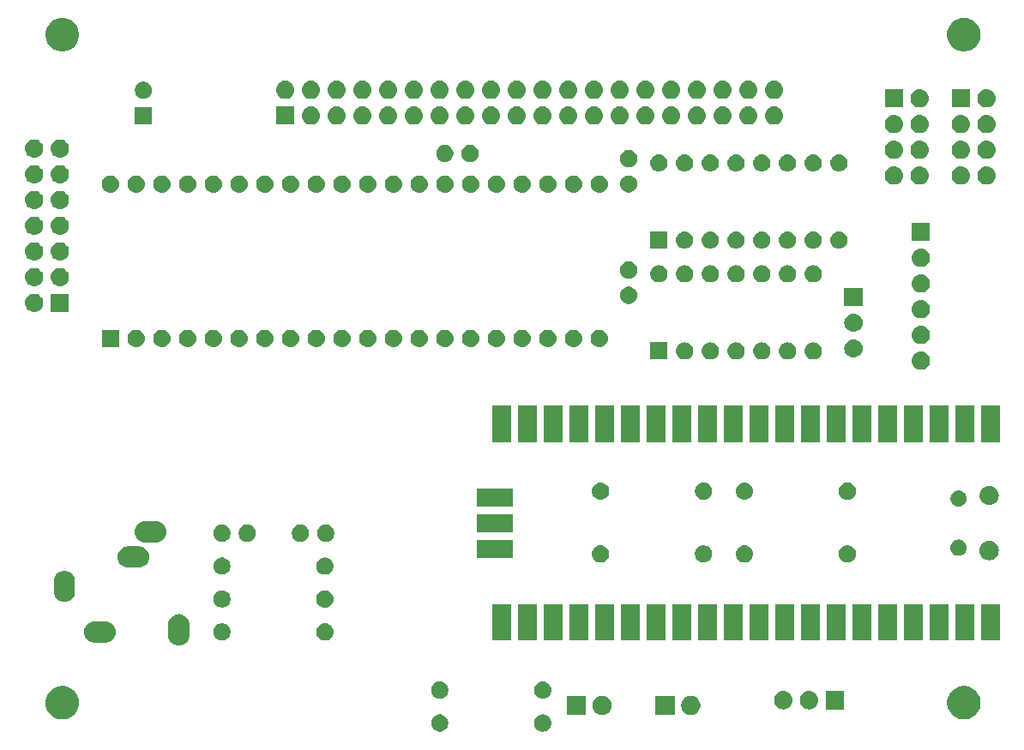
<source format=gts>
G04 #@! TF.GenerationSoftware,KiCad,Pcbnew,(5.1.4)-1*
G04 #@! TF.CreationDate,2021-08-08T16:24:58+09:00*
G04 #@! TF.ProjectId,KZ80-USBKBD,4b5a3830-2d55-4534-924b-42442e6b6963,rev?*
G04 #@! TF.SameCoordinates,Original*
G04 #@! TF.FileFunction,Soldermask,Top*
G04 #@! TF.FilePolarity,Negative*
%FSLAX46Y46*%
G04 Gerber Fmt 4.6, Leading zero omitted, Abs format (unit mm)*
G04 Created by KiCad (PCBNEW (5.1.4)-1) date 2021-08-08 16:24:58*
%MOMM*%
%LPD*%
G04 APERTURE LIST*
%ADD10C,0.100000*%
G04 APERTURE END LIST*
D10*
G36*
X145076823Y-125661313D02*
G01*
X145237242Y-125709976D01*
X145304361Y-125745852D01*
X145385078Y-125788996D01*
X145514659Y-125895341D01*
X145621004Y-126024922D01*
X145621005Y-126024924D01*
X145700024Y-126172758D01*
X145748687Y-126333177D01*
X145765117Y-126500000D01*
X145748687Y-126666823D01*
X145700024Y-126827242D01*
X145659477Y-126903100D01*
X145621004Y-126975078D01*
X145514659Y-127104659D01*
X145385078Y-127211004D01*
X145385076Y-127211005D01*
X145237242Y-127290024D01*
X145076823Y-127338687D01*
X144951804Y-127351000D01*
X144868196Y-127351000D01*
X144743177Y-127338687D01*
X144582758Y-127290024D01*
X144434924Y-127211005D01*
X144434922Y-127211004D01*
X144305341Y-127104659D01*
X144198996Y-126975078D01*
X144160523Y-126903100D01*
X144119976Y-126827242D01*
X144071313Y-126666823D01*
X144054883Y-126500000D01*
X144071313Y-126333177D01*
X144119976Y-126172758D01*
X144198995Y-126024924D01*
X144198996Y-126024922D01*
X144305341Y-125895341D01*
X144434922Y-125788996D01*
X144515639Y-125745852D01*
X144582758Y-125709976D01*
X144743177Y-125661313D01*
X144868196Y-125649000D01*
X144951804Y-125649000D01*
X145076823Y-125661313D01*
X145076823Y-125661313D01*
G37*
G36*
X134998228Y-125681703D02*
G01*
X135153100Y-125745853D01*
X135292481Y-125838985D01*
X135411015Y-125957519D01*
X135504147Y-126096900D01*
X135568297Y-126251772D01*
X135601000Y-126416184D01*
X135601000Y-126583816D01*
X135568297Y-126748228D01*
X135504147Y-126903100D01*
X135411015Y-127042481D01*
X135292481Y-127161015D01*
X135153100Y-127254147D01*
X134998228Y-127318297D01*
X134833816Y-127351000D01*
X134666184Y-127351000D01*
X134501772Y-127318297D01*
X134346900Y-127254147D01*
X134207519Y-127161015D01*
X134088985Y-127042481D01*
X133995853Y-126903100D01*
X133931703Y-126748228D01*
X133899000Y-126583816D01*
X133899000Y-126416184D01*
X133931703Y-126251772D01*
X133995853Y-126096900D01*
X134088985Y-125957519D01*
X134207519Y-125838985D01*
X134346900Y-125745853D01*
X134501772Y-125681703D01*
X134666184Y-125649000D01*
X134833816Y-125649000D01*
X134998228Y-125681703D01*
X134998228Y-125681703D01*
G37*
G36*
X97875256Y-122891298D02*
G01*
X97981579Y-122912447D01*
X98282042Y-123036903D01*
X98552451Y-123217585D01*
X98782415Y-123447549D01*
X98816278Y-123498229D01*
X98963098Y-123717960D01*
X98996666Y-123799000D01*
X99087553Y-124018421D01*
X99101530Y-124088687D01*
X99151000Y-124337389D01*
X99151000Y-124662611D01*
X99133022Y-124752991D01*
X99087553Y-124981579D01*
X98963097Y-125282042D01*
X98782415Y-125552451D01*
X98552451Y-125782415D01*
X98282042Y-125963097D01*
X97981579Y-126087553D01*
X97934588Y-126096900D01*
X97662611Y-126151000D01*
X97337389Y-126151000D01*
X97065412Y-126096900D01*
X97018421Y-126087553D01*
X96717958Y-125963097D01*
X96447549Y-125782415D01*
X96217585Y-125552451D01*
X96036903Y-125282042D01*
X95912447Y-124981579D01*
X95866978Y-124752991D01*
X95849000Y-124662611D01*
X95849000Y-124337389D01*
X95898470Y-124088687D01*
X95912447Y-124018421D01*
X96003334Y-123799000D01*
X96036902Y-123717960D01*
X96183722Y-123498229D01*
X96217585Y-123447549D01*
X96447549Y-123217585D01*
X96717958Y-123036903D01*
X97018421Y-122912447D01*
X97124744Y-122891298D01*
X97337389Y-122849000D01*
X97662611Y-122849000D01*
X97875256Y-122891298D01*
X97875256Y-122891298D01*
G37*
G36*
X186875256Y-122891298D02*
G01*
X186981579Y-122912447D01*
X187282042Y-123036903D01*
X187552451Y-123217585D01*
X187782415Y-123447549D01*
X187816278Y-123498229D01*
X187963098Y-123717960D01*
X187996666Y-123799000D01*
X188087553Y-124018421D01*
X188101530Y-124088687D01*
X188151000Y-124337389D01*
X188151000Y-124662611D01*
X188133022Y-124752991D01*
X188087553Y-124981579D01*
X187963097Y-125282042D01*
X187782415Y-125552451D01*
X187552451Y-125782415D01*
X187282042Y-125963097D01*
X186981579Y-126087553D01*
X186934588Y-126096900D01*
X186662611Y-126151000D01*
X186337389Y-126151000D01*
X186065412Y-126096900D01*
X186018421Y-126087553D01*
X185717958Y-125963097D01*
X185447549Y-125782415D01*
X185217585Y-125552451D01*
X185036903Y-125282042D01*
X184912447Y-124981579D01*
X184866978Y-124752991D01*
X184849000Y-124662611D01*
X184849000Y-124337389D01*
X184898470Y-124088687D01*
X184912447Y-124018421D01*
X185003334Y-123799000D01*
X185036902Y-123717960D01*
X185183722Y-123498229D01*
X185217585Y-123447549D01*
X185447549Y-123217585D01*
X185717958Y-123036903D01*
X186018421Y-122912447D01*
X186124744Y-122891298D01*
X186337389Y-122849000D01*
X186662611Y-122849000D01*
X186875256Y-122891298D01*
X186875256Y-122891298D01*
G37*
G36*
X157951000Y-125701000D02*
G01*
X156049000Y-125701000D01*
X156049000Y-123799000D01*
X157951000Y-123799000D01*
X157951000Y-125701000D01*
X157951000Y-125701000D01*
G37*
G36*
X151067395Y-123835546D02*
G01*
X151240466Y-123907234D01*
X151317818Y-123958919D01*
X151396227Y-124011310D01*
X151528690Y-124143773D01*
X151528691Y-124143775D01*
X151632766Y-124299534D01*
X151704454Y-124472605D01*
X151741000Y-124656333D01*
X151741000Y-124843667D01*
X151704454Y-125027395D01*
X151632766Y-125200466D01*
X151632765Y-125200467D01*
X151528690Y-125356227D01*
X151396227Y-125488690D01*
X151317818Y-125541081D01*
X151240466Y-125592766D01*
X151067395Y-125664454D01*
X150883667Y-125701000D01*
X150696333Y-125701000D01*
X150512605Y-125664454D01*
X150339534Y-125592766D01*
X150262182Y-125541081D01*
X150183773Y-125488690D01*
X150051310Y-125356227D01*
X149947235Y-125200467D01*
X149947234Y-125200466D01*
X149875546Y-125027395D01*
X149839000Y-124843667D01*
X149839000Y-124656333D01*
X149875546Y-124472605D01*
X149947234Y-124299534D01*
X150051309Y-124143775D01*
X150051310Y-124143773D01*
X150183773Y-124011310D01*
X150262182Y-123958919D01*
X150339534Y-123907234D01*
X150512605Y-123835546D01*
X150696333Y-123799000D01*
X150883667Y-123799000D01*
X151067395Y-123835546D01*
X151067395Y-123835546D01*
G37*
G36*
X149201000Y-125701000D02*
G01*
X147299000Y-125701000D01*
X147299000Y-123799000D01*
X149201000Y-123799000D01*
X149201000Y-125701000D01*
X149201000Y-125701000D01*
G37*
G36*
X159817395Y-123835546D02*
G01*
X159990466Y-123907234D01*
X160067818Y-123958919D01*
X160146227Y-124011310D01*
X160278690Y-124143773D01*
X160278691Y-124143775D01*
X160382766Y-124299534D01*
X160454454Y-124472605D01*
X160491000Y-124656333D01*
X160491000Y-124843667D01*
X160454454Y-125027395D01*
X160382766Y-125200466D01*
X160382765Y-125200467D01*
X160278690Y-125356227D01*
X160146227Y-125488690D01*
X160067818Y-125541081D01*
X159990466Y-125592766D01*
X159817395Y-125664454D01*
X159633667Y-125701000D01*
X159446333Y-125701000D01*
X159262605Y-125664454D01*
X159089534Y-125592766D01*
X159012182Y-125541081D01*
X158933773Y-125488690D01*
X158801310Y-125356227D01*
X158697235Y-125200467D01*
X158697234Y-125200466D01*
X158625546Y-125027395D01*
X158589000Y-124843667D01*
X158589000Y-124656333D01*
X158625546Y-124472605D01*
X158697234Y-124299534D01*
X158801309Y-124143775D01*
X158801310Y-124143773D01*
X158933773Y-124011310D01*
X159012182Y-123958919D01*
X159089534Y-123907234D01*
X159262605Y-123835546D01*
X159446333Y-123799000D01*
X159633667Y-123799000D01*
X159817395Y-123835546D01*
X159817395Y-123835546D01*
G37*
G36*
X171320443Y-123355519D02*
G01*
X171386627Y-123362037D01*
X171556466Y-123413557D01*
X171712991Y-123497222D01*
X171748729Y-123526552D01*
X171850186Y-123609814D01*
X171933448Y-123711271D01*
X171962778Y-123747009D01*
X172046443Y-123903534D01*
X172097963Y-124073373D01*
X172115359Y-124250000D01*
X172097963Y-124426627D01*
X172046443Y-124596466D01*
X171962778Y-124752991D01*
X171933448Y-124788729D01*
X171850186Y-124890186D01*
X171748729Y-124973448D01*
X171712991Y-125002778D01*
X171556466Y-125086443D01*
X171386627Y-125137963D01*
X171320443Y-125144481D01*
X171254260Y-125151000D01*
X171165740Y-125151000D01*
X171099557Y-125144481D01*
X171033373Y-125137963D01*
X170863534Y-125086443D01*
X170707009Y-125002778D01*
X170671271Y-124973448D01*
X170569814Y-124890186D01*
X170486552Y-124788729D01*
X170457222Y-124752991D01*
X170373557Y-124596466D01*
X170322037Y-124426627D01*
X170304641Y-124250000D01*
X170322037Y-124073373D01*
X170373557Y-123903534D01*
X170457222Y-123747009D01*
X170486552Y-123711271D01*
X170569814Y-123609814D01*
X170671271Y-123526552D01*
X170707009Y-123497222D01*
X170863534Y-123413557D01*
X171033373Y-123362037D01*
X171099557Y-123355519D01*
X171165740Y-123349000D01*
X171254260Y-123349000D01*
X171320443Y-123355519D01*
X171320443Y-123355519D01*
G37*
G36*
X168780443Y-123355519D02*
G01*
X168846627Y-123362037D01*
X169016466Y-123413557D01*
X169172991Y-123497222D01*
X169208729Y-123526552D01*
X169310186Y-123609814D01*
X169393448Y-123711271D01*
X169422778Y-123747009D01*
X169506443Y-123903534D01*
X169557963Y-124073373D01*
X169575359Y-124250000D01*
X169557963Y-124426627D01*
X169506443Y-124596466D01*
X169422778Y-124752991D01*
X169393448Y-124788729D01*
X169310186Y-124890186D01*
X169208729Y-124973448D01*
X169172991Y-125002778D01*
X169016466Y-125086443D01*
X168846627Y-125137963D01*
X168780443Y-125144481D01*
X168714260Y-125151000D01*
X168625740Y-125151000D01*
X168559557Y-125144481D01*
X168493373Y-125137963D01*
X168323534Y-125086443D01*
X168167009Y-125002778D01*
X168131271Y-124973448D01*
X168029814Y-124890186D01*
X167946552Y-124788729D01*
X167917222Y-124752991D01*
X167833557Y-124596466D01*
X167782037Y-124426627D01*
X167764641Y-124250000D01*
X167782037Y-124073373D01*
X167833557Y-123903534D01*
X167917222Y-123747009D01*
X167946552Y-123711271D01*
X168029814Y-123609814D01*
X168131271Y-123526552D01*
X168167009Y-123497222D01*
X168323534Y-123413557D01*
X168493373Y-123362037D01*
X168559557Y-123355519D01*
X168625740Y-123349000D01*
X168714260Y-123349000D01*
X168780443Y-123355519D01*
X168780443Y-123355519D01*
G37*
G36*
X174651000Y-125151000D02*
G01*
X172849000Y-125151000D01*
X172849000Y-123349000D01*
X174651000Y-123349000D01*
X174651000Y-125151000D01*
X174651000Y-125151000D01*
G37*
G36*
X134998228Y-122431703D02*
G01*
X135153100Y-122495853D01*
X135292481Y-122588985D01*
X135411015Y-122707519D01*
X135504147Y-122846900D01*
X135568297Y-123001772D01*
X135601000Y-123166184D01*
X135601000Y-123333816D01*
X135568297Y-123498228D01*
X135504147Y-123653100D01*
X135411015Y-123792481D01*
X135292481Y-123911015D01*
X135153100Y-124004147D01*
X134998228Y-124068297D01*
X134833816Y-124101000D01*
X134666184Y-124101000D01*
X134501772Y-124068297D01*
X134346900Y-124004147D01*
X134207519Y-123911015D01*
X134088985Y-123792481D01*
X133995853Y-123653100D01*
X133931703Y-123498228D01*
X133899000Y-123333816D01*
X133899000Y-123166184D01*
X133931703Y-123001772D01*
X133995853Y-122846900D01*
X134088985Y-122707519D01*
X134207519Y-122588985D01*
X134346900Y-122495853D01*
X134501772Y-122431703D01*
X134666184Y-122399000D01*
X134833816Y-122399000D01*
X134998228Y-122431703D01*
X134998228Y-122431703D01*
G37*
G36*
X145076823Y-122411313D02*
G01*
X145237242Y-122459976D01*
X145304361Y-122495852D01*
X145385078Y-122538996D01*
X145514659Y-122645341D01*
X145621004Y-122774922D01*
X145621005Y-122774924D01*
X145700024Y-122922758D01*
X145748687Y-123083177D01*
X145765117Y-123250000D01*
X145748687Y-123416823D01*
X145700024Y-123577242D01*
X145659477Y-123653100D01*
X145621004Y-123725078D01*
X145514659Y-123854659D01*
X145385078Y-123961004D01*
X145385076Y-123961005D01*
X145237242Y-124040024D01*
X145076823Y-124088687D01*
X144951804Y-124101000D01*
X144868196Y-124101000D01*
X144743177Y-124088687D01*
X144582758Y-124040024D01*
X144434924Y-123961005D01*
X144434922Y-123961004D01*
X144305341Y-123854659D01*
X144198996Y-123725078D01*
X144160523Y-123653100D01*
X144119976Y-123577242D01*
X144071313Y-123416823D01*
X144054883Y-123250000D01*
X144071313Y-123083177D01*
X144119976Y-122922758D01*
X144198995Y-122774924D01*
X144198996Y-122774922D01*
X144305341Y-122645341D01*
X144434922Y-122538996D01*
X144515639Y-122495852D01*
X144582758Y-122459976D01*
X144743177Y-122411313D01*
X144868196Y-122399000D01*
X144951804Y-122399000D01*
X145076823Y-122411313D01*
X145076823Y-122411313D01*
G37*
G36*
X109206031Y-115764207D02*
G01*
X109378834Y-115816627D01*
X109404148Y-115824306D01*
X109470030Y-115859521D01*
X109586729Y-115921897D01*
X109746765Y-116053235D01*
X109878103Y-116213271D01*
X109878104Y-116213273D01*
X109975694Y-116395851D01*
X109975694Y-116395852D01*
X109975695Y-116395854D01*
X110035793Y-116593968D01*
X110035793Y-116593970D01*
X110047219Y-116709975D01*
X110051000Y-116748370D01*
X110051000Y-117851630D01*
X110035793Y-118006032D01*
X110005874Y-118104659D01*
X109975694Y-118204149D01*
X109972029Y-118211005D01*
X109878103Y-118386729D01*
X109746765Y-118546765D01*
X109586729Y-118678103D01*
X109500975Y-118723939D01*
X109404149Y-118775694D01*
X109404146Y-118775695D01*
X109206032Y-118835793D01*
X109000000Y-118856085D01*
X108793969Y-118835793D01*
X108595855Y-118775695D01*
X108595852Y-118775694D01*
X108499026Y-118723939D01*
X108413272Y-118678103D01*
X108253236Y-118546765D01*
X108121898Y-118386729D01*
X108099184Y-118344235D01*
X108024305Y-118204147D01*
X107964207Y-118006030D01*
X107949000Y-117851631D01*
X107949000Y-116748370D01*
X107958787Y-116649000D01*
X107964207Y-116593969D01*
X108024305Y-116395855D01*
X108024306Y-116395852D01*
X108059521Y-116329970D01*
X108121897Y-116213271D01*
X108253235Y-116053235D01*
X108413271Y-115921897D01*
X108499025Y-115876061D01*
X108595851Y-115824306D01*
X108621165Y-115816627D01*
X108793968Y-115764207D01*
X109000000Y-115743915D01*
X109206031Y-115764207D01*
X109206031Y-115764207D01*
G37*
G36*
X101803097Y-116454069D02*
G01*
X101906032Y-116464207D01*
X102104146Y-116524305D01*
X102104149Y-116524306D01*
X102200975Y-116576061D01*
X102286729Y-116621897D01*
X102446765Y-116753235D01*
X102578103Y-116913271D01*
X102601754Y-116957519D01*
X102675694Y-117095851D01*
X102675695Y-117095854D01*
X102735793Y-117293968D01*
X102756085Y-117500000D01*
X102735793Y-117706032D01*
X102699024Y-117827242D01*
X102675694Y-117904149D01*
X102637781Y-117975078D01*
X102578103Y-118086729D01*
X102446765Y-118246765D01*
X102286729Y-118378103D01*
X102200975Y-118423939D01*
X102104149Y-118475694D01*
X102104146Y-118475695D01*
X101906032Y-118535793D01*
X101803097Y-118545931D01*
X101751631Y-118551000D01*
X100648369Y-118551000D01*
X100596903Y-118545931D01*
X100493968Y-118535793D01*
X100295854Y-118475695D01*
X100295851Y-118475694D01*
X100199025Y-118423939D01*
X100113271Y-118378103D01*
X99953235Y-118246765D01*
X99821897Y-118086729D01*
X99762219Y-117975078D01*
X99724306Y-117904149D01*
X99700976Y-117827242D01*
X99664207Y-117706032D01*
X99643915Y-117500000D01*
X99664207Y-117293968D01*
X99724305Y-117095854D01*
X99724306Y-117095851D01*
X99798246Y-116957519D01*
X99821897Y-116913271D01*
X99953235Y-116753235D01*
X100113271Y-116621897D01*
X100199025Y-116576061D01*
X100295851Y-116524306D01*
X100295854Y-116524305D01*
X100493968Y-116464207D01*
X100596903Y-116454069D01*
X100648369Y-116449000D01*
X101751631Y-116449000D01*
X101803097Y-116454069D01*
X101803097Y-116454069D01*
G37*
G36*
X113498228Y-116681703D02*
G01*
X113653100Y-116745853D01*
X113792481Y-116838985D01*
X113911015Y-116957519D01*
X114004147Y-117096900D01*
X114068297Y-117251772D01*
X114101000Y-117416184D01*
X114101000Y-117583816D01*
X114068297Y-117748228D01*
X114004147Y-117903100D01*
X113911015Y-118042481D01*
X113792481Y-118161015D01*
X113653100Y-118254147D01*
X113498228Y-118318297D01*
X113333816Y-118351000D01*
X113166184Y-118351000D01*
X113001772Y-118318297D01*
X112846900Y-118254147D01*
X112707519Y-118161015D01*
X112588985Y-118042481D01*
X112495853Y-117903100D01*
X112431703Y-117748228D01*
X112399000Y-117583816D01*
X112399000Y-117416184D01*
X112431703Y-117251772D01*
X112495853Y-117096900D01*
X112588985Y-116957519D01*
X112707519Y-116838985D01*
X112846900Y-116745853D01*
X113001772Y-116681703D01*
X113166184Y-116649000D01*
X113333816Y-116649000D01*
X113498228Y-116681703D01*
X113498228Y-116681703D01*
G37*
G36*
X123576823Y-116661313D02*
G01*
X123737242Y-116709976D01*
X123869906Y-116780886D01*
X123885078Y-116788996D01*
X124014659Y-116895341D01*
X124121004Y-117024922D01*
X124121005Y-117024924D01*
X124200024Y-117172758D01*
X124248687Y-117333177D01*
X124265117Y-117500000D01*
X124248687Y-117666823D01*
X124200024Y-117827242D01*
X124159477Y-117903100D01*
X124121004Y-117975078D01*
X124014659Y-118104659D01*
X123885078Y-118211004D01*
X123885076Y-118211005D01*
X123737242Y-118290024D01*
X123576823Y-118338687D01*
X123451804Y-118351000D01*
X123368196Y-118351000D01*
X123243177Y-118338687D01*
X123082758Y-118290024D01*
X122934924Y-118211005D01*
X122934922Y-118211004D01*
X122805341Y-118104659D01*
X122698996Y-117975078D01*
X122660523Y-117903100D01*
X122619976Y-117827242D01*
X122571313Y-117666823D01*
X122554883Y-117500000D01*
X122571313Y-117333177D01*
X122619976Y-117172758D01*
X122698995Y-117024924D01*
X122698996Y-117024922D01*
X122805341Y-116895341D01*
X122934922Y-116788996D01*
X122950094Y-116780886D01*
X123082758Y-116709976D01*
X123243177Y-116661313D01*
X123368196Y-116649000D01*
X123451804Y-116649000D01*
X123576823Y-116661313D01*
X123576823Y-116661313D01*
G37*
G36*
X190031000Y-115589600D02*
G01*
X190031602Y-115601852D01*
X190035359Y-115640000D01*
X190031602Y-115678148D01*
X190031000Y-115690400D01*
X190031000Y-118341000D01*
X188229000Y-118341000D01*
X188229000Y-115690400D01*
X188228398Y-115678148D01*
X188224641Y-115640000D01*
X188228398Y-115601852D01*
X188229000Y-115589600D01*
X188229000Y-114739000D01*
X190031000Y-114739000D01*
X190031000Y-115589600D01*
X190031000Y-115589600D01*
G37*
G36*
X157011000Y-115589600D02*
G01*
X157011602Y-115601852D01*
X157015359Y-115640000D01*
X157011602Y-115678148D01*
X157011000Y-115690400D01*
X157011000Y-118341000D01*
X155209000Y-118341000D01*
X155209000Y-115690400D01*
X155208398Y-115678148D01*
X155204641Y-115640000D01*
X155208398Y-115601852D01*
X155209000Y-115589600D01*
X155209000Y-114739000D01*
X157011000Y-114739000D01*
X157011000Y-115589600D01*
X157011000Y-115589600D01*
G37*
G36*
X154471000Y-115589600D02*
G01*
X154471602Y-115601852D01*
X154475359Y-115640000D01*
X154471602Y-115678148D01*
X154471000Y-115690400D01*
X154471000Y-118341000D01*
X152669000Y-118341000D01*
X152669000Y-115690400D01*
X152668398Y-115678148D01*
X152664641Y-115640000D01*
X152668398Y-115601852D01*
X152669000Y-115589600D01*
X152669000Y-114739000D01*
X154471000Y-114739000D01*
X154471000Y-115589600D01*
X154471000Y-115589600D01*
G37*
G36*
X151931000Y-115589600D02*
G01*
X151931602Y-115601852D01*
X151935359Y-115640000D01*
X151931602Y-115678148D01*
X151931000Y-115690400D01*
X151931000Y-118341000D01*
X150129000Y-118341000D01*
X150129000Y-115690400D01*
X150128398Y-115678148D01*
X150124641Y-115640000D01*
X150128398Y-115601852D01*
X150129000Y-115589600D01*
X150129000Y-114739000D01*
X151931000Y-114739000D01*
X151931000Y-115589600D01*
X151931000Y-115589600D01*
G37*
G36*
X149391000Y-115589600D02*
G01*
X149391602Y-115601852D01*
X149395359Y-115640000D01*
X149391602Y-115678148D01*
X149391000Y-115690400D01*
X149391000Y-118341000D01*
X147589000Y-118341000D01*
X147589000Y-115690400D01*
X147588398Y-115678148D01*
X147584641Y-115640000D01*
X147588398Y-115601852D01*
X147589000Y-115589600D01*
X147589000Y-114739000D01*
X149391000Y-114739000D01*
X149391000Y-115589600D01*
X149391000Y-115589600D01*
G37*
G36*
X146851000Y-118341000D02*
G01*
X145049000Y-118341000D01*
X145049000Y-114739000D01*
X146851000Y-114739000D01*
X146851000Y-118341000D01*
X146851000Y-118341000D01*
G37*
G36*
X144311000Y-115589600D02*
G01*
X144311602Y-115601852D01*
X144315359Y-115640000D01*
X144311602Y-115678148D01*
X144311000Y-115690400D01*
X144311000Y-118341000D01*
X142509000Y-118341000D01*
X142509000Y-115690400D01*
X142508398Y-115678148D01*
X142504641Y-115640000D01*
X142508398Y-115601852D01*
X142509000Y-115589600D01*
X142509000Y-114739000D01*
X144311000Y-114739000D01*
X144311000Y-115589600D01*
X144311000Y-115589600D01*
G37*
G36*
X141771000Y-115589600D02*
G01*
X141771602Y-115601852D01*
X141775359Y-115640000D01*
X141771602Y-115678148D01*
X141771000Y-115690400D01*
X141771000Y-118341000D01*
X139969000Y-118341000D01*
X139969000Y-115690400D01*
X139968398Y-115678148D01*
X139964641Y-115640000D01*
X139968398Y-115601852D01*
X139969000Y-115589600D01*
X139969000Y-114739000D01*
X141771000Y-114739000D01*
X141771000Y-115589600D01*
X141771000Y-115589600D01*
G37*
G36*
X162091000Y-115589600D02*
G01*
X162091602Y-115601852D01*
X162095359Y-115640000D01*
X162091602Y-115678148D01*
X162091000Y-115690400D01*
X162091000Y-118341000D01*
X160289000Y-118341000D01*
X160289000Y-115690400D01*
X160288398Y-115678148D01*
X160284641Y-115640000D01*
X160288398Y-115601852D01*
X160289000Y-115589600D01*
X160289000Y-114739000D01*
X162091000Y-114739000D01*
X162091000Y-115589600D01*
X162091000Y-115589600D01*
G37*
G36*
X174791000Y-115589600D02*
G01*
X174791602Y-115601852D01*
X174795359Y-115640000D01*
X174791602Y-115678148D01*
X174791000Y-115690400D01*
X174791000Y-118341000D01*
X172989000Y-118341000D01*
X172989000Y-115690400D01*
X172988398Y-115678148D01*
X172984641Y-115640000D01*
X172988398Y-115601852D01*
X172989000Y-115589600D01*
X172989000Y-114739000D01*
X174791000Y-114739000D01*
X174791000Y-115589600D01*
X174791000Y-115589600D01*
G37*
G36*
X187491000Y-115589600D02*
G01*
X187491602Y-115601852D01*
X187495359Y-115640000D01*
X187491602Y-115678148D01*
X187491000Y-115690400D01*
X187491000Y-118341000D01*
X185689000Y-118341000D01*
X185689000Y-115690400D01*
X185688398Y-115678148D01*
X185684641Y-115640000D01*
X185688398Y-115601852D01*
X185689000Y-115589600D01*
X185689000Y-114739000D01*
X187491000Y-114739000D01*
X187491000Y-115589600D01*
X187491000Y-115589600D01*
G37*
G36*
X164631000Y-115589600D02*
G01*
X164631602Y-115601852D01*
X164635359Y-115640000D01*
X164631602Y-115678148D01*
X164631000Y-115690400D01*
X164631000Y-118341000D01*
X162829000Y-118341000D01*
X162829000Y-115690400D01*
X162828398Y-115678148D01*
X162824641Y-115640000D01*
X162828398Y-115601852D01*
X162829000Y-115589600D01*
X162829000Y-114739000D01*
X164631000Y-114739000D01*
X164631000Y-115589600D01*
X164631000Y-115589600D01*
G37*
G36*
X184951000Y-118341000D02*
G01*
X183149000Y-118341000D01*
X183149000Y-114739000D01*
X184951000Y-114739000D01*
X184951000Y-118341000D01*
X184951000Y-118341000D01*
G37*
G36*
X182411000Y-115589600D02*
G01*
X182411602Y-115601852D01*
X182415359Y-115640000D01*
X182411602Y-115678148D01*
X182411000Y-115690400D01*
X182411000Y-118341000D01*
X180609000Y-118341000D01*
X180609000Y-115690400D01*
X180608398Y-115678148D01*
X180604641Y-115640000D01*
X180608398Y-115601852D01*
X180609000Y-115589600D01*
X180609000Y-114739000D01*
X182411000Y-114739000D01*
X182411000Y-115589600D01*
X182411000Y-115589600D01*
G37*
G36*
X179871000Y-115589600D02*
G01*
X179871602Y-115601852D01*
X179875359Y-115640000D01*
X179871602Y-115678148D01*
X179871000Y-115690400D01*
X179871000Y-118341000D01*
X178069000Y-118341000D01*
X178069000Y-115690400D01*
X178068398Y-115678148D01*
X178064641Y-115640000D01*
X178068398Y-115601852D01*
X178069000Y-115589600D01*
X178069000Y-114739000D01*
X179871000Y-114739000D01*
X179871000Y-115589600D01*
X179871000Y-115589600D01*
G37*
G36*
X177331000Y-115589600D02*
G01*
X177331602Y-115601852D01*
X177335359Y-115640000D01*
X177331602Y-115678148D01*
X177331000Y-115690400D01*
X177331000Y-118341000D01*
X175529000Y-118341000D01*
X175529000Y-115690400D01*
X175528398Y-115678148D01*
X175524641Y-115640000D01*
X175528398Y-115601852D01*
X175529000Y-115589600D01*
X175529000Y-114739000D01*
X177331000Y-114739000D01*
X177331000Y-115589600D01*
X177331000Y-115589600D01*
G37*
G36*
X169711000Y-115589600D02*
G01*
X169711602Y-115601852D01*
X169715359Y-115640000D01*
X169711602Y-115678148D01*
X169711000Y-115690400D01*
X169711000Y-118341000D01*
X167909000Y-118341000D01*
X167909000Y-115690400D01*
X167908398Y-115678148D01*
X167904641Y-115640000D01*
X167908398Y-115601852D01*
X167909000Y-115589600D01*
X167909000Y-114739000D01*
X169711000Y-114739000D01*
X169711000Y-115589600D01*
X169711000Y-115589600D01*
G37*
G36*
X172251000Y-118341000D02*
G01*
X170449000Y-118341000D01*
X170449000Y-114739000D01*
X172251000Y-114739000D01*
X172251000Y-118341000D01*
X172251000Y-118341000D01*
G37*
G36*
X159551000Y-118341000D02*
G01*
X157749000Y-118341000D01*
X157749000Y-114739000D01*
X159551000Y-114739000D01*
X159551000Y-118341000D01*
X159551000Y-118341000D01*
G37*
G36*
X167171000Y-115589600D02*
G01*
X167171602Y-115601852D01*
X167175359Y-115640000D01*
X167171602Y-115678148D01*
X167171000Y-115690400D01*
X167171000Y-118341000D01*
X165369000Y-118341000D01*
X165369000Y-115690400D01*
X165368398Y-115678148D01*
X165364641Y-115640000D01*
X165368398Y-115601852D01*
X165369000Y-115589600D01*
X165369000Y-114739000D01*
X167171000Y-114739000D01*
X167171000Y-115589600D01*
X167171000Y-115589600D01*
G37*
G36*
X123576823Y-113411313D02*
G01*
X123737242Y-113459976D01*
X123804361Y-113495852D01*
X123885078Y-113538996D01*
X124014659Y-113645341D01*
X124121004Y-113774922D01*
X124121005Y-113774924D01*
X124200024Y-113922758D01*
X124248687Y-114083177D01*
X124265117Y-114250000D01*
X124248687Y-114416823D01*
X124200024Y-114577242D01*
X124159477Y-114653100D01*
X124121004Y-114725078D01*
X124014659Y-114854659D01*
X123885078Y-114961004D01*
X123885076Y-114961005D01*
X123737242Y-115040024D01*
X123576823Y-115088687D01*
X123451804Y-115101000D01*
X123368196Y-115101000D01*
X123243177Y-115088687D01*
X123082758Y-115040024D01*
X122934924Y-114961005D01*
X122934922Y-114961004D01*
X122805341Y-114854659D01*
X122698996Y-114725078D01*
X122660523Y-114653100D01*
X122619976Y-114577242D01*
X122571313Y-114416823D01*
X122554883Y-114250000D01*
X122571313Y-114083177D01*
X122619976Y-113922758D01*
X122698995Y-113774924D01*
X122698996Y-113774922D01*
X122805341Y-113645341D01*
X122934922Y-113538996D01*
X123015639Y-113495852D01*
X123082758Y-113459976D01*
X123243177Y-113411313D01*
X123368196Y-113399000D01*
X123451804Y-113399000D01*
X123576823Y-113411313D01*
X123576823Y-113411313D01*
G37*
G36*
X113498228Y-113431703D02*
G01*
X113653100Y-113495853D01*
X113792481Y-113588985D01*
X113911015Y-113707519D01*
X114004147Y-113846900D01*
X114068297Y-114001772D01*
X114101000Y-114166184D01*
X114101000Y-114333816D01*
X114068297Y-114498228D01*
X114004147Y-114653100D01*
X113911015Y-114792481D01*
X113792481Y-114911015D01*
X113653100Y-115004147D01*
X113498228Y-115068297D01*
X113333816Y-115101000D01*
X113166184Y-115101000D01*
X113001772Y-115068297D01*
X112846900Y-115004147D01*
X112707519Y-114911015D01*
X112588985Y-114792481D01*
X112495853Y-114653100D01*
X112431703Y-114498228D01*
X112399000Y-114333816D01*
X112399000Y-114166184D01*
X112431703Y-114001772D01*
X112495853Y-113846900D01*
X112588985Y-113707519D01*
X112707519Y-113588985D01*
X112846900Y-113495853D01*
X113001772Y-113431703D01*
X113166184Y-113399000D01*
X113333816Y-113399000D01*
X113498228Y-113431703D01*
X113498228Y-113431703D01*
G37*
G36*
X97906031Y-111464207D02*
G01*
X98104145Y-111524305D01*
X98104148Y-111524306D01*
X98170030Y-111559521D01*
X98286729Y-111621897D01*
X98446765Y-111753235D01*
X98578103Y-111913271D01*
X98578104Y-111913273D01*
X98675694Y-112095851D01*
X98675694Y-112095852D01*
X98675695Y-112095854D01*
X98735793Y-112293968D01*
X98751000Y-112448370D01*
X98751000Y-113551630D01*
X98735793Y-113706032D01*
X98675695Y-113904146D01*
X98675694Y-113904149D01*
X98623939Y-114000975D01*
X98578103Y-114086729D01*
X98446765Y-114246765D01*
X98286729Y-114378103D01*
X98214288Y-114416823D01*
X98104149Y-114475694D01*
X98104146Y-114475695D01*
X97906032Y-114535793D01*
X97700000Y-114556085D01*
X97493969Y-114535793D01*
X97295855Y-114475695D01*
X97295852Y-114475694D01*
X97185713Y-114416823D01*
X97113272Y-114378103D01*
X96953236Y-114246765D01*
X96821898Y-114086729D01*
X96799184Y-114044235D01*
X96724305Y-113904147D01*
X96664207Y-113706030D01*
X96649000Y-113551631D01*
X96649000Y-112448370D01*
X96664207Y-112293971D01*
X96664207Y-112293969D01*
X96724305Y-112095855D01*
X96724306Y-112095852D01*
X96759521Y-112029970D01*
X96821897Y-111913271D01*
X96953235Y-111753235D01*
X97113271Y-111621897D01*
X97199025Y-111576061D01*
X97295851Y-111524306D01*
X97295854Y-111524305D01*
X97493968Y-111464207D01*
X97700000Y-111443915D01*
X97906031Y-111464207D01*
X97906031Y-111464207D01*
G37*
G36*
X123576823Y-110161313D02*
G01*
X123737242Y-110209976D01*
X123848704Y-110269554D01*
X123885078Y-110288996D01*
X124014659Y-110395341D01*
X124121004Y-110524922D01*
X124121005Y-110524924D01*
X124200024Y-110672758D01*
X124248687Y-110833177D01*
X124265117Y-111000000D01*
X124248687Y-111166823D01*
X124200024Y-111327242D01*
X124159477Y-111403100D01*
X124121004Y-111475078D01*
X124014659Y-111604659D01*
X123885078Y-111711004D01*
X123885076Y-111711005D01*
X123737242Y-111790024D01*
X123576823Y-111838687D01*
X123451804Y-111851000D01*
X123368196Y-111851000D01*
X123243177Y-111838687D01*
X123082758Y-111790024D01*
X122934924Y-111711005D01*
X122934922Y-111711004D01*
X122805341Y-111604659D01*
X122698996Y-111475078D01*
X122660523Y-111403100D01*
X122619976Y-111327242D01*
X122571313Y-111166823D01*
X122554883Y-111000000D01*
X122571313Y-110833177D01*
X122619976Y-110672758D01*
X122698995Y-110524924D01*
X122698996Y-110524922D01*
X122805341Y-110395341D01*
X122934922Y-110288996D01*
X122971296Y-110269554D01*
X123082758Y-110209976D01*
X123243177Y-110161313D01*
X123368196Y-110149000D01*
X123451804Y-110149000D01*
X123576823Y-110161313D01*
X123576823Y-110161313D01*
G37*
G36*
X113498228Y-110181703D02*
G01*
X113653100Y-110245853D01*
X113792481Y-110338985D01*
X113911015Y-110457519D01*
X114004147Y-110596900D01*
X114068297Y-110751772D01*
X114101000Y-110916184D01*
X114101000Y-111083816D01*
X114068297Y-111248228D01*
X114004147Y-111403100D01*
X113911015Y-111542481D01*
X113792481Y-111661015D01*
X113653100Y-111754147D01*
X113498228Y-111818297D01*
X113333816Y-111851000D01*
X113166184Y-111851000D01*
X113001772Y-111818297D01*
X112846900Y-111754147D01*
X112707519Y-111661015D01*
X112588985Y-111542481D01*
X112495853Y-111403100D01*
X112431703Y-111248228D01*
X112399000Y-111083816D01*
X112399000Y-110916184D01*
X112431703Y-110751772D01*
X112495853Y-110596900D01*
X112588985Y-110457519D01*
X112707519Y-110338985D01*
X112846900Y-110245853D01*
X113001772Y-110181703D01*
X113166184Y-110149000D01*
X113333816Y-110149000D01*
X113498228Y-110181703D01*
X113498228Y-110181703D01*
G37*
G36*
X105103097Y-109054069D02*
G01*
X105206032Y-109064207D01*
X105368108Y-109113373D01*
X105404149Y-109124306D01*
X105431611Y-109138985D01*
X105586729Y-109221897D01*
X105746765Y-109353235D01*
X105878103Y-109513271D01*
X105898682Y-109551772D01*
X105975694Y-109695851D01*
X105975695Y-109695854D01*
X106035793Y-109893968D01*
X106056085Y-110100000D01*
X106035793Y-110306032D01*
X105989839Y-110457519D01*
X105975694Y-110504149D01*
X105964589Y-110524924D01*
X105878103Y-110686729D01*
X105746765Y-110846765D01*
X105586729Y-110978103D01*
X105545762Y-111000000D01*
X105404149Y-111075694D01*
X105404146Y-111075695D01*
X105206032Y-111135793D01*
X105103097Y-111145931D01*
X105051631Y-111151000D01*
X103948369Y-111151000D01*
X103896903Y-111145931D01*
X103793968Y-111135793D01*
X103595854Y-111075695D01*
X103595851Y-111075694D01*
X103454238Y-111000000D01*
X103413271Y-110978103D01*
X103253235Y-110846765D01*
X103121897Y-110686729D01*
X103035411Y-110524924D01*
X103024306Y-110504149D01*
X103010161Y-110457519D01*
X102964207Y-110306032D01*
X102943915Y-110100000D01*
X102964207Y-109893968D01*
X103024305Y-109695854D01*
X103024306Y-109695851D01*
X103101318Y-109551772D01*
X103121897Y-109513271D01*
X103253235Y-109353235D01*
X103413271Y-109221897D01*
X103568389Y-109138985D01*
X103595851Y-109124306D01*
X103631892Y-109113373D01*
X103793968Y-109064207D01*
X103896903Y-109054069D01*
X103948369Y-109049000D01*
X105051631Y-109049000D01*
X105103097Y-109054069D01*
X105103097Y-109054069D01*
G37*
G36*
X165006823Y-108961313D02*
G01*
X165167242Y-109009976D01*
X165268701Y-109064207D01*
X165315078Y-109088996D01*
X165444659Y-109195341D01*
X165551004Y-109324922D01*
X165559114Y-109340094D01*
X165630024Y-109472758D01*
X165678687Y-109633177D01*
X165695117Y-109800000D01*
X165678687Y-109966823D01*
X165630024Y-110127242D01*
X165566626Y-110245852D01*
X165551004Y-110275078D01*
X165444659Y-110404659D01*
X165315078Y-110511004D01*
X165315076Y-110511005D01*
X165167242Y-110590024D01*
X165006823Y-110638687D01*
X164881804Y-110651000D01*
X164798196Y-110651000D01*
X164673177Y-110638687D01*
X164512758Y-110590024D01*
X164364924Y-110511005D01*
X164364922Y-110511004D01*
X164235341Y-110404659D01*
X164128996Y-110275078D01*
X164113374Y-110245852D01*
X164049976Y-110127242D01*
X164001313Y-109966823D01*
X163984883Y-109800000D01*
X164001313Y-109633177D01*
X164049976Y-109472758D01*
X164120886Y-109340094D01*
X164128996Y-109324922D01*
X164235341Y-109195341D01*
X164364922Y-109088996D01*
X164411299Y-109064207D01*
X164512758Y-109009976D01*
X164673177Y-108961313D01*
X164798196Y-108949000D01*
X164881804Y-108949000D01*
X165006823Y-108961313D01*
X165006823Y-108961313D01*
G37*
G36*
X150806823Y-108961313D02*
G01*
X150967242Y-109009976D01*
X151068701Y-109064207D01*
X151115078Y-109088996D01*
X151244659Y-109195341D01*
X151351004Y-109324922D01*
X151359114Y-109340094D01*
X151430024Y-109472758D01*
X151478687Y-109633177D01*
X151495117Y-109800000D01*
X151478687Y-109966823D01*
X151430024Y-110127242D01*
X151366626Y-110245852D01*
X151351004Y-110275078D01*
X151244659Y-110404659D01*
X151115078Y-110511004D01*
X151115076Y-110511005D01*
X150967242Y-110590024D01*
X150806823Y-110638687D01*
X150681804Y-110651000D01*
X150598196Y-110651000D01*
X150473177Y-110638687D01*
X150312758Y-110590024D01*
X150164924Y-110511005D01*
X150164922Y-110511004D01*
X150035341Y-110404659D01*
X149928996Y-110275078D01*
X149913374Y-110245852D01*
X149849976Y-110127242D01*
X149801313Y-109966823D01*
X149784883Y-109800000D01*
X149801313Y-109633177D01*
X149849976Y-109472758D01*
X149920886Y-109340094D01*
X149928996Y-109324922D01*
X150035341Y-109195341D01*
X150164922Y-109088996D01*
X150211299Y-109064207D01*
X150312758Y-109009976D01*
X150473177Y-108961313D01*
X150598196Y-108949000D01*
X150681804Y-108949000D01*
X150806823Y-108961313D01*
X150806823Y-108961313D01*
G37*
G36*
X161048228Y-108981703D02*
G01*
X161203100Y-109045853D01*
X161342481Y-109138985D01*
X161461015Y-109257519D01*
X161554147Y-109396900D01*
X161618297Y-109551772D01*
X161651000Y-109716184D01*
X161651000Y-109883816D01*
X161618297Y-110048228D01*
X161554147Y-110203100D01*
X161461015Y-110342481D01*
X161342481Y-110461015D01*
X161203100Y-110554147D01*
X161048228Y-110618297D01*
X160883816Y-110651000D01*
X160716184Y-110651000D01*
X160551772Y-110618297D01*
X160396900Y-110554147D01*
X160257519Y-110461015D01*
X160138985Y-110342481D01*
X160045853Y-110203100D01*
X159981703Y-110048228D01*
X159949000Y-109883816D01*
X159949000Y-109716184D01*
X159981703Y-109551772D01*
X160045853Y-109396900D01*
X160138985Y-109257519D01*
X160257519Y-109138985D01*
X160396900Y-109045853D01*
X160551772Y-108981703D01*
X160716184Y-108949000D01*
X160883816Y-108949000D01*
X161048228Y-108981703D01*
X161048228Y-108981703D01*
G37*
G36*
X175248228Y-108981703D02*
G01*
X175403100Y-109045853D01*
X175542481Y-109138985D01*
X175661015Y-109257519D01*
X175754147Y-109396900D01*
X175818297Y-109551772D01*
X175851000Y-109716184D01*
X175851000Y-109883816D01*
X175818297Y-110048228D01*
X175754147Y-110203100D01*
X175661015Y-110342481D01*
X175542481Y-110461015D01*
X175403100Y-110554147D01*
X175248228Y-110618297D01*
X175083816Y-110651000D01*
X174916184Y-110651000D01*
X174751772Y-110618297D01*
X174596900Y-110554147D01*
X174457519Y-110461015D01*
X174338985Y-110342481D01*
X174245853Y-110203100D01*
X174181703Y-110048228D01*
X174149000Y-109883816D01*
X174149000Y-109716184D01*
X174181703Y-109551772D01*
X174245853Y-109396900D01*
X174338985Y-109257519D01*
X174457519Y-109138985D01*
X174596900Y-109045853D01*
X174751772Y-108981703D01*
X174916184Y-108949000D01*
X175083816Y-108949000D01*
X175248228Y-108981703D01*
X175248228Y-108981703D01*
G37*
G36*
X189186425Y-108537760D02*
G01*
X189186428Y-108537761D01*
X189186429Y-108537761D01*
X189365693Y-108592140D01*
X189365696Y-108592142D01*
X189365697Y-108592142D01*
X189530903Y-108680446D01*
X189675712Y-108799288D01*
X189794554Y-108944097D01*
X189882858Y-109109303D01*
X189882860Y-109109307D01*
X189937239Y-109288571D01*
X189937240Y-109288575D01*
X189955601Y-109475000D01*
X189937240Y-109661425D01*
X189937239Y-109661428D01*
X189937239Y-109661429D01*
X189882860Y-109840693D01*
X189882858Y-109840696D01*
X189882858Y-109840697D01*
X189794554Y-110005903D01*
X189675712Y-110150712D01*
X189530903Y-110269554D01*
X189394467Y-110342480D01*
X189365693Y-110357860D01*
X189186429Y-110412239D01*
X189186428Y-110412239D01*
X189186425Y-110412240D01*
X189046718Y-110426000D01*
X188953282Y-110426000D01*
X188813575Y-110412240D01*
X188813572Y-110412239D01*
X188813571Y-110412239D01*
X188634307Y-110357860D01*
X188605533Y-110342480D01*
X188469097Y-110269554D01*
X188324288Y-110150712D01*
X188205446Y-110005903D01*
X188117142Y-109840697D01*
X188117142Y-109840696D01*
X188117140Y-109840693D01*
X188062761Y-109661429D01*
X188062761Y-109661428D01*
X188062760Y-109661425D01*
X188044399Y-109475000D01*
X188062760Y-109288575D01*
X188062761Y-109288571D01*
X188117140Y-109109307D01*
X188117142Y-109109303D01*
X188205446Y-108944097D01*
X188324288Y-108799288D01*
X188469097Y-108680446D01*
X188634303Y-108592142D01*
X188634304Y-108592142D01*
X188634307Y-108592140D01*
X188813571Y-108537761D01*
X188813572Y-108537761D01*
X188813575Y-108537760D01*
X188953282Y-108524000D01*
X189046718Y-108524000D01*
X189186425Y-108537760D01*
X189186425Y-108537760D01*
G37*
G36*
X142001000Y-109239600D02*
G01*
X142001602Y-109251852D01*
X142005359Y-109290000D01*
X142001602Y-109328148D01*
X142001000Y-109340400D01*
X142001000Y-110191000D01*
X138399000Y-110191000D01*
X138399000Y-108389000D01*
X142001000Y-108389000D01*
X142001000Y-109239600D01*
X142001000Y-109239600D01*
G37*
G36*
X186048571Y-108377863D02*
G01*
X186127023Y-108385590D01*
X186210838Y-108411015D01*
X186278013Y-108431392D01*
X186417165Y-108505771D01*
X186539133Y-108605867D01*
X186639229Y-108727835D01*
X186713608Y-108866987D01*
X186713608Y-108866988D01*
X186759410Y-109017977D01*
X186774875Y-109175000D01*
X186759410Y-109332023D01*
X186752975Y-109353235D01*
X186713608Y-109483013D01*
X186639229Y-109622165D01*
X186539133Y-109744133D01*
X186417165Y-109844229D01*
X186278013Y-109918608D01*
X186239848Y-109930185D01*
X186127023Y-109964410D01*
X186048571Y-109972137D01*
X186009346Y-109976000D01*
X185930654Y-109976000D01*
X185891429Y-109972137D01*
X185812977Y-109964410D01*
X185700152Y-109930185D01*
X185661987Y-109918608D01*
X185522835Y-109844229D01*
X185400867Y-109744133D01*
X185300771Y-109622165D01*
X185226392Y-109483013D01*
X185187025Y-109353235D01*
X185180590Y-109332023D01*
X185165125Y-109175000D01*
X185180590Y-109017977D01*
X185226392Y-108866988D01*
X185226392Y-108866987D01*
X185300771Y-108727835D01*
X185400867Y-108605867D01*
X185522835Y-108505771D01*
X185661987Y-108431392D01*
X185729162Y-108411015D01*
X185812977Y-108385590D01*
X185891429Y-108377863D01*
X185930654Y-108374000D01*
X186009346Y-108374000D01*
X186048571Y-108377863D01*
X186048571Y-108377863D01*
G37*
G36*
X106803097Y-106554069D02*
G01*
X106906032Y-106564207D01*
X107104146Y-106624305D01*
X107104149Y-106624306D01*
X107200975Y-106676061D01*
X107286729Y-106721897D01*
X107446765Y-106853235D01*
X107578103Y-107013271D01*
X107618573Y-107088985D01*
X107675694Y-107195851D01*
X107675695Y-107195854D01*
X107735793Y-107393968D01*
X107756085Y-107600000D01*
X107735793Y-107806032D01*
X107677490Y-107998228D01*
X107675694Y-108004149D01*
X107623939Y-108100975D01*
X107578103Y-108186729D01*
X107446765Y-108346765D01*
X107286729Y-108478103D01*
X107234965Y-108505771D01*
X107104149Y-108575694D01*
X107104146Y-108575695D01*
X106906032Y-108635793D01*
X106803097Y-108645931D01*
X106751631Y-108651000D01*
X105648369Y-108651000D01*
X105596903Y-108645931D01*
X105493968Y-108635793D01*
X105295854Y-108575695D01*
X105295851Y-108575694D01*
X105165035Y-108505771D01*
X105113271Y-108478103D01*
X104953235Y-108346765D01*
X104821897Y-108186729D01*
X104776061Y-108100975D01*
X104724306Y-108004149D01*
X104722510Y-107998228D01*
X104664207Y-107806032D01*
X104643915Y-107600000D01*
X104664207Y-107393968D01*
X104724305Y-107195854D01*
X104724306Y-107195851D01*
X104781427Y-107088985D01*
X104821897Y-107013271D01*
X104953235Y-106853235D01*
X105113271Y-106721897D01*
X105199025Y-106676061D01*
X105295851Y-106624306D01*
X105295854Y-106624305D01*
X105493968Y-106564207D01*
X105596903Y-106554069D01*
X105648369Y-106549000D01*
X106751631Y-106549000D01*
X106803097Y-106554069D01*
X106803097Y-106554069D01*
G37*
G36*
X123748228Y-106931703D02*
G01*
X123903100Y-106995853D01*
X124042481Y-107088985D01*
X124161015Y-107207519D01*
X124254147Y-107346900D01*
X124318297Y-107501772D01*
X124351000Y-107666184D01*
X124351000Y-107833816D01*
X124318297Y-107998228D01*
X124254147Y-108153100D01*
X124161015Y-108292481D01*
X124042481Y-108411015D01*
X123903100Y-108504147D01*
X123748228Y-108568297D01*
X123583816Y-108601000D01*
X123416184Y-108601000D01*
X123251772Y-108568297D01*
X123096900Y-108504147D01*
X122957519Y-108411015D01*
X122838985Y-108292481D01*
X122745853Y-108153100D01*
X122681703Y-107998228D01*
X122649000Y-107833816D01*
X122649000Y-107666184D01*
X122681703Y-107501772D01*
X122745853Y-107346900D01*
X122838985Y-107207519D01*
X122957519Y-107088985D01*
X123096900Y-106995853D01*
X123251772Y-106931703D01*
X123416184Y-106899000D01*
X123583816Y-106899000D01*
X123748228Y-106931703D01*
X123748228Y-106931703D01*
G37*
G36*
X115998228Y-106931703D02*
G01*
X116153100Y-106995853D01*
X116292481Y-107088985D01*
X116411015Y-107207519D01*
X116504147Y-107346900D01*
X116568297Y-107501772D01*
X116601000Y-107666184D01*
X116601000Y-107833816D01*
X116568297Y-107998228D01*
X116504147Y-108153100D01*
X116411015Y-108292481D01*
X116292481Y-108411015D01*
X116153100Y-108504147D01*
X115998228Y-108568297D01*
X115833816Y-108601000D01*
X115666184Y-108601000D01*
X115501772Y-108568297D01*
X115346900Y-108504147D01*
X115207519Y-108411015D01*
X115088985Y-108292481D01*
X114995853Y-108153100D01*
X114931703Y-107998228D01*
X114899000Y-107833816D01*
X114899000Y-107666184D01*
X114931703Y-107501772D01*
X114995853Y-107346900D01*
X115088985Y-107207519D01*
X115207519Y-107088985D01*
X115346900Y-106995853D01*
X115501772Y-106931703D01*
X115666184Y-106899000D01*
X115833816Y-106899000D01*
X115998228Y-106931703D01*
X115998228Y-106931703D01*
G37*
G36*
X113498228Y-106931703D02*
G01*
X113653100Y-106995853D01*
X113792481Y-107088985D01*
X113911015Y-107207519D01*
X114004147Y-107346900D01*
X114068297Y-107501772D01*
X114101000Y-107666184D01*
X114101000Y-107833816D01*
X114068297Y-107998228D01*
X114004147Y-108153100D01*
X113911015Y-108292481D01*
X113792481Y-108411015D01*
X113653100Y-108504147D01*
X113498228Y-108568297D01*
X113333816Y-108601000D01*
X113166184Y-108601000D01*
X113001772Y-108568297D01*
X112846900Y-108504147D01*
X112707519Y-108411015D01*
X112588985Y-108292481D01*
X112495853Y-108153100D01*
X112431703Y-107998228D01*
X112399000Y-107833816D01*
X112399000Y-107666184D01*
X112431703Y-107501772D01*
X112495853Y-107346900D01*
X112588985Y-107207519D01*
X112707519Y-107088985D01*
X112846900Y-106995853D01*
X113001772Y-106931703D01*
X113166184Y-106899000D01*
X113333816Y-106899000D01*
X113498228Y-106931703D01*
X113498228Y-106931703D01*
G37*
G36*
X121248228Y-106931703D02*
G01*
X121403100Y-106995853D01*
X121542481Y-107088985D01*
X121661015Y-107207519D01*
X121754147Y-107346900D01*
X121818297Y-107501772D01*
X121851000Y-107666184D01*
X121851000Y-107833816D01*
X121818297Y-107998228D01*
X121754147Y-108153100D01*
X121661015Y-108292481D01*
X121542481Y-108411015D01*
X121403100Y-108504147D01*
X121248228Y-108568297D01*
X121083816Y-108601000D01*
X120916184Y-108601000D01*
X120751772Y-108568297D01*
X120596900Y-108504147D01*
X120457519Y-108411015D01*
X120338985Y-108292481D01*
X120245853Y-108153100D01*
X120181703Y-107998228D01*
X120149000Y-107833816D01*
X120149000Y-107666184D01*
X120181703Y-107501772D01*
X120245853Y-107346900D01*
X120338985Y-107207519D01*
X120457519Y-107088985D01*
X120596900Y-106995853D01*
X120751772Y-106931703D01*
X120916184Y-106899000D01*
X121083816Y-106899000D01*
X121248228Y-106931703D01*
X121248228Y-106931703D01*
G37*
G36*
X142001000Y-107651000D02*
G01*
X138399000Y-107651000D01*
X138399000Y-105849000D01*
X142001000Y-105849000D01*
X142001000Y-107651000D01*
X142001000Y-107651000D01*
G37*
G36*
X186048571Y-103527863D02*
G01*
X186127023Y-103535590D01*
X186227682Y-103566125D01*
X186278013Y-103581392D01*
X186417165Y-103655771D01*
X186539133Y-103755867D01*
X186639229Y-103877835D01*
X186713608Y-104016987D01*
X186728875Y-104067318D01*
X186759410Y-104167977D01*
X186774875Y-104325000D01*
X186759410Y-104482023D01*
X186736999Y-104555903D01*
X186713608Y-104633013D01*
X186639229Y-104772165D01*
X186539133Y-104894133D01*
X186417165Y-104994229D01*
X186278013Y-105068608D01*
X186227682Y-105083875D01*
X186127023Y-105114410D01*
X186048571Y-105122137D01*
X186009346Y-105126000D01*
X185930654Y-105126000D01*
X185891429Y-105122137D01*
X185812977Y-105114410D01*
X185712318Y-105083875D01*
X185661987Y-105068608D01*
X185522835Y-104994229D01*
X185400867Y-104894133D01*
X185300771Y-104772165D01*
X185226392Y-104633013D01*
X185203001Y-104555903D01*
X185180590Y-104482023D01*
X185165125Y-104325000D01*
X185180590Y-104167977D01*
X185211125Y-104067318D01*
X185226392Y-104016987D01*
X185300771Y-103877835D01*
X185400867Y-103755867D01*
X185522835Y-103655771D01*
X185661987Y-103581392D01*
X185712318Y-103566125D01*
X185812977Y-103535590D01*
X185891429Y-103527863D01*
X185930654Y-103524000D01*
X186009346Y-103524000D01*
X186048571Y-103527863D01*
X186048571Y-103527863D01*
G37*
G36*
X142001000Y-104159600D02*
G01*
X142001602Y-104171852D01*
X142005359Y-104210000D01*
X142001602Y-104248148D01*
X142001000Y-104260400D01*
X142001000Y-105111000D01*
X138399000Y-105111000D01*
X138399000Y-103309000D01*
X142001000Y-103309000D01*
X142001000Y-104159600D01*
X142001000Y-104159600D01*
G37*
G36*
X189186425Y-103087760D02*
G01*
X189186428Y-103087761D01*
X189186429Y-103087761D01*
X189365693Y-103142140D01*
X189365696Y-103142142D01*
X189365697Y-103142142D01*
X189530903Y-103230446D01*
X189675712Y-103349288D01*
X189794554Y-103494097D01*
X189851160Y-103600000D01*
X189882860Y-103659307D01*
X189915475Y-103766825D01*
X189937240Y-103838575D01*
X189955601Y-104025000D01*
X189937240Y-104211425D01*
X189937239Y-104211428D01*
X189937239Y-104211429D01*
X189882860Y-104390693D01*
X189882858Y-104390696D01*
X189882858Y-104390697D01*
X189794554Y-104555903D01*
X189675712Y-104700712D01*
X189530903Y-104819554D01*
X189365697Y-104907858D01*
X189365693Y-104907860D01*
X189186429Y-104962239D01*
X189186428Y-104962239D01*
X189186425Y-104962240D01*
X189046718Y-104976000D01*
X188953282Y-104976000D01*
X188813575Y-104962240D01*
X188813572Y-104962239D01*
X188813571Y-104962239D01*
X188634307Y-104907860D01*
X188634303Y-104907858D01*
X188469097Y-104819554D01*
X188324288Y-104700712D01*
X188205446Y-104555903D01*
X188117142Y-104390697D01*
X188117142Y-104390696D01*
X188117140Y-104390693D01*
X188062761Y-104211429D01*
X188062761Y-104211428D01*
X188062760Y-104211425D01*
X188044399Y-104025000D01*
X188062760Y-103838575D01*
X188084525Y-103766825D01*
X188117140Y-103659307D01*
X188148840Y-103600000D01*
X188205446Y-103494097D01*
X188324288Y-103349288D01*
X188469097Y-103230446D01*
X188634303Y-103142142D01*
X188634304Y-103142142D01*
X188634307Y-103142140D01*
X188813571Y-103087761D01*
X188813572Y-103087761D01*
X188813575Y-103087760D01*
X188953282Y-103074000D01*
X189046718Y-103074000D01*
X189186425Y-103087760D01*
X189186425Y-103087760D01*
G37*
G36*
X165006823Y-102761313D02*
G01*
X165167242Y-102809976D01*
X165234361Y-102845852D01*
X165315078Y-102888996D01*
X165444659Y-102995341D01*
X165551004Y-103124922D01*
X165551005Y-103124924D01*
X165630024Y-103272758D01*
X165678687Y-103433177D01*
X165695117Y-103600000D01*
X165678687Y-103766823D01*
X165630024Y-103927242D01*
X165589477Y-104003100D01*
X165551004Y-104075078D01*
X165444659Y-104204659D01*
X165315078Y-104311004D01*
X165315076Y-104311005D01*
X165167242Y-104390024D01*
X165167239Y-104390025D01*
X165137380Y-104399083D01*
X165006823Y-104438687D01*
X164881804Y-104451000D01*
X164798196Y-104451000D01*
X164673177Y-104438687D01*
X164542620Y-104399083D01*
X164512761Y-104390025D01*
X164512758Y-104390024D01*
X164364924Y-104311005D01*
X164364922Y-104311004D01*
X164235341Y-104204659D01*
X164128996Y-104075078D01*
X164090523Y-104003100D01*
X164049976Y-103927242D01*
X164001313Y-103766823D01*
X163984883Y-103600000D01*
X164001313Y-103433177D01*
X164049976Y-103272758D01*
X164128995Y-103124924D01*
X164128996Y-103124922D01*
X164235341Y-102995341D01*
X164364922Y-102888996D01*
X164445639Y-102845852D01*
X164512758Y-102809976D01*
X164673177Y-102761313D01*
X164798196Y-102749000D01*
X164881804Y-102749000D01*
X165006823Y-102761313D01*
X165006823Y-102761313D01*
G37*
G36*
X150806823Y-102761313D02*
G01*
X150967242Y-102809976D01*
X151034361Y-102845852D01*
X151115078Y-102888996D01*
X151244659Y-102995341D01*
X151351004Y-103124922D01*
X151351005Y-103124924D01*
X151430024Y-103272758D01*
X151478687Y-103433177D01*
X151495117Y-103600000D01*
X151478687Y-103766823D01*
X151430024Y-103927242D01*
X151389477Y-104003100D01*
X151351004Y-104075078D01*
X151244659Y-104204659D01*
X151115078Y-104311004D01*
X151115076Y-104311005D01*
X150967242Y-104390024D01*
X150967239Y-104390025D01*
X150937380Y-104399083D01*
X150806823Y-104438687D01*
X150681804Y-104451000D01*
X150598196Y-104451000D01*
X150473177Y-104438687D01*
X150342620Y-104399083D01*
X150312761Y-104390025D01*
X150312758Y-104390024D01*
X150164924Y-104311005D01*
X150164922Y-104311004D01*
X150035341Y-104204659D01*
X149928996Y-104075078D01*
X149890523Y-104003100D01*
X149849976Y-103927242D01*
X149801313Y-103766823D01*
X149784883Y-103600000D01*
X149801313Y-103433177D01*
X149849976Y-103272758D01*
X149928995Y-103124924D01*
X149928996Y-103124922D01*
X150035341Y-102995341D01*
X150164922Y-102888996D01*
X150245639Y-102845852D01*
X150312758Y-102809976D01*
X150473177Y-102761313D01*
X150598196Y-102749000D01*
X150681804Y-102749000D01*
X150806823Y-102761313D01*
X150806823Y-102761313D01*
G37*
G36*
X175248228Y-102781703D02*
G01*
X175403100Y-102845853D01*
X175542481Y-102938985D01*
X175661015Y-103057519D01*
X175754147Y-103196900D01*
X175818297Y-103351772D01*
X175851000Y-103516184D01*
X175851000Y-103683816D01*
X175818297Y-103848228D01*
X175754147Y-104003100D01*
X175661015Y-104142481D01*
X175542481Y-104261015D01*
X175403100Y-104354147D01*
X175248228Y-104418297D01*
X175083816Y-104451000D01*
X174916184Y-104451000D01*
X174751772Y-104418297D01*
X174596900Y-104354147D01*
X174457519Y-104261015D01*
X174338985Y-104142481D01*
X174245853Y-104003100D01*
X174181703Y-103848228D01*
X174149000Y-103683816D01*
X174149000Y-103516184D01*
X174181703Y-103351772D01*
X174245853Y-103196900D01*
X174338985Y-103057519D01*
X174457519Y-102938985D01*
X174596900Y-102845853D01*
X174751772Y-102781703D01*
X174916184Y-102749000D01*
X175083816Y-102749000D01*
X175248228Y-102781703D01*
X175248228Y-102781703D01*
G37*
G36*
X161048228Y-102781703D02*
G01*
X161203100Y-102845853D01*
X161342481Y-102938985D01*
X161461015Y-103057519D01*
X161554147Y-103196900D01*
X161618297Y-103351772D01*
X161651000Y-103516184D01*
X161651000Y-103683816D01*
X161618297Y-103848228D01*
X161554147Y-104003100D01*
X161461015Y-104142481D01*
X161342481Y-104261015D01*
X161203100Y-104354147D01*
X161048228Y-104418297D01*
X160883816Y-104451000D01*
X160716184Y-104451000D01*
X160551772Y-104418297D01*
X160396900Y-104354147D01*
X160257519Y-104261015D01*
X160138985Y-104142481D01*
X160045853Y-104003100D01*
X159981703Y-103848228D01*
X159949000Y-103683816D01*
X159949000Y-103516184D01*
X159981703Y-103351772D01*
X160045853Y-103196900D01*
X160138985Y-103057519D01*
X160257519Y-102938985D01*
X160396900Y-102845853D01*
X160551772Y-102781703D01*
X160716184Y-102749000D01*
X160883816Y-102749000D01*
X161048228Y-102781703D01*
X161048228Y-102781703D01*
G37*
G36*
X159551000Y-98761000D02*
G01*
X157749000Y-98761000D01*
X157749000Y-95159000D01*
X159551000Y-95159000D01*
X159551000Y-98761000D01*
X159551000Y-98761000D01*
G37*
G36*
X179871000Y-97809600D02*
G01*
X179871602Y-97821852D01*
X179875359Y-97860000D01*
X179871602Y-97898148D01*
X179871000Y-97910400D01*
X179871000Y-98761000D01*
X178069000Y-98761000D01*
X178069000Y-97910400D01*
X178068398Y-97898148D01*
X178064641Y-97860000D01*
X178068398Y-97821852D01*
X178069000Y-97809600D01*
X178069000Y-95159000D01*
X179871000Y-95159000D01*
X179871000Y-97809600D01*
X179871000Y-97809600D01*
G37*
G36*
X177331000Y-97809600D02*
G01*
X177331602Y-97821852D01*
X177335359Y-97860000D01*
X177331602Y-97898148D01*
X177331000Y-97910400D01*
X177331000Y-98761000D01*
X175529000Y-98761000D01*
X175529000Y-97910400D01*
X175528398Y-97898148D01*
X175524641Y-97860000D01*
X175528398Y-97821852D01*
X175529000Y-97809600D01*
X175529000Y-95159000D01*
X177331000Y-95159000D01*
X177331000Y-97809600D01*
X177331000Y-97809600D01*
G37*
G36*
X172251000Y-98761000D02*
G01*
X170449000Y-98761000D01*
X170449000Y-95159000D01*
X172251000Y-95159000D01*
X172251000Y-98761000D01*
X172251000Y-98761000D01*
G37*
G36*
X169711000Y-97809600D02*
G01*
X169711602Y-97821852D01*
X169715359Y-97860000D01*
X169711602Y-97898148D01*
X169711000Y-97910400D01*
X169711000Y-98761000D01*
X167909000Y-98761000D01*
X167909000Y-97910400D01*
X167908398Y-97898148D01*
X167904641Y-97860000D01*
X167908398Y-97821852D01*
X167909000Y-97809600D01*
X167909000Y-95159000D01*
X169711000Y-95159000D01*
X169711000Y-97809600D01*
X169711000Y-97809600D01*
G37*
G36*
X164631000Y-97809600D02*
G01*
X164631602Y-97821852D01*
X164635359Y-97860000D01*
X164631602Y-97898148D01*
X164631000Y-97910400D01*
X164631000Y-98761000D01*
X162829000Y-98761000D01*
X162829000Y-97910400D01*
X162828398Y-97898148D01*
X162824641Y-97860000D01*
X162828398Y-97821852D01*
X162829000Y-97809600D01*
X162829000Y-95159000D01*
X164631000Y-95159000D01*
X164631000Y-97809600D01*
X164631000Y-97809600D01*
G37*
G36*
X167171000Y-97809600D02*
G01*
X167171602Y-97821852D01*
X167175359Y-97860000D01*
X167171602Y-97898148D01*
X167171000Y-97910400D01*
X167171000Y-98761000D01*
X165369000Y-98761000D01*
X165369000Y-97910400D01*
X165368398Y-97898148D01*
X165364641Y-97860000D01*
X165368398Y-97821852D01*
X165369000Y-97809600D01*
X165369000Y-95159000D01*
X167171000Y-95159000D01*
X167171000Y-97809600D01*
X167171000Y-97809600D01*
G37*
G36*
X190031000Y-97809600D02*
G01*
X190031602Y-97821852D01*
X190035359Y-97860000D01*
X190031602Y-97898148D01*
X190031000Y-97910400D01*
X190031000Y-98761000D01*
X188229000Y-98761000D01*
X188229000Y-97910400D01*
X188228398Y-97898148D01*
X188224641Y-97860000D01*
X188228398Y-97821852D01*
X188229000Y-97809600D01*
X188229000Y-95159000D01*
X190031000Y-95159000D01*
X190031000Y-97809600D01*
X190031000Y-97809600D01*
G37*
G36*
X187491000Y-97809600D02*
G01*
X187491602Y-97821852D01*
X187495359Y-97860000D01*
X187491602Y-97898148D01*
X187491000Y-97910400D01*
X187491000Y-98761000D01*
X185689000Y-98761000D01*
X185689000Y-97910400D01*
X185688398Y-97898148D01*
X185684641Y-97860000D01*
X185688398Y-97821852D01*
X185689000Y-97809600D01*
X185689000Y-95159000D01*
X187491000Y-95159000D01*
X187491000Y-97809600D01*
X187491000Y-97809600D01*
G37*
G36*
X184951000Y-98761000D02*
G01*
X183149000Y-98761000D01*
X183149000Y-95159000D01*
X184951000Y-95159000D01*
X184951000Y-98761000D01*
X184951000Y-98761000D01*
G37*
G36*
X174791000Y-97809600D02*
G01*
X174791602Y-97821852D01*
X174795359Y-97860000D01*
X174791602Y-97898148D01*
X174791000Y-97910400D01*
X174791000Y-98761000D01*
X172989000Y-98761000D01*
X172989000Y-97910400D01*
X172988398Y-97898148D01*
X172984641Y-97860000D01*
X172988398Y-97821852D01*
X172989000Y-97809600D01*
X172989000Y-95159000D01*
X174791000Y-95159000D01*
X174791000Y-97809600D01*
X174791000Y-97809600D01*
G37*
G36*
X162091000Y-97809600D02*
G01*
X162091602Y-97821852D01*
X162095359Y-97860000D01*
X162091602Y-97898148D01*
X162091000Y-97910400D01*
X162091000Y-98761000D01*
X160289000Y-98761000D01*
X160289000Y-97910400D01*
X160288398Y-97898148D01*
X160284641Y-97860000D01*
X160288398Y-97821852D01*
X160289000Y-97809600D01*
X160289000Y-95159000D01*
X162091000Y-95159000D01*
X162091000Y-97809600D01*
X162091000Y-97809600D01*
G37*
G36*
X157011000Y-97809600D02*
G01*
X157011602Y-97821852D01*
X157015359Y-97860000D01*
X157011602Y-97898148D01*
X157011000Y-97910400D01*
X157011000Y-98761000D01*
X155209000Y-98761000D01*
X155209000Y-97910400D01*
X155208398Y-97898148D01*
X155204641Y-97860000D01*
X155208398Y-97821852D01*
X155209000Y-97809600D01*
X155209000Y-95159000D01*
X157011000Y-95159000D01*
X157011000Y-97809600D01*
X157011000Y-97809600D01*
G37*
G36*
X154471000Y-97809600D02*
G01*
X154471602Y-97821852D01*
X154475359Y-97860000D01*
X154471602Y-97898148D01*
X154471000Y-97910400D01*
X154471000Y-98761000D01*
X152669000Y-98761000D01*
X152669000Y-97910400D01*
X152668398Y-97898148D01*
X152664641Y-97860000D01*
X152668398Y-97821852D01*
X152669000Y-97809600D01*
X152669000Y-95159000D01*
X154471000Y-95159000D01*
X154471000Y-97809600D01*
X154471000Y-97809600D01*
G37*
G36*
X151931000Y-97809600D02*
G01*
X151931602Y-97821852D01*
X151935359Y-97860000D01*
X151931602Y-97898148D01*
X151931000Y-97910400D01*
X151931000Y-98761000D01*
X150129000Y-98761000D01*
X150129000Y-97910400D01*
X150128398Y-97898148D01*
X150124641Y-97860000D01*
X150128398Y-97821852D01*
X150129000Y-97809600D01*
X150129000Y-95159000D01*
X151931000Y-95159000D01*
X151931000Y-97809600D01*
X151931000Y-97809600D01*
G37*
G36*
X149391000Y-97809600D02*
G01*
X149391602Y-97821852D01*
X149395359Y-97860000D01*
X149391602Y-97898148D01*
X149391000Y-97910400D01*
X149391000Y-98761000D01*
X147589000Y-98761000D01*
X147589000Y-97910400D01*
X147588398Y-97898148D01*
X147584641Y-97860000D01*
X147588398Y-97821852D01*
X147589000Y-97809600D01*
X147589000Y-95159000D01*
X149391000Y-95159000D01*
X149391000Y-97809600D01*
X149391000Y-97809600D01*
G37*
G36*
X146851000Y-98761000D02*
G01*
X145049000Y-98761000D01*
X145049000Y-95159000D01*
X146851000Y-95159000D01*
X146851000Y-98761000D01*
X146851000Y-98761000D01*
G37*
G36*
X144311000Y-97809600D02*
G01*
X144311602Y-97821852D01*
X144315359Y-97860000D01*
X144311602Y-97898148D01*
X144311000Y-97910400D01*
X144311000Y-98761000D01*
X142509000Y-98761000D01*
X142509000Y-97910400D01*
X142508398Y-97898148D01*
X142504641Y-97860000D01*
X142508398Y-97821852D01*
X142509000Y-97809600D01*
X142509000Y-95159000D01*
X144311000Y-95159000D01*
X144311000Y-97809600D01*
X144311000Y-97809600D01*
G37*
G36*
X141771000Y-97809600D02*
G01*
X141771602Y-97821852D01*
X141775359Y-97860000D01*
X141771602Y-97898148D01*
X141771000Y-97910400D01*
X141771000Y-98761000D01*
X139969000Y-98761000D01*
X139969000Y-97910400D01*
X139968398Y-97898148D01*
X139964641Y-97860000D01*
X139968398Y-97821852D01*
X139969000Y-97809600D01*
X139969000Y-95159000D01*
X141771000Y-95159000D01*
X141771000Y-97809600D01*
X141771000Y-97809600D01*
G37*
G36*
X182411000Y-97809600D02*
G01*
X182411602Y-97821852D01*
X182415359Y-97860000D01*
X182411602Y-97898148D01*
X182411000Y-97910400D01*
X182411000Y-98761000D01*
X180609000Y-98761000D01*
X180609000Y-97910400D01*
X180608398Y-97898148D01*
X180604641Y-97860000D01*
X180608398Y-97821852D01*
X180609000Y-97809600D01*
X180609000Y-95159000D01*
X182411000Y-95159000D01*
X182411000Y-97809600D01*
X182411000Y-97809600D01*
G37*
G36*
X182360442Y-89805518D02*
G01*
X182426627Y-89812037D01*
X182596466Y-89863557D01*
X182752991Y-89947222D01*
X182788729Y-89976552D01*
X182890186Y-90059814D01*
X182973448Y-90161271D01*
X183002778Y-90197009D01*
X183086443Y-90353534D01*
X183137963Y-90523373D01*
X183155359Y-90700000D01*
X183137963Y-90876627D01*
X183086443Y-91046466D01*
X183002778Y-91202991D01*
X182973448Y-91238729D01*
X182890186Y-91340186D01*
X182788729Y-91423448D01*
X182752991Y-91452778D01*
X182596466Y-91536443D01*
X182426627Y-91587963D01*
X182360442Y-91594482D01*
X182294260Y-91601000D01*
X182205740Y-91601000D01*
X182139558Y-91594482D01*
X182073373Y-91587963D01*
X181903534Y-91536443D01*
X181747009Y-91452778D01*
X181711271Y-91423448D01*
X181609814Y-91340186D01*
X181526552Y-91238729D01*
X181497222Y-91202991D01*
X181413557Y-91046466D01*
X181362037Y-90876627D01*
X181344641Y-90700000D01*
X181362037Y-90523373D01*
X181413557Y-90353534D01*
X181497222Y-90197009D01*
X181526552Y-90161271D01*
X181609814Y-90059814D01*
X181711271Y-89976552D01*
X181747009Y-89947222D01*
X181903534Y-89863557D01*
X182073373Y-89812037D01*
X182139558Y-89805518D01*
X182205740Y-89799000D01*
X182294260Y-89799000D01*
X182360442Y-89805518D01*
X182360442Y-89805518D01*
G37*
G36*
X161646823Y-88911313D02*
G01*
X161807242Y-88959976D01*
X161939906Y-89030886D01*
X161955078Y-89038996D01*
X162084659Y-89145341D01*
X162191004Y-89274922D01*
X162191005Y-89274924D01*
X162270024Y-89422758D01*
X162318687Y-89583177D01*
X162335117Y-89750000D01*
X162318687Y-89916823D01*
X162292548Y-90002991D01*
X162275311Y-90059815D01*
X162270024Y-90077242D01*
X162206007Y-90197009D01*
X162191004Y-90225078D01*
X162084659Y-90354659D01*
X161955078Y-90461004D01*
X161955076Y-90461005D01*
X161807242Y-90540024D01*
X161646823Y-90588687D01*
X161521804Y-90601000D01*
X161438196Y-90601000D01*
X161313177Y-90588687D01*
X161152758Y-90540024D01*
X161004924Y-90461005D01*
X161004922Y-90461004D01*
X160875341Y-90354659D01*
X160768996Y-90225078D01*
X160753993Y-90197009D01*
X160689976Y-90077242D01*
X160684690Y-90059815D01*
X160667452Y-90002991D01*
X160641313Y-89916823D01*
X160624883Y-89750000D01*
X160641313Y-89583177D01*
X160689976Y-89422758D01*
X160768995Y-89274924D01*
X160768996Y-89274922D01*
X160875341Y-89145341D01*
X161004922Y-89038996D01*
X161020094Y-89030886D01*
X161152758Y-88959976D01*
X161313177Y-88911313D01*
X161438196Y-88899000D01*
X161521804Y-88899000D01*
X161646823Y-88911313D01*
X161646823Y-88911313D01*
G37*
G36*
X171806823Y-88911313D02*
G01*
X171967242Y-88959976D01*
X172099906Y-89030886D01*
X172115078Y-89038996D01*
X172244659Y-89145341D01*
X172351004Y-89274922D01*
X172351005Y-89274924D01*
X172430024Y-89422758D01*
X172478687Y-89583177D01*
X172495117Y-89750000D01*
X172478687Y-89916823D01*
X172452548Y-90002991D01*
X172435311Y-90059815D01*
X172430024Y-90077242D01*
X172366007Y-90197009D01*
X172351004Y-90225078D01*
X172244659Y-90354659D01*
X172115078Y-90461004D01*
X172115076Y-90461005D01*
X171967242Y-90540024D01*
X171806823Y-90588687D01*
X171681804Y-90601000D01*
X171598196Y-90601000D01*
X171473177Y-90588687D01*
X171312758Y-90540024D01*
X171164924Y-90461005D01*
X171164922Y-90461004D01*
X171035341Y-90354659D01*
X170928996Y-90225078D01*
X170913993Y-90197009D01*
X170849976Y-90077242D01*
X170844690Y-90059815D01*
X170827452Y-90002991D01*
X170801313Y-89916823D01*
X170784883Y-89750000D01*
X170801313Y-89583177D01*
X170849976Y-89422758D01*
X170928995Y-89274924D01*
X170928996Y-89274922D01*
X171035341Y-89145341D01*
X171164922Y-89038996D01*
X171180094Y-89030886D01*
X171312758Y-88959976D01*
X171473177Y-88911313D01*
X171598196Y-88899000D01*
X171681804Y-88899000D01*
X171806823Y-88911313D01*
X171806823Y-88911313D01*
G37*
G36*
X169266823Y-88911313D02*
G01*
X169427242Y-88959976D01*
X169559906Y-89030886D01*
X169575078Y-89038996D01*
X169704659Y-89145341D01*
X169811004Y-89274922D01*
X169811005Y-89274924D01*
X169890024Y-89422758D01*
X169938687Y-89583177D01*
X169955117Y-89750000D01*
X169938687Y-89916823D01*
X169912548Y-90002991D01*
X169895311Y-90059815D01*
X169890024Y-90077242D01*
X169826007Y-90197009D01*
X169811004Y-90225078D01*
X169704659Y-90354659D01*
X169575078Y-90461004D01*
X169575076Y-90461005D01*
X169427242Y-90540024D01*
X169266823Y-90588687D01*
X169141804Y-90601000D01*
X169058196Y-90601000D01*
X168933177Y-90588687D01*
X168772758Y-90540024D01*
X168624924Y-90461005D01*
X168624922Y-90461004D01*
X168495341Y-90354659D01*
X168388996Y-90225078D01*
X168373993Y-90197009D01*
X168309976Y-90077242D01*
X168304690Y-90059815D01*
X168287452Y-90002991D01*
X168261313Y-89916823D01*
X168244883Y-89750000D01*
X168261313Y-89583177D01*
X168309976Y-89422758D01*
X168388995Y-89274924D01*
X168388996Y-89274922D01*
X168495341Y-89145341D01*
X168624922Y-89038996D01*
X168640094Y-89030886D01*
X168772758Y-88959976D01*
X168933177Y-88911313D01*
X169058196Y-88899000D01*
X169141804Y-88899000D01*
X169266823Y-88911313D01*
X169266823Y-88911313D01*
G37*
G36*
X166726823Y-88911313D02*
G01*
X166887242Y-88959976D01*
X167019906Y-89030886D01*
X167035078Y-89038996D01*
X167164659Y-89145341D01*
X167271004Y-89274922D01*
X167271005Y-89274924D01*
X167350024Y-89422758D01*
X167398687Y-89583177D01*
X167415117Y-89750000D01*
X167398687Y-89916823D01*
X167372548Y-90002991D01*
X167355311Y-90059815D01*
X167350024Y-90077242D01*
X167286007Y-90197009D01*
X167271004Y-90225078D01*
X167164659Y-90354659D01*
X167035078Y-90461004D01*
X167035076Y-90461005D01*
X166887242Y-90540024D01*
X166726823Y-90588687D01*
X166601804Y-90601000D01*
X166518196Y-90601000D01*
X166393177Y-90588687D01*
X166232758Y-90540024D01*
X166084924Y-90461005D01*
X166084922Y-90461004D01*
X165955341Y-90354659D01*
X165848996Y-90225078D01*
X165833993Y-90197009D01*
X165769976Y-90077242D01*
X165764690Y-90059815D01*
X165747452Y-90002991D01*
X165721313Y-89916823D01*
X165704883Y-89750000D01*
X165721313Y-89583177D01*
X165769976Y-89422758D01*
X165848995Y-89274924D01*
X165848996Y-89274922D01*
X165955341Y-89145341D01*
X166084922Y-89038996D01*
X166100094Y-89030886D01*
X166232758Y-88959976D01*
X166393177Y-88911313D01*
X166518196Y-88899000D01*
X166601804Y-88899000D01*
X166726823Y-88911313D01*
X166726823Y-88911313D01*
G37*
G36*
X164186823Y-88911313D02*
G01*
X164347242Y-88959976D01*
X164479906Y-89030886D01*
X164495078Y-89038996D01*
X164624659Y-89145341D01*
X164731004Y-89274922D01*
X164731005Y-89274924D01*
X164810024Y-89422758D01*
X164858687Y-89583177D01*
X164875117Y-89750000D01*
X164858687Y-89916823D01*
X164832548Y-90002991D01*
X164815311Y-90059815D01*
X164810024Y-90077242D01*
X164746007Y-90197009D01*
X164731004Y-90225078D01*
X164624659Y-90354659D01*
X164495078Y-90461004D01*
X164495076Y-90461005D01*
X164347242Y-90540024D01*
X164186823Y-90588687D01*
X164061804Y-90601000D01*
X163978196Y-90601000D01*
X163853177Y-90588687D01*
X163692758Y-90540024D01*
X163544924Y-90461005D01*
X163544922Y-90461004D01*
X163415341Y-90354659D01*
X163308996Y-90225078D01*
X163293993Y-90197009D01*
X163229976Y-90077242D01*
X163224690Y-90059815D01*
X163207452Y-90002991D01*
X163181313Y-89916823D01*
X163164883Y-89750000D01*
X163181313Y-89583177D01*
X163229976Y-89422758D01*
X163308995Y-89274924D01*
X163308996Y-89274922D01*
X163415341Y-89145341D01*
X163544922Y-89038996D01*
X163560094Y-89030886D01*
X163692758Y-88959976D01*
X163853177Y-88911313D01*
X163978196Y-88899000D01*
X164061804Y-88899000D01*
X164186823Y-88911313D01*
X164186823Y-88911313D01*
G37*
G36*
X159106823Y-88911313D02*
G01*
X159267242Y-88959976D01*
X159399906Y-89030886D01*
X159415078Y-89038996D01*
X159544659Y-89145341D01*
X159651004Y-89274922D01*
X159651005Y-89274924D01*
X159730024Y-89422758D01*
X159778687Y-89583177D01*
X159795117Y-89750000D01*
X159778687Y-89916823D01*
X159752548Y-90002991D01*
X159735311Y-90059815D01*
X159730024Y-90077242D01*
X159666007Y-90197009D01*
X159651004Y-90225078D01*
X159544659Y-90354659D01*
X159415078Y-90461004D01*
X159415076Y-90461005D01*
X159267242Y-90540024D01*
X159106823Y-90588687D01*
X158981804Y-90601000D01*
X158898196Y-90601000D01*
X158773177Y-90588687D01*
X158612758Y-90540024D01*
X158464924Y-90461005D01*
X158464922Y-90461004D01*
X158335341Y-90354659D01*
X158228996Y-90225078D01*
X158213993Y-90197009D01*
X158149976Y-90077242D01*
X158144690Y-90059815D01*
X158127452Y-90002991D01*
X158101313Y-89916823D01*
X158084883Y-89750000D01*
X158101313Y-89583177D01*
X158149976Y-89422758D01*
X158228995Y-89274924D01*
X158228996Y-89274922D01*
X158335341Y-89145341D01*
X158464922Y-89038996D01*
X158480094Y-89030886D01*
X158612758Y-88959976D01*
X158773177Y-88911313D01*
X158898196Y-88899000D01*
X158981804Y-88899000D01*
X159106823Y-88911313D01*
X159106823Y-88911313D01*
G37*
G36*
X157251000Y-90601000D02*
G01*
X155549000Y-90601000D01*
X155549000Y-88899000D01*
X157251000Y-88899000D01*
X157251000Y-90601000D01*
X157251000Y-90601000D01*
G37*
G36*
X175710442Y-88605518D02*
G01*
X175776627Y-88612037D01*
X175946466Y-88663557D01*
X176102991Y-88747222D01*
X176138729Y-88776552D01*
X176240186Y-88859814D01*
X176322385Y-88959975D01*
X176352778Y-88997009D01*
X176436443Y-89153534D01*
X176487963Y-89323373D01*
X176505359Y-89500000D01*
X176487963Y-89676627D01*
X176436443Y-89846466D01*
X176352778Y-90002991D01*
X176323448Y-90038729D01*
X176240186Y-90140186D01*
X176138729Y-90223448D01*
X176102991Y-90252778D01*
X175946466Y-90336443D01*
X175776627Y-90387963D01*
X175710442Y-90394482D01*
X175644260Y-90401000D01*
X175555740Y-90401000D01*
X175489558Y-90394482D01*
X175423373Y-90387963D01*
X175253534Y-90336443D01*
X175097009Y-90252778D01*
X175061271Y-90223448D01*
X174959814Y-90140186D01*
X174876552Y-90038729D01*
X174847222Y-90002991D01*
X174763557Y-89846466D01*
X174712037Y-89676627D01*
X174694641Y-89500000D01*
X174712037Y-89323373D01*
X174763557Y-89153534D01*
X174847222Y-88997009D01*
X174877615Y-88959975D01*
X174959814Y-88859814D01*
X175061271Y-88776552D01*
X175097009Y-88747222D01*
X175253534Y-88663557D01*
X175423373Y-88612037D01*
X175489558Y-88605518D01*
X175555740Y-88599000D01*
X175644260Y-88599000D01*
X175710442Y-88605518D01*
X175710442Y-88605518D01*
G37*
G36*
X112576823Y-87661313D02*
G01*
X112737242Y-87709976D01*
X112869906Y-87780886D01*
X112885078Y-87788996D01*
X113014659Y-87895341D01*
X113121004Y-88024922D01*
X113121005Y-88024924D01*
X113200024Y-88172758D01*
X113248687Y-88333177D01*
X113265117Y-88500000D01*
X113248687Y-88666823D01*
X113200024Y-88827242D01*
X113154304Y-88912778D01*
X113121004Y-88975078D01*
X113014659Y-89104659D01*
X112885078Y-89211004D01*
X112885076Y-89211005D01*
X112737242Y-89290024D01*
X112576823Y-89338687D01*
X112451804Y-89351000D01*
X112368196Y-89351000D01*
X112243177Y-89338687D01*
X112082758Y-89290024D01*
X111934924Y-89211005D01*
X111934922Y-89211004D01*
X111805341Y-89104659D01*
X111698996Y-88975078D01*
X111665696Y-88912778D01*
X111619976Y-88827242D01*
X111571313Y-88666823D01*
X111554883Y-88500000D01*
X111571313Y-88333177D01*
X111619976Y-88172758D01*
X111698995Y-88024924D01*
X111698996Y-88024922D01*
X111805341Y-87895341D01*
X111934922Y-87788996D01*
X111950094Y-87780886D01*
X112082758Y-87709976D01*
X112243177Y-87661313D01*
X112368196Y-87649000D01*
X112451804Y-87649000D01*
X112576823Y-87661313D01*
X112576823Y-87661313D01*
G37*
G36*
X150676823Y-87661313D02*
G01*
X150837242Y-87709976D01*
X150969906Y-87780886D01*
X150985078Y-87788996D01*
X151114659Y-87895341D01*
X151221004Y-88024922D01*
X151221005Y-88024924D01*
X151300024Y-88172758D01*
X151348687Y-88333177D01*
X151365117Y-88500000D01*
X151348687Y-88666823D01*
X151300024Y-88827242D01*
X151254304Y-88912778D01*
X151221004Y-88975078D01*
X151114659Y-89104659D01*
X150985078Y-89211004D01*
X150985076Y-89211005D01*
X150837242Y-89290024D01*
X150676823Y-89338687D01*
X150551804Y-89351000D01*
X150468196Y-89351000D01*
X150343177Y-89338687D01*
X150182758Y-89290024D01*
X150034924Y-89211005D01*
X150034922Y-89211004D01*
X149905341Y-89104659D01*
X149798996Y-88975078D01*
X149765696Y-88912778D01*
X149719976Y-88827242D01*
X149671313Y-88666823D01*
X149654883Y-88500000D01*
X149671313Y-88333177D01*
X149719976Y-88172758D01*
X149798995Y-88024924D01*
X149798996Y-88024922D01*
X149905341Y-87895341D01*
X150034922Y-87788996D01*
X150050094Y-87780886D01*
X150182758Y-87709976D01*
X150343177Y-87661313D01*
X150468196Y-87649000D01*
X150551804Y-87649000D01*
X150676823Y-87661313D01*
X150676823Y-87661313D01*
G37*
G36*
X145596823Y-87661313D02*
G01*
X145757242Y-87709976D01*
X145889906Y-87780886D01*
X145905078Y-87788996D01*
X146034659Y-87895341D01*
X146141004Y-88024922D01*
X146141005Y-88024924D01*
X146220024Y-88172758D01*
X146268687Y-88333177D01*
X146285117Y-88500000D01*
X146268687Y-88666823D01*
X146220024Y-88827242D01*
X146174304Y-88912778D01*
X146141004Y-88975078D01*
X146034659Y-89104659D01*
X145905078Y-89211004D01*
X145905076Y-89211005D01*
X145757242Y-89290024D01*
X145596823Y-89338687D01*
X145471804Y-89351000D01*
X145388196Y-89351000D01*
X145263177Y-89338687D01*
X145102758Y-89290024D01*
X144954924Y-89211005D01*
X144954922Y-89211004D01*
X144825341Y-89104659D01*
X144718996Y-88975078D01*
X144685696Y-88912778D01*
X144639976Y-88827242D01*
X144591313Y-88666823D01*
X144574883Y-88500000D01*
X144591313Y-88333177D01*
X144639976Y-88172758D01*
X144718995Y-88024924D01*
X144718996Y-88024922D01*
X144825341Y-87895341D01*
X144954922Y-87788996D01*
X144970094Y-87780886D01*
X145102758Y-87709976D01*
X145263177Y-87661313D01*
X145388196Y-87649000D01*
X145471804Y-87649000D01*
X145596823Y-87661313D01*
X145596823Y-87661313D01*
G37*
G36*
X143056823Y-87661313D02*
G01*
X143217242Y-87709976D01*
X143349906Y-87780886D01*
X143365078Y-87788996D01*
X143494659Y-87895341D01*
X143601004Y-88024922D01*
X143601005Y-88024924D01*
X143680024Y-88172758D01*
X143728687Y-88333177D01*
X143745117Y-88500000D01*
X143728687Y-88666823D01*
X143680024Y-88827242D01*
X143634304Y-88912778D01*
X143601004Y-88975078D01*
X143494659Y-89104659D01*
X143365078Y-89211004D01*
X143365076Y-89211005D01*
X143217242Y-89290024D01*
X143056823Y-89338687D01*
X142931804Y-89351000D01*
X142848196Y-89351000D01*
X142723177Y-89338687D01*
X142562758Y-89290024D01*
X142414924Y-89211005D01*
X142414922Y-89211004D01*
X142285341Y-89104659D01*
X142178996Y-88975078D01*
X142145696Y-88912778D01*
X142099976Y-88827242D01*
X142051313Y-88666823D01*
X142034883Y-88500000D01*
X142051313Y-88333177D01*
X142099976Y-88172758D01*
X142178995Y-88024924D01*
X142178996Y-88024922D01*
X142285341Y-87895341D01*
X142414922Y-87788996D01*
X142430094Y-87780886D01*
X142562758Y-87709976D01*
X142723177Y-87661313D01*
X142848196Y-87649000D01*
X142931804Y-87649000D01*
X143056823Y-87661313D01*
X143056823Y-87661313D01*
G37*
G36*
X140516823Y-87661313D02*
G01*
X140677242Y-87709976D01*
X140809906Y-87780886D01*
X140825078Y-87788996D01*
X140954659Y-87895341D01*
X141061004Y-88024922D01*
X141061005Y-88024924D01*
X141140024Y-88172758D01*
X141188687Y-88333177D01*
X141205117Y-88500000D01*
X141188687Y-88666823D01*
X141140024Y-88827242D01*
X141094304Y-88912778D01*
X141061004Y-88975078D01*
X140954659Y-89104659D01*
X140825078Y-89211004D01*
X140825076Y-89211005D01*
X140677242Y-89290024D01*
X140516823Y-89338687D01*
X140391804Y-89351000D01*
X140308196Y-89351000D01*
X140183177Y-89338687D01*
X140022758Y-89290024D01*
X139874924Y-89211005D01*
X139874922Y-89211004D01*
X139745341Y-89104659D01*
X139638996Y-88975078D01*
X139605696Y-88912778D01*
X139559976Y-88827242D01*
X139511313Y-88666823D01*
X139494883Y-88500000D01*
X139511313Y-88333177D01*
X139559976Y-88172758D01*
X139638995Y-88024924D01*
X139638996Y-88024922D01*
X139745341Y-87895341D01*
X139874922Y-87788996D01*
X139890094Y-87780886D01*
X140022758Y-87709976D01*
X140183177Y-87661313D01*
X140308196Y-87649000D01*
X140391804Y-87649000D01*
X140516823Y-87661313D01*
X140516823Y-87661313D01*
G37*
G36*
X137976823Y-87661313D02*
G01*
X138137242Y-87709976D01*
X138269906Y-87780886D01*
X138285078Y-87788996D01*
X138414659Y-87895341D01*
X138521004Y-88024922D01*
X138521005Y-88024924D01*
X138600024Y-88172758D01*
X138648687Y-88333177D01*
X138665117Y-88500000D01*
X138648687Y-88666823D01*
X138600024Y-88827242D01*
X138554304Y-88912778D01*
X138521004Y-88975078D01*
X138414659Y-89104659D01*
X138285078Y-89211004D01*
X138285076Y-89211005D01*
X138137242Y-89290024D01*
X137976823Y-89338687D01*
X137851804Y-89351000D01*
X137768196Y-89351000D01*
X137643177Y-89338687D01*
X137482758Y-89290024D01*
X137334924Y-89211005D01*
X137334922Y-89211004D01*
X137205341Y-89104659D01*
X137098996Y-88975078D01*
X137065696Y-88912778D01*
X137019976Y-88827242D01*
X136971313Y-88666823D01*
X136954883Y-88500000D01*
X136971313Y-88333177D01*
X137019976Y-88172758D01*
X137098995Y-88024924D01*
X137098996Y-88024922D01*
X137205341Y-87895341D01*
X137334922Y-87788996D01*
X137350094Y-87780886D01*
X137482758Y-87709976D01*
X137643177Y-87661313D01*
X137768196Y-87649000D01*
X137851804Y-87649000D01*
X137976823Y-87661313D01*
X137976823Y-87661313D01*
G37*
G36*
X135436823Y-87661313D02*
G01*
X135597242Y-87709976D01*
X135729906Y-87780886D01*
X135745078Y-87788996D01*
X135874659Y-87895341D01*
X135981004Y-88024922D01*
X135981005Y-88024924D01*
X136060024Y-88172758D01*
X136108687Y-88333177D01*
X136125117Y-88500000D01*
X136108687Y-88666823D01*
X136060024Y-88827242D01*
X136014304Y-88912778D01*
X135981004Y-88975078D01*
X135874659Y-89104659D01*
X135745078Y-89211004D01*
X135745076Y-89211005D01*
X135597242Y-89290024D01*
X135436823Y-89338687D01*
X135311804Y-89351000D01*
X135228196Y-89351000D01*
X135103177Y-89338687D01*
X134942758Y-89290024D01*
X134794924Y-89211005D01*
X134794922Y-89211004D01*
X134665341Y-89104659D01*
X134558996Y-88975078D01*
X134525696Y-88912778D01*
X134479976Y-88827242D01*
X134431313Y-88666823D01*
X134414883Y-88500000D01*
X134431313Y-88333177D01*
X134479976Y-88172758D01*
X134558995Y-88024924D01*
X134558996Y-88024922D01*
X134665341Y-87895341D01*
X134794922Y-87788996D01*
X134810094Y-87780886D01*
X134942758Y-87709976D01*
X135103177Y-87661313D01*
X135228196Y-87649000D01*
X135311804Y-87649000D01*
X135436823Y-87661313D01*
X135436823Y-87661313D01*
G37*
G36*
X132896823Y-87661313D02*
G01*
X133057242Y-87709976D01*
X133189906Y-87780886D01*
X133205078Y-87788996D01*
X133334659Y-87895341D01*
X133441004Y-88024922D01*
X133441005Y-88024924D01*
X133520024Y-88172758D01*
X133568687Y-88333177D01*
X133585117Y-88500000D01*
X133568687Y-88666823D01*
X133520024Y-88827242D01*
X133474304Y-88912778D01*
X133441004Y-88975078D01*
X133334659Y-89104659D01*
X133205078Y-89211004D01*
X133205076Y-89211005D01*
X133057242Y-89290024D01*
X132896823Y-89338687D01*
X132771804Y-89351000D01*
X132688196Y-89351000D01*
X132563177Y-89338687D01*
X132402758Y-89290024D01*
X132254924Y-89211005D01*
X132254922Y-89211004D01*
X132125341Y-89104659D01*
X132018996Y-88975078D01*
X131985696Y-88912778D01*
X131939976Y-88827242D01*
X131891313Y-88666823D01*
X131874883Y-88500000D01*
X131891313Y-88333177D01*
X131939976Y-88172758D01*
X132018995Y-88024924D01*
X132018996Y-88024922D01*
X132125341Y-87895341D01*
X132254922Y-87788996D01*
X132270094Y-87780886D01*
X132402758Y-87709976D01*
X132563177Y-87661313D01*
X132688196Y-87649000D01*
X132771804Y-87649000D01*
X132896823Y-87661313D01*
X132896823Y-87661313D01*
G37*
G36*
X130356823Y-87661313D02*
G01*
X130517242Y-87709976D01*
X130649906Y-87780886D01*
X130665078Y-87788996D01*
X130794659Y-87895341D01*
X130901004Y-88024922D01*
X130901005Y-88024924D01*
X130980024Y-88172758D01*
X131028687Y-88333177D01*
X131045117Y-88500000D01*
X131028687Y-88666823D01*
X130980024Y-88827242D01*
X130934304Y-88912778D01*
X130901004Y-88975078D01*
X130794659Y-89104659D01*
X130665078Y-89211004D01*
X130665076Y-89211005D01*
X130517242Y-89290024D01*
X130356823Y-89338687D01*
X130231804Y-89351000D01*
X130148196Y-89351000D01*
X130023177Y-89338687D01*
X129862758Y-89290024D01*
X129714924Y-89211005D01*
X129714922Y-89211004D01*
X129585341Y-89104659D01*
X129478996Y-88975078D01*
X129445696Y-88912778D01*
X129399976Y-88827242D01*
X129351313Y-88666823D01*
X129334883Y-88500000D01*
X129351313Y-88333177D01*
X129399976Y-88172758D01*
X129478995Y-88024924D01*
X129478996Y-88024922D01*
X129585341Y-87895341D01*
X129714922Y-87788996D01*
X129730094Y-87780886D01*
X129862758Y-87709976D01*
X130023177Y-87661313D01*
X130148196Y-87649000D01*
X130231804Y-87649000D01*
X130356823Y-87661313D01*
X130356823Y-87661313D01*
G37*
G36*
X127816823Y-87661313D02*
G01*
X127977242Y-87709976D01*
X128109906Y-87780886D01*
X128125078Y-87788996D01*
X128254659Y-87895341D01*
X128361004Y-88024922D01*
X128361005Y-88024924D01*
X128440024Y-88172758D01*
X128488687Y-88333177D01*
X128505117Y-88500000D01*
X128488687Y-88666823D01*
X128440024Y-88827242D01*
X128394304Y-88912778D01*
X128361004Y-88975078D01*
X128254659Y-89104659D01*
X128125078Y-89211004D01*
X128125076Y-89211005D01*
X127977242Y-89290024D01*
X127816823Y-89338687D01*
X127691804Y-89351000D01*
X127608196Y-89351000D01*
X127483177Y-89338687D01*
X127322758Y-89290024D01*
X127174924Y-89211005D01*
X127174922Y-89211004D01*
X127045341Y-89104659D01*
X126938996Y-88975078D01*
X126905696Y-88912778D01*
X126859976Y-88827242D01*
X126811313Y-88666823D01*
X126794883Y-88500000D01*
X126811313Y-88333177D01*
X126859976Y-88172758D01*
X126938995Y-88024924D01*
X126938996Y-88024922D01*
X127045341Y-87895341D01*
X127174922Y-87788996D01*
X127190094Y-87780886D01*
X127322758Y-87709976D01*
X127483177Y-87661313D01*
X127608196Y-87649000D01*
X127691804Y-87649000D01*
X127816823Y-87661313D01*
X127816823Y-87661313D01*
G37*
G36*
X122736823Y-87661313D02*
G01*
X122897242Y-87709976D01*
X123029906Y-87780886D01*
X123045078Y-87788996D01*
X123174659Y-87895341D01*
X123281004Y-88024922D01*
X123281005Y-88024924D01*
X123360024Y-88172758D01*
X123408687Y-88333177D01*
X123425117Y-88500000D01*
X123408687Y-88666823D01*
X123360024Y-88827242D01*
X123314304Y-88912778D01*
X123281004Y-88975078D01*
X123174659Y-89104659D01*
X123045078Y-89211004D01*
X123045076Y-89211005D01*
X122897242Y-89290024D01*
X122736823Y-89338687D01*
X122611804Y-89351000D01*
X122528196Y-89351000D01*
X122403177Y-89338687D01*
X122242758Y-89290024D01*
X122094924Y-89211005D01*
X122094922Y-89211004D01*
X121965341Y-89104659D01*
X121858996Y-88975078D01*
X121825696Y-88912778D01*
X121779976Y-88827242D01*
X121731313Y-88666823D01*
X121714883Y-88500000D01*
X121731313Y-88333177D01*
X121779976Y-88172758D01*
X121858995Y-88024924D01*
X121858996Y-88024922D01*
X121965341Y-87895341D01*
X122094922Y-87788996D01*
X122110094Y-87780886D01*
X122242758Y-87709976D01*
X122403177Y-87661313D01*
X122528196Y-87649000D01*
X122611804Y-87649000D01*
X122736823Y-87661313D01*
X122736823Y-87661313D01*
G37*
G36*
X117656823Y-87661313D02*
G01*
X117817242Y-87709976D01*
X117949906Y-87780886D01*
X117965078Y-87788996D01*
X118094659Y-87895341D01*
X118201004Y-88024922D01*
X118201005Y-88024924D01*
X118280024Y-88172758D01*
X118328687Y-88333177D01*
X118345117Y-88500000D01*
X118328687Y-88666823D01*
X118280024Y-88827242D01*
X118234304Y-88912778D01*
X118201004Y-88975078D01*
X118094659Y-89104659D01*
X117965078Y-89211004D01*
X117965076Y-89211005D01*
X117817242Y-89290024D01*
X117656823Y-89338687D01*
X117531804Y-89351000D01*
X117448196Y-89351000D01*
X117323177Y-89338687D01*
X117162758Y-89290024D01*
X117014924Y-89211005D01*
X117014922Y-89211004D01*
X116885341Y-89104659D01*
X116778996Y-88975078D01*
X116745696Y-88912778D01*
X116699976Y-88827242D01*
X116651313Y-88666823D01*
X116634883Y-88500000D01*
X116651313Y-88333177D01*
X116699976Y-88172758D01*
X116778995Y-88024924D01*
X116778996Y-88024922D01*
X116885341Y-87895341D01*
X117014922Y-87788996D01*
X117030094Y-87780886D01*
X117162758Y-87709976D01*
X117323177Y-87661313D01*
X117448196Y-87649000D01*
X117531804Y-87649000D01*
X117656823Y-87661313D01*
X117656823Y-87661313D01*
G37*
G36*
X115116823Y-87661313D02*
G01*
X115277242Y-87709976D01*
X115409906Y-87780886D01*
X115425078Y-87788996D01*
X115554659Y-87895341D01*
X115661004Y-88024922D01*
X115661005Y-88024924D01*
X115740024Y-88172758D01*
X115788687Y-88333177D01*
X115805117Y-88500000D01*
X115788687Y-88666823D01*
X115740024Y-88827242D01*
X115694304Y-88912778D01*
X115661004Y-88975078D01*
X115554659Y-89104659D01*
X115425078Y-89211004D01*
X115425076Y-89211005D01*
X115277242Y-89290024D01*
X115116823Y-89338687D01*
X114991804Y-89351000D01*
X114908196Y-89351000D01*
X114783177Y-89338687D01*
X114622758Y-89290024D01*
X114474924Y-89211005D01*
X114474922Y-89211004D01*
X114345341Y-89104659D01*
X114238996Y-88975078D01*
X114205696Y-88912778D01*
X114159976Y-88827242D01*
X114111313Y-88666823D01*
X114094883Y-88500000D01*
X114111313Y-88333177D01*
X114159976Y-88172758D01*
X114238995Y-88024924D01*
X114238996Y-88024922D01*
X114345341Y-87895341D01*
X114474922Y-87788996D01*
X114490094Y-87780886D01*
X114622758Y-87709976D01*
X114783177Y-87661313D01*
X114908196Y-87649000D01*
X114991804Y-87649000D01*
X115116823Y-87661313D01*
X115116823Y-87661313D01*
G37*
G36*
X110036823Y-87661313D02*
G01*
X110197242Y-87709976D01*
X110329906Y-87780886D01*
X110345078Y-87788996D01*
X110474659Y-87895341D01*
X110581004Y-88024922D01*
X110581005Y-88024924D01*
X110660024Y-88172758D01*
X110708687Y-88333177D01*
X110725117Y-88500000D01*
X110708687Y-88666823D01*
X110660024Y-88827242D01*
X110614304Y-88912778D01*
X110581004Y-88975078D01*
X110474659Y-89104659D01*
X110345078Y-89211004D01*
X110345076Y-89211005D01*
X110197242Y-89290024D01*
X110036823Y-89338687D01*
X109911804Y-89351000D01*
X109828196Y-89351000D01*
X109703177Y-89338687D01*
X109542758Y-89290024D01*
X109394924Y-89211005D01*
X109394922Y-89211004D01*
X109265341Y-89104659D01*
X109158996Y-88975078D01*
X109125696Y-88912778D01*
X109079976Y-88827242D01*
X109031313Y-88666823D01*
X109014883Y-88500000D01*
X109031313Y-88333177D01*
X109079976Y-88172758D01*
X109158995Y-88024924D01*
X109158996Y-88024922D01*
X109265341Y-87895341D01*
X109394922Y-87788996D01*
X109410094Y-87780886D01*
X109542758Y-87709976D01*
X109703177Y-87661313D01*
X109828196Y-87649000D01*
X109911804Y-87649000D01*
X110036823Y-87661313D01*
X110036823Y-87661313D01*
G37*
G36*
X107496823Y-87661313D02*
G01*
X107657242Y-87709976D01*
X107789906Y-87780886D01*
X107805078Y-87788996D01*
X107934659Y-87895341D01*
X108041004Y-88024922D01*
X108041005Y-88024924D01*
X108120024Y-88172758D01*
X108168687Y-88333177D01*
X108185117Y-88500000D01*
X108168687Y-88666823D01*
X108120024Y-88827242D01*
X108074304Y-88912778D01*
X108041004Y-88975078D01*
X107934659Y-89104659D01*
X107805078Y-89211004D01*
X107805076Y-89211005D01*
X107657242Y-89290024D01*
X107496823Y-89338687D01*
X107371804Y-89351000D01*
X107288196Y-89351000D01*
X107163177Y-89338687D01*
X107002758Y-89290024D01*
X106854924Y-89211005D01*
X106854922Y-89211004D01*
X106725341Y-89104659D01*
X106618996Y-88975078D01*
X106585696Y-88912778D01*
X106539976Y-88827242D01*
X106491313Y-88666823D01*
X106474883Y-88500000D01*
X106491313Y-88333177D01*
X106539976Y-88172758D01*
X106618995Y-88024924D01*
X106618996Y-88024922D01*
X106725341Y-87895341D01*
X106854922Y-87788996D01*
X106870094Y-87780886D01*
X107002758Y-87709976D01*
X107163177Y-87661313D01*
X107288196Y-87649000D01*
X107371804Y-87649000D01*
X107496823Y-87661313D01*
X107496823Y-87661313D01*
G37*
G36*
X104956823Y-87661313D02*
G01*
X105117242Y-87709976D01*
X105249906Y-87780886D01*
X105265078Y-87788996D01*
X105394659Y-87895341D01*
X105501004Y-88024922D01*
X105501005Y-88024924D01*
X105580024Y-88172758D01*
X105628687Y-88333177D01*
X105645117Y-88500000D01*
X105628687Y-88666823D01*
X105580024Y-88827242D01*
X105534304Y-88912778D01*
X105501004Y-88975078D01*
X105394659Y-89104659D01*
X105265078Y-89211004D01*
X105265076Y-89211005D01*
X105117242Y-89290024D01*
X104956823Y-89338687D01*
X104831804Y-89351000D01*
X104748196Y-89351000D01*
X104623177Y-89338687D01*
X104462758Y-89290024D01*
X104314924Y-89211005D01*
X104314922Y-89211004D01*
X104185341Y-89104659D01*
X104078996Y-88975078D01*
X104045696Y-88912778D01*
X103999976Y-88827242D01*
X103951313Y-88666823D01*
X103934883Y-88500000D01*
X103951313Y-88333177D01*
X103999976Y-88172758D01*
X104078995Y-88024924D01*
X104078996Y-88024922D01*
X104185341Y-87895341D01*
X104314922Y-87788996D01*
X104330094Y-87780886D01*
X104462758Y-87709976D01*
X104623177Y-87661313D01*
X104748196Y-87649000D01*
X104831804Y-87649000D01*
X104956823Y-87661313D01*
X104956823Y-87661313D01*
G37*
G36*
X103101000Y-89351000D02*
G01*
X101399000Y-89351000D01*
X101399000Y-87649000D01*
X103101000Y-87649000D01*
X103101000Y-89351000D01*
X103101000Y-89351000D01*
G37*
G36*
X148136823Y-87661313D02*
G01*
X148297242Y-87709976D01*
X148429906Y-87780886D01*
X148445078Y-87788996D01*
X148574659Y-87895341D01*
X148681004Y-88024922D01*
X148681005Y-88024924D01*
X148760024Y-88172758D01*
X148808687Y-88333177D01*
X148825117Y-88500000D01*
X148808687Y-88666823D01*
X148760024Y-88827242D01*
X148714304Y-88912778D01*
X148681004Y-88975078D01*
X148574659Y-89104659D01*
X148445078Y-89211004D01*
X148445076Y-89211005D01*
X148297242Y-89290024D01*
X148136823Y-89338687D01*
X148011804Y-89351000D01*
X147928196Y-89351000D01*
X147803177Y-89338687D01*
X147642758Y-89290024D01*
X147494924Y-89211005D01*
X147494922Y-89211004D01*
X147365341Y-89104659D01*
X147258996Y-88975078D01*
X147225696Y-88912778D01*
X147179976Y-88827242D01*
X147131313Y-88666823D01*
X147114883Y-88500000D01*
X147131313Y-88333177D01*
X147179976Y-88172758D01*
X147258995Y-88024924D01*
X147258996Y-88024922D01*
X147365341Y-87895341D01*
X147494922Y-87788996D01*
X147510094Y-87780886D01*
X147642758Y-87709976D01*
X147803177Y-87661313D01*
X147928196Y-87649000D01*
X148011804Y-87649000D01*
X148136823Y-87661313D01*
X148136823Y-87661313D01*
G37*
G36*
X120196823Y-87661313D02*
G01*
X120357242Y-87709976D01*
X120489906Y-87780886D01*
X120505078Y-87788996D01*
X120634659Y-87895341D01*
X120741004Y-88024922D01*
X120741005Y-88024924D01*
X120820024Y-88172758D01*
X120868687Y-88333177D01*
X120885117Y-88500000D01*
X120868687Y-88666823D01*
X120820024Y-88827242D01*
X120774304Y-88912778D01*
X120741004Y-88975078D01*
X120634659Y-89104659D01*
X120505078Y-89211004D01*
X120505076Y-89211005D01*
X120357242Y-89290024D01*
X120196823Y-89338687D01*
X120071804Y-89351000D01*
X119988196Y-89351000D01*
X119863177Y-89338687D01*
X119702758Y-89290024D01*
X119554924Y-89211005D01*
X119554922Y-89211004D01*
X119425341Y-89104659D01*
X119318996Y-88975078D01*
X119285696Y-88912778D01*
X119239976Y-88827242D01*
X119191313Y-88666823D01*
X119174883Y-88500000D01*
X119191313Y-88333177D01*
X119239976Y-88172758D01*
X119318995Y-88024924D01*
X119318996Y-88024922D01*
X119425341Y-87895341D01*
X119554922Y-87788996D01*
X119570094Y-87780886D01*
X119702758Y-87709976D01*
X119863177Y-87661313D01*
X119988196Y-87649000D01*
X120071804Y-87649000D01*
X120196823Y-87661313D01*
X120196823Y-87661313D01*
G37*
G36*
X125276823Y-87661313D02*
G01*
X125437242Y-87709976D01*
X125569906Y-87780886D01*
X125585078Y-87788996D01*
X125714659Y-87895341D01*
X125821004Y-88024922D01*
X125821005Y-88024924D01*
X125900024Y-88172758D01*
X125948687Y-88333177D01*
X125965117Y-88500000D01*
X125948687Y-88666823D01*
X125900024Y-88827242D01*
X125854304Y-88912778D01*
X125821004Y-88975078D01*
X125714659Y-89104659D01*
X125585078Y-89211004D01*
X125585076Y-89211005D01*
X125437242Y-89290024D01*
X125276823Y-89338687D01*
X125151804Y-89351000D01*
X125068196Y-89351000D01*
X124943177Y-89338687D01*
X124782758Y-89290024D01*
X124634924Y-89211005D01*
X124634922Y-89211004D01*
X124505341Y-89104659D01*
X124398996Y-88975078D01*
X124365696Y-88912778D01*
X124319976Y-88827242D01*
X124271313Y-88666823D01*
X124254883Y-88500000D01*
X124271313Y-88333177D01*
X124319976Y-88172758D01*
X124398995Y-88024924D01*
X124398996Y-88024922D01*
X124505341Y-87895341D01*
X124634922Y-87788996D01*
X124650094Y-87780886D01*
X124782758Y-87709976D01*
X124943177Y-87661313D01*
X125068196Y-87649000D01*
X125151804Y-87649000D01*
X125276823Y-87661313D01*
X125276823Y-87661313D01*
G37*
G36*
X182360442Y-87265518D02*
G01*
X182426627Y-87272037D01*
X182596466Y-87323557D01*
X182752991Y-87407222D01*
X182788729Y-87436552D01*
X182890186Y-87519814D01*
X182973448Y-87621271D01*
X183002778Y-87657009D01*
X183086443Y-87813534D01*
X183137963Y-87983373D01*
X183155359Y-88160000D01*
X183137963Y-88336627D01*
X183086443Y-88506466D01*
X183002778Y-88662991D01*
X182999633Y-88666823D01*
X182890186Y-88800186D01*
X182788729Y-88883448D01*
X182752991Y-88912778D01*
X182596466Y-88996443D01*
X182426627Y-89047963D01*
X182360443Y-89054481D01*
X182294260Y-89061000D01*
X182205740Y-89061000D01*
X182139558Y-89054482D01*
X182073373Y-89047963D01*
X181903534Y-88996443D01*
X181747009Y-88912778D01*
X181711271Y-88883448D01*
X181609814Y-88800186D01*
X181500367Y-88666823D01*
X181497222Y-88662991D01*
X181413557Y-88506466D01*
X181362037Y-88336627D01*
X181344641Y-88160000D01*
X181362037Y-87983373D01*
X181413557Y-87813534D01*
X181497222Y-87657009D01*
X181526552Y-87621271D01*
X181609814Y-87519814D01*
X181711271Y-87436552D01*
X181747009Y-87407222D01*
X181903534Y-87323557D01*
X182073373Y-87272037D01*
X182139558Y-87265518D01*
X182205740Y-87259000D01*
X182294260Y-87259000D01*
X182360442Y-87265518D01*
X182360442Y-87265518D01*
G37*
G36*
X175710442Y-86065518D02*
G01*
X175776627Y-86072037D01*
X175946466Y-86123557D01*
X176102991Y-86207222D01*
X176138729Y-86236552D01*
X176240186Y-86319814D01*
X176323448Y-86421271D01*
X176352778Y-86457009D01*
X176436443Y-86613534D01*
X176487963Y-86783373D01*
X176505359Y-86960000D01*
X176487963Y-87136627D01*
X176436443Y-87306466D01*
X176352778Y-87462991D01*
X176323448Y-87498729D01*
X176240186Y-87600186D01*
X176165701Y-87661313D01*
X176102991Y-87712778D01*
X175946466Y-87796443D01*
X175776627Y-87847963D01*
X175710443Y-87854481D01*
X175644260Y-87861000D01*
X175555740Y-87861000D01*
X175489557Y-87854481D01*
X175423373Y-87847963D01*
X175253534Y-87796443D01*
X175097009Y-87712778D01*
X175034299Y-87661313D01*
X174959814Y-87600186D01*
X174876552Y-87498729D01*
X174847222Y-87462991D01*
X174763557Y-87306466D01*
X174712037Y-87136627D01*
X174694641Y-86960000D01*
X174712037Y-86783373D01*
X174763557Y-86613534D01*
X174847222Y-86457009D01*
X174876552Y-86421271D01*
X174959814Y-86319814D01*
X175061271Y-86236552D01*
X175097009Y-86207222D01*
X175253534Y-86123557D01*
X175423373Y-86072037D01*
X175489558Y-86065518D01*
X175555740Y-86059000D01*
X175644260Y-86059000D01*
X175710442Y-86065518D01*
X175710442Y-86065518D01*
G37*
G36*
X182360442Y-84725518D02*
G01*
X182426627Y-84732037D01*
X182596466Y-84783557D01*
X182752991Y-84867222D01*
X182788729Y-84896552D01*
X182890186Y-84979814D01*
X182962799Y-85068295D01*
X183002778Y-85117009D01*
X183086443Y-85273534D01*
X183137963Y-85443373D01*
X183155359Y-85620000D01*
X183137963Y-85796627D01*
X183086443Y-85966466D01*
X183002778Y-86122991D01*
X182973448Y-86158729D01*
X182890186Y-86260186D01*
X182788729Y-86343448D01*
X182752991Y-86372778D01*
X182596466Y-86456443D01*
X182426627Y-86507963D01*
X182360443Y-86514481D01*
X182294260Y-86521000D01*
X182205740Y-86521000D01*
X182139557Y-86514481D01*
X182073373Y-86507963D01*
X181903534Y-86456443D01*
X181747009Y-86372778D01*
X181711271Y-86343448D01*
X181609814Y-86260186D01*
X181526552Y-86158729D01*
X181497222Y-86122991D01*
X181413557Y-85966466D01*
X181362037Y-85796627D01*
X181344641Y-85620000D01*
X181362037Y-85443373D01*
X181413557Y-85273534D01*
X181497222Y-85117009D01*
X181537201Y-85068295D01*
X181609814Y-84979814D01*
X181711271Y-84896552D01*
X181747009Y-84867222D01*
X181903534Y-84783557D01*
X182073373Y-84732037D01*
X182139558Y-84725518D01*
X182205740Y-84719000D01*
X182294260Y-84719000D01*
X182360442Y-84725518D01*
X182360442Y-84725518D01*
G37*
G36*
X98151000Y-85901000D02*
G01*
X96349000Y-85901000D01*
X96349000Y-84099000D01*
X98151000Y-84099000D01*
X98151000Y-85901000D01*
X98151000Y-85901000D01*
G37*
G36*
X94820443Y-84105519D02*
G01*
X94886627Y-84112037D01*
X95056466Y-84163557D01*
X95212991Y-84247222D01*
X95248729Y-84276552D01*
X95350186Y-84359814D01*
X95433448Y-84461271D01*
X95462778Y-84497009D01*
X95546443Y-84653534D01*
X95597963Y-84823373D01*
X95615359Y-85000000D01*
X95597963Y-85176627D01*
X95546443Y-85346466D01*
X95462778Y-85502991D01*
X95433448Y-85538729D01*
X95350186Y-85640186D01*
X95248729Y-85723448D01*
X95212991Y-85752778D01*
X95056466Y-85836443D01*
X94886627Y-85887963D01*
X94820443Y-85894481D01*
X94754260Y-85901000D01*
X94665740Y-85901000D01*
X94599557Y-85894481D01*
X94533373Y-85887963D01*
X94363534Y-85836443D01*
X94207009Y-85752778D01*
X94171271Y-85723448D01*
X94069814Y-85640186D01*
X93986552Y-85538729D01*
X93957222Y-85502991D01*
X93873557Y-85346466D01*
X93822037Y-85176627D01*
X93804641Y-85000000D01*
X93822037Y-84823373D01*
X93873557Y-84653534D01*
X93957222Y-84497009D01*
X93986552Y-84461271D01*
X94069814Y-84359814D01*
X94171271Y-84276552D01*
X94207009Y-84247222D01*
X94363534Y-84163557D01*
X94533373Y-84112037D01*
X94599557Y-84105519D01*
X94665740Y-84099000D01*
X94754260Y-84099000D01*
X94820443Y-84105519D01*
X94820443Y-84105519D01*
G37*
G36*
X176501000Y-85321000D02*
G01*
X174699000Y-85321000D01*
X174699000Y-83519000D01*
X176501000Y-83519000D01*
X176501000Y-85321000D01*
X176501000Y-85321000D01*
G37*
G36*
X153648228Y-83431703D02*
G01*
X153803100Y-83495853D01*
X153942481Y-83588985D01*
X154061015Y-83707519D01*
X154154147Y-83846900D01*
X154218297Y-84001772D01*
X154251000Y-84166184D01*
X154251000Y-84333816D01*
X154218297Y-84498228D01*
X154154147Y-84653100D01*
X154061015Y-84792481D01*
X153942481Y-84911015D01*
X153803100Y-85004147D01*
X153648228Y-85068297D01*
X153483816Y-85101000D01*
X153316184Y-85101000D01*
X153151772Y-85068297D01*
X152996900Y-85004147D01*
X152857519Y-84911015D01*
X152738985Y-84792481D01*
X152645853Y-84653100D01*
X152581703Y-84498228D01*
X152549000Y-84333816D01*
X152549000Y-84166184D01*
X152581703Y-84001772D01*
X152645853Y-83846900D01*
X152738985Y-83707519D01*
X152857519Y-83588985D01*
X152996900Y-83495853D01*
X153151772Y-83431703D01*
X153316184Y-83399000D01*
X153483816Y-83399000D01*
X153648228Y-83431703D01*
X153648228Y-83431703D01*
G37*
G36*
X182360443Y-82185519D02*
G01*
X182426627Y-82192037D01*
X182596466Y-82243557D01*
X182752991Y-82327222D01*
X182788729Y-82356552D01*
X182890186Y-82439814D01*
X182973448Y-82541271D01*
X183002778Y-82577009D01*
X183086443Y-82733534D01*
X183137963Y-82903373D01*
X183155359Y-83080000D01*
X183137963Y-83256627D01*
X183086443Y-83426466D01*
X183002778Y-83582991D01*
X182973448Y-83618729D01*
X182890186Y-83720186D01*
X182788729Y-83803448D01*
X182752991Y-83832778D01*
X182596466Y-83916443D01*
X182426627Y-83967963D01*
X182360442Y-83974482D01*
X182294260Y-83981000D01*
X182205740Y-83981000D01*
X182139558Y-83974482D01*
X182073373Y-83967963D01*
X181903534Y-83916443D01*
X181747009Y-83832778D01*
X181711271Y-83803448D01*
X181609814Y-83720186D01*
X181526552Y-83618729D01*
X181497222Y-83582991D01*
X181413557Y-83426466D01*
X181362037Y-83256627D01*
X181344641Y-83080000D01*
X181362037Y-82903373D01*
X181413557Y-82733534D01*
X181497222Y-82577009D01*
X181526552Y-82541271D01*
X181609814Y-82439814D01*
X181711271Y-82356552D01*
X181747009Y-82327222D01*
X181903534Y-82243557D01*
X182073373Y-82192037D01*
X182139557Y-82185519D01*
X182205740Y-82179000D01*
X182294260Y-82179000D01*
X182360443Y-82185519D01*
X182360443Y-82185519D01*
G37*
G36*
X94820442Y-81565518D02*
G01*
X94886627Y-81572037D01*
X95056466Y-81623557D01*
X95212991Y-81707222D01*
X95248729Y-81736552D01*
X95350186Y-81819814D01*
X95433448Y-81921271D01*
X95462778Y-81957009D01*
X95546443Y-82113534D01*
X95597963Y-82283373D01*
X95615359Y-82460000D01*
X95597963Y-82636627D01*
X95546443Y-82806466D01*
X95462778Y-82962991D01*
X95458104Y-82968686D01*
X95350186Y-83100186D01*
X95248729Y-83183448D01*
X95212991Y-83212778D01*
X95056466Y-83296443D01*
X94886627Y-83347963D01*
X94820442Y-83354482D01*
X94754260Y-83361000D01*
X94665740Y-83361000D01*
X94599558Y-83354482D01*
X94533373Y-83347963D01*
X94363534Y-83296443D01*
X94207009Y-83212778D01*
X94171271Y-83183448D01*
X94069814Y-83100186D01*
X93961896Y-82968686D01*
X93957222Y-82962991D01*
X93873557Y-82806466D01*
X93822037Y-82636627D01*
X93804641Y-82460000D01*
X93822037Y-82283373D01*
X93873557Y-82113534D01*
X93957222Y-81957009D01*
X93986552Y-81921271D01*
X94069814Y-81819814D01*
X94171271Y-81736552D01*
X94207009Y-81707222D01*
X94363534Y-81623557D01*
X94533373Y-81572037D01*
X94599558Y-81565518D01*
X94665740Y-81559000D01*
X94754260Y-81559000D01*
X94820442Y-81565518D01*
X94820442Y-81565518D01*
G37*
G36*
X97360442Y-81565518D02*
G01*
X97426627Y-81572037D01*
X97596466Y-81623557D01*
X97752991Y-81707222D01*
X97788729Y-81736552D01*
X97890186Y-81819814D01*
X97973448Y-81921271D01*
X98002778Y-81957009D01*
X98086443Y-82113534D01*
X98137963Y-82283373D01*
X98155359Y-82460000D01*
X98137963Y-82636627D01*
X98086443Y-82806466D01*
X98002778Y-82962991D01*
X97998104Y-82968686D01*
X97890186Y-83100186D01*
X97788729Y-83183448D01*
X97752991Y-83212778D01*
X97596466Y-83296443D01*
X97426627Y-83347963D01*
X97360442Y-83354482D01*
X97294260Y-83361000D01*
X97205740Y-83361000D01*
X97139558Y-83354482D01*
X97073373Y-83347963D01*
X96903534Y-83296443D01*
X96747009Y-83212778D01*
X96711271Y-83183448D01*
X96609814Y-83100186D01*
X96501896Y-82968686D01*
X96497222Y-82962991D01*
X96413557Y-82806466D01*
X96362037Y-82636627D01*
X96344641Y-82460000D01*
X96362037Y-82283373D01*
X96413557Y-82113534D01*
X96497222Y-81957009D01*
X96526552Y-81921271D01*
X96609814Y-81819814D01*
X96711271Y-81736552D01*
X96747009Y-81707222D01*
X96903534Y-81623557D01*
X97073373Y-81572037D01*
X97139558Y-81565518D01*
X97205740Y-81559000D01*
X97294260Y-81559000D01*
X97360442Y-81565518D01*
X97360442Y-81565518D01*
G37*
G36*
X166726823Y-81291313D02*
G01*
X166887242Y-81339976D01*
X167019906Y-81410886D01*
X167035078Y-81418996D01*
X167164659Y-81525341D01*
X167271004Y-81654922D01*
X167271005Y-81654924D01*
X167350024Y-81802758D01*
X167398687Y-81963177D01*
X167415117Y-82130000D01*
X167398687Y-82296823D01*
X167389465Y-82327222D01*
X167355311Y-82439815D01*
X167350024Y-82457242D01*
X167324952Y-82504148D01*
X167271004Y-82605078D01*
X167164659Y-82734659D01*
X167035078Y-82841004D01*
X167035076Y-82841005D01*
X166887242Y-82920024D01*
X166726823Y-82968687D01*
X166601804Y-82981000D01*
X166518196Y-82981000D01*
X166393177Y-82968687D01*
X166232758Y-82920024D01*
X166084924Y-82841005D01*
X166084922Y-82841004D01*
X165955341Y-82734659D01*
X165848996Y-82605078D01*
X165795048Y-82504148D01*
X165769976Y-82457242D01*
X165764690Y-82439815D01*
X165730535Y-82327222D01*
X165721313Y-82296823D01*
X165704883Y-82130000D01*
X165721313Y-81963177D01*
X165769976Y-81802758D01*
X165848995Y-81654924D01*
X165848996Y-81654922D01*
X165955341Y-81525341D01*
X166084922Y-81418996D01*
X166100094Y-81410886D01*
X166232758Y-81339976D01*
X166393177Y-81291313D01*
X166518196Y-81279000D01*
X166601804Y-81279000D01*
X166726823Y-81291313D01*
X166726823Y-81291313D01*
G37*
G36*
X156566823Y-81291313D02*
G01*
X156727242Y-81339976D01*
X156859906Y-81410886D01*
X156875078Y-81418996D01*
X157004659Y-81525341D01*
X157111004Y-81654922D01*
X157111005Y-81654924D01*
X157190024Y-81802758D01*
X157238687Y-81963177D01*
X157255117Y-82130000D01*
X157238687Y-82296823D01*
X157229465Y-82327222D01*
X157195311Y-82439815D01*
X157190024Y-82457242D01*
X157164952Y-82504148D01*
X157111004Y-82605078D01*
X157004659Y-82734659D01*
X156875078Y-82841004D01*
X156875076Y-82841005D01*
X156727242Y-82920024D01*
X156566823Y-82968687D01*
X156441804Y-82981000D01*
X156358196Y-82981000D01*
X156233177Y-82968687D01*
X156072758Y-82920024D01*
X155924924Y-82841005D01*
X155924922Y-82841004D01*
X155795341Y-82734659D01*
X155688996Y-82605078D01*
X155635048Y-82504148D01*
X155609976Y-82457242D01*
X155604690Y-82439815D01*
X155570535Y-82327222D01*
X155561313Y-82296823D01*
X155544883Y-82130000D01*
X155561313Y-81963177D01*
X155609976Y-81802758D01*
X155688995Y-81654924D01*
X155688996Y-81654922D01*
X155795341Y-81525341D01*
X155924922Y-81418996D01*
X155940094Y-81410886D01*
X156072758Y-81339976D01*
X156233177Y-81291313D01*
X156358196Y-81279000D01*
X156441804Y-81279000D01*
X156566823Y-81291313D01*
X156566823Y-81291313D01*
G37*
G36*
X159106823Y-81291313D02*
G01*
X159267242Y-81339976D01*
X159399906Y-81410886D01*
X159415078Y-81418996D01*
X159544659Y-81525341D01*
X159651004Y-81654922D01*
X159651005Y-81654924D01*
X159730024Y-81802758D01*
X159778687Y-81963177D01*
X159795117Y-82130000D01*
X159778687Y-82296823D01*
X159769465Y-82327222D01*
X159735311Y-82439815D01*
X159730024Y-82457242D01*
X159704952Y-82504148D01*
X159651004Y-82605078D01*
X159544659Y-82734659D01*
X159415078Y-82841004D01*
X159415076Y-82841005D01*
X159267242Y-82920024D01*
X159106823Y-82968687D01*
X158981804Y-82981000D01*
X158898196Y-82981000D01*
X158773177Y-82968687D01*
X158612758Y-82920024D01*
X158464924Y-82841005D01*
X158464922Y-82841004D01*
X158335341Y-82734659D01*
X158228996Y-82605078D01*
X158175048Y-82504148D01*
X158149976Y-82457242D01*
X158144690Y-82439815D01*
X158110535Y-82327222D01*
X158101313Y-82296823D01*
X158084883Y-82130000D01*
X158101313Y-81963177D01*
X158149976Y-81802758D01*
X158228995Y-81654924D01*
X158228996Y-81654922D01*
X158335341Y-81525341D01*
X158464922Y-81418996D01*
X158480094Y-81410886D01*
X158612758Y-81339976D01*
X158773177Y-81291313D01*
X158898196Y-81279000D01*
X158981804Y-81279000D01*
X159106823Y-81291313D01*
X159106823Y-81291313D01*
G37*
G36*
X161646823Y-81291313D02*
G01*
X161807242Y-81339976D01*
X161939906Y-81410886D01*
X161955078Y-81418996D01*
X162084659Y-81525341D01*
X162191004Y-81654922D01*
X162191005Y-81654924D01*
X162270024Y-81802758D01*
X162318687Y-81963177D01*
X162335117Y-82130000D01*
X162318687Y-82296823D01*
X162309465Y-82327222D01*
X162275311Y-82439815D01*
X162270024Y-82457242D01*
X162244952Y-82504148D01*
X162191004Y-82605078D01*
X162084659Y-82734659D01*
X161955078Y-82841004D01*
X161955076Y-82841005D01*
X161807242Y-82920024D01*
X161646823Y-82968687D01*
X161521804Y-82981000D01*
X161438196Y-82981000D01*
X161313177Y-82968687D01*
X161152758Y-82920024D01*
X161004924Y-82841005D01*
X161004922Y-82841004D01*
X160875341Y-82734659D01*
X160768996Y-82605078D01*
X160715048Y-82504148D01*
X160689976Y-82457242D01*
X160684690Y-82439815D01*
X160650535Y-82327222D01*
X160641313Y-82296823D01*
X160624883Y-82130000D01*
X160641313Y-81963177D01*
X160689976Y-81802758D01*
X160768995Y-81654924D01*
X160768996Y-81654922D01*
X160875341Y-81525341D01*
X161004922Y-81418996D01*
X161020094Y-81410886D01*
X161152758Y-81339976D01*
X161313177Y-81291313D01*
X161438196Y-81279000D01*
X161521804Y-81279000D01*
X161646823Y-81291313D01*
X161646823Y-81291313D01*
G37*
G36*
X169266823Y-81291313D02*
G01*
X169427242Y-81339976D01*
X169559906Y-81410886D01*
X169575078Y-81418996D01*
X169704659Y-81525341D01*
X169811004Y-81654922D01*
X169811005Y-81654924D01*
X169890024Y-81802758D01*
X169938687Y-81963177D01*
X169955117Y-82130000D01*
X169938687Y-82296823D01*
X169929465Y-82327222D01*
X169895311Y-82439815D01*
X169890024Y-82457242D01*
X169864952Y-82504148D01*
X169811004Y-82605078D01*
X169704659Y-82734659D01*
X169575078Y-82841004D01*
X169575076Y-82841005D01*
X169427242Y-82920024D01*
X169266823Y-82968687D01*
X169141804Y-82981000D01*
X169058196Y-82981000D01*
X168933177Y-82968687D01*
X168772758Y-82920024D01*
X168624924Y-82841005D01*
X168624922Y-82841004D01*
X168495341Y-82734659D01*
X168388996Y-82605078D01*
X168335048Y-82504148D01*
X168309976Y-82457242D01*
X168304690Y-82439815D01*
X168270535Y-82327222D01*
X168261313Y-82296823D01*
X168244883Y-82130000D01*
X168261313Y-81963177D01*
X168309976Y-81802758D01*
X168388995Y-81654924D01*
X168388996Y-81654922D01*
X168495341Y-81525341D01*
X168624922Y-81418996D01*
X168640094Y-81410886D01*
X168772758Y-81339976D01*
X168933177Y-81291313D01*
X169058196Y-81279000D01*
X169141804Y-81279000D01*
X169266823Y-81291313D01*
X169266823Y-81291313D01*
G37*
G36*
X171806823Y-81291313D02*
G01*
X171967242Y-81339976D01*
X172099906Y-81410886D01*
X172115078Y-81418996D01*
X172244659Y-81525341D01*
X172351004Y-81654922D01*
X172351005Y-81654924D01*
X172430024Y-81802758D01*
X172478687Y-81963177D01*
X172495117Y-82130000D01*
X172478687Y-82296823D01*
X172469465Y-82327222D01*
X172435311Y-82439815D01*
X172430024Y-82457242D01*
X172404952Y-82504148D01*
X172351004Y-82605078D01*
X172244659Y-82734659D01*
X172115078Y-82841004D01*
X172115076Y-82841005D01*
X171967242Y-82920024D01*
X171806823Y-82968687D01*
X171681804Y-82981000D01*
X171598196Y-82981000D01*
X171473177Y-82968687D01*
X171312758Y-82920024D01*
X171164924Y-82841005D01*
X171164922Y-82841004D01*
X171035341Y-82734659D01*
X170928996Y-82605078D01*
X170875048Y-82504148D01*
X170849976Y-82457242D01*
X170844690Y-82439815D01*
X170810535Y-82327222D01*
X170801313Y-82296823D01*
X170784883Y-82130000D01*
X170801313Y-81963177D01*
X170849976Y-81802758D01*
X170928995Y-81654924D01*
X170928996Y-81654922D01*
X171035341Y-81525341D01*
X171164922Y-81418996D01*
X171180094Y-81410886D01*
X171312758Y-81339976D01*
X171473177Y-81291313D01*
X171598196Y-81279000D01*
X171681804Y-81279000D01*
X171806823Y-81291313D01*
X171806823Y-81291313D01*
G37*
G36*
X164186823Y-81291313D02*
G01*
X164347242Y-81339976D01*
X164479906Y-81410886D01*
X164495078Y-81418996D01*
X164624659Y-81525341D01*
X164731004Y-81654922D01*
X164731005Y-81654924D01*
X164810024Y-81802758D01*
X164858687Y-81963177D01*
X164875117Y-82130000D01*
X164858687Y-82296823D01*
X164849465Y-82327222D01*
X164815311Y-82439815D01*
X164810024Y-82457242D01*
X164784952Y-82504148D01*
X164731004Y-82605078D01*
X164624659Y-82734659D01*
X164495078Y-82841004D01*
X164495076Y-82841005D01*
X164347242Y-82920024D01*
X164186823Y-82968687D01*
X164061804Y-82981000D01*
X163978196Y-82981000D01*
X163853177Y-82968687D01*
X163692758Y-82920024D01*
X163544924Y-82841005D01*
X163544922Y-82841004D01*
X163415341Y-82734659D01*
X163308996Y-82605078D01*
X163255048Y-82504148D01*
X163229976Y-82457242D01*
X163224690Y-82439815D01*
X163190535Y-82327222D01*
X163181313Y-82296823D01*
X163164883Y-82130000D01*
X163181313Y-81963177D01*
X163229976Y-81802758D01*
X163308995Y-81654924D01*
X163308996Y-81654922D01*
X163415341Y-81525341D01*
X163544922Y-81418996D01*
X163560094Y-81410886D01*
X163692758Y-81339976D01*
X163853177Y-81291313D01*
X163978196Y-81279000D01*
X164061804Y-81279000D01*
X164186823Y-81291313D01*
X164186823Y-81291313D01*
G37*
G36*
X153648228Y-80931703D02*
G01*
X153803100Y-80995853D01*
X153942481Y-81088985D01*
X154061015Y-81207519D01*
X154154147Y-81346900D01*
X154218297Y-81501772D01*
X154251000Y-81666184D01*
X154251000Y-81833816D01*
X154218297Y-81998228D01*
X154154147Y-82153100D01*
X154061015Y-82292481D01*
X153942481Y-82411015D01*
X153803100Y-82504147D01*
X153648228Y-82568297D01*
X153483816Y-82601000D01*
X153316184Y-82601000D01*
X153151772Y-82568297D01*
X152996900Y-82504147D01*
X152857519Y-82411015D01*
X152738985Y-82292481D01*
X152645853Y-82153100D01*
X152581703Y-81998228D01*
X152549000Y-81833816D01*
X152549000Y-81666184D01*
X152581703Y-81501772D01*
X152645853Y-81346900D01*
X152738985Y-81207519D01*
X152857519Y-81088985D01*
X152996900Y-80995853D01*
X153151772Y-80931703D01*
X153316184Y-80899000D01*
X153483816Y-80899000D01*
X153648228Y-80931703D01*
X153648228Y-80931703D01*
G37*
G36*
X182360442Y-79645518D02*
G01*
X182426627Y-79652037D01*
X182596466Y-79703557D01*
X182752991Y-79787222D01*
X182788729Y-79816552D01*
X182890186Y-79899814D01*
X182973448Y-80001271D01*
X183002778Y-80037009D01*
X183086443Y-80193534D01*
X183137963Y-80363373D01*
X183155359Y-80540000D01*
X183137963Y-80716627D01*
X183086443Y-80886466D01*
X183002778Y-81042991D01*
X182973448Y-81078729D01*
X182890186Y-81180186D01*
X182788729Y-81263448D01*
X182752991Y-81292778D01*
X182596466Y-81376443D01*
X182426627Y-81427963D01*
X182360443Y-81434481D01*
X182294260Y-81441000D01*
X182205740Y-81441000D01*
X182139557Y-81434481D01*
X182073373Y-81427963D01*
X181903534Y-81376443D01*
X181747009Y-81292778D01*
X181711271Y-81263448D01*
X181609814Y-81180186D01*
X181526552Y-81078729D01*
X181497222Y-81042991D01*
X181413557Y-80886466D01*
X181362037Y-80716627D01*
X181344641Y-80540000D01*
X181362037Y-80363373D01*
X181413557Y-80193534D01*
X181497222Y-80037009D01*
X181526552Y-80001271D01*
X181609814Y-79899814D01*
X181711271Y-79816552D01*
X181747009Y-79787222D01*
X181903534Y-79703557D01*
X182073373Y-79652037D01*
X182139558Y-79645518D01*
X182205740Y-79639000D01*
X182294260Y-79639000D01*
X182360442Y-79645518D01*
X182360442Y-79645518D01*
G37*
G36*
X97360443Y-79025519D02*
G01*
X97426627Y-79032037D01*
X97596466Y-79083557D01*
X97752991Y-79167222D01*
X97788729Y-79196552D01*
X97890186Y-79279814D01*
X97973448Y-79381271D01*
X98002778Y-79417009D01*
X98086443Y-79573534D01*
X98137963Y-79743373D01*
X98155359Y-79920000D01*
X98137963Y-80096627D01*
X98086443Y-80266466D01*
X98002778Y-80422991D01*
X97973448Y-80458729D01*
X97890186Y-80560186D01*
X97788729Y-80643448D01*
X97752991Y-80672778D01*
X97596466Y-80756443D01*
X97426627Y-80807963D01*
X97360443Y-80814481D01*
X97294260Y-80821000D01*
X97205740Y-80821000D01*
X97139557Y-80814481D01*
X97073373Y-80807963D01*
X96903534Y-80756443D01*
X96747009Y-80672778D01*
X96711271Y-80643448D01*
X96609814Y-80560186D01*
X96526552Y-80458729D01*
X96497222Y-80422991D01*
X96413557Y-80266466D01*
X96362037Y-80096627D01*
X96344641Y-79920000D01*
X96362037Y-79743373D01*
X96413557Y-79573534D01*
X96497222Y-79417009D01*
X96526552Y-79381271D01*
X96609814Y-79279814D01*
X96711271Y-79196552D01*
X96747009Y-79167222D01*
X96903534Y-79083557D01*
X97073373Y-79032037D01*
X97139557Y-79025519D01*
X97205740Y-79019000D01*
X97294260Y-79019000D01*
X97360443Y-79025519D01*
X97360443Y-79025519D01*
G37*
G36*
X94820443Y-79025519D02*
G01*
X94886627Y-79032037D01*
X95056466Y-79083557D01*
X95212991Y-79167222D01*
X95248729Y-79196552D01*
X95350186Y-79279814D01*
X95433448Y-79381271D01*
X95462778Y-79417009D01*
X95546443Y-79573534D01*
X95597963Y-79743373D01*
X95615359Y-79920000D01*
X95597963Y-80096627D01*
X95546443Y-80266466D01*
X95462778Y-80422991D01*
X95433448Y-80458729D01*
X95350186Y-80560186D01*
X95248729Y-80643448D01*
X95212991Y-80672778D01*
X95056466Y-80756443D01*
X94886627Y-80807963D01*
X94820443Y-80814481D01*
X94754260Y-80821000D01*
X94665740Y-80821000D01*
X94599557Y-80814481D01*
X94533373Y-80807963D01*
X94363534Y-80756443D01*
X94207009Y-80672778D01*
X94171271Y-80643448D01*
X94069814Y-80560186D01*
X93986552Y-80458729D01*
X93957222Y-80422991D01*
X93873557Y-80266466D01*
X93822037Y-80096627D01*
X93804641Y-79920000D01*
X93822037Y-79743373D01*
X93873557Y-79573534D01*
X93957222Y-79417009D01*
X93986552Y-79381271D01*
X94069814Y-79279814D01*
X94171271Y-79196552D01*
X94207009Y-79167222D01*
X94363534Y-79083557D01*
X94533373Y-79032037D01*
X94599557Y-79025519D01*
X94665740Y-79019000D01*
X94754260Y-79019000D01*
X94820443Y-79025519D01*
X94820443Y-79025519D01*
G37*
G36*
X157251000Y-79651000D02*
G01*
X155549000Y-79651000D01*
X155549000Y-77949000D01*
X157251000Y-77949000D01*
X157251000Y-79651000D01*
X157251000Y-79651000D01*
G37*
G36*
X161646823Y-77961313D02*
G01*
X161807242Y-78009976D01*
X161939906Y-78080886D01*
X161955078Y-78088996D01*
X162084659Y-78195341D01*
X162191004Y-78324922D01*
X162191005Y-78324924D01*
X162270024Y-78472758D01*
X162318687Y-78633177D01*
X162335117Y-78800000D01*
X162318687Y-78966823D01*
X162270024Y-79127242D01*
X162248654Y-79167222D01*
X162191004Y-79275078D01*
X162084659Y-79404659D01*
X161955078Y-79511004D01*
X161955076Y-79511005D01*
X161807242Y-79590024D01*
X161646823Y-79638687D01*
X161521804Y-79651000D01*
X161438196Y-79651000D01*
X161313177Y-79638687D01*
X161152758Y-79590024D01*
X161004924Y-79511005D01*
X161004922Y-79511004D01*
X160875341Y-79404659D01*
X160768996Y-79275078D01*
X160711346Y-79167222D01*
X160689976Y-79127242D01*
X160641313Y-78966823D01*
X160624883Y-78800000D01*
X160641313Y-78633177D01*
X160689976Y-78472758D01*
X160768995Y-78324924D01*
X160768996Y-78324922D01*
X160875341Y-78195341D01*
X161004922Y-78088996D01*
X161020094Y-78080886D01*
X161152758Y-78009976D01*
X161313177Y-77961313D01*
X161438196Y-77949000D01*
X161521804Y-77949000D01*
X161646823Y-77961313D01*
X161646823Y-77961313D01*
G37*
G36*
X164186823Y-77961313D02*
G01*
X164347242Y-78009976D01*
X164479906Y-78080886D01*
X164495078Y-78088996D01*
X164624659Y-78195341D01*
X164731004Y-78324922D01*
X164731005Y-78324924D01*
X164810024Y-78472758D01*
X164858687Y-78633177D01*
X164875117Y-78800000D01*
X164858687Y-78966823D01*
X164810024Y-79127242D01*
X164788654Y-79167222D01*
X164731004Y-79275078D01*
X164624659Y-79404659D01*
X164495078Y-79511004D01*
X164495076Y-79511005D01*
X164347242Y-79590024D01*
X164186823Y-79638687D01*
X164061804Y-79651000D01*
X163978196Y-79651000D01*
X163853177Y-79638687D01*
X163692758Y-79590024D01*
X163544924Y-79511005D01*
X163544922Y-79511004D01*
X163415341Y-79404659D01*
X163308996Y-79275078D01*
X163251346Y-79167222D01*
X163229976Y-79127242D01*
X163181313Y-78966823D01*
X163164883Y-78800000D01*
X163181313Y-78633177D01*
X163229976Y-78472758D01*
X163308995Y-78324924D01*
X163308996Y-78324922D01*
X163415341Y-78195341D01*
X163544922Y-78088996D01*
X163560094Y-78080886D01*
X163692758Y-78009976D01*
X163853177Y-77961313D01*
X163978196Y-77949000D01*
X164061804Y-77949000D01*
X164186823Y-77961313D01*
X164186823Y-77961313D01*
G37*
G36*
X166726823Y-77961313D02*
G01*
X166887242Y-78009976D01*
X167019906Y-78080886D01*
X167035078Y-78088996D01*
X167164659Y-78195341D01*
X167271004Y-78324922D01*
X167271005Y-78324924D01*
X167350024Y-78472758D01*
X167398687Y-78633177D01*
X167415117Y-78800000D01*
X167398687Y-78966823D01*
X167350024Y-79127242D01*
X167328654Y-79167222D01*
X167271004Y-79275078D01*
X167164659Y-79404659D01*
X167035078Y-79511004D01*
X167035076Y-79511005D01*
X166887242Y-79590024D01*
X166726823Y-79638687D01*
X166601804Y-79651000D01*
X166518196Y-79651000D01*
X166393177Y-79638687D01*
X166232758Y-79590024D01*
X166084924Y-79511005D01*
X166084922Y-79511004D01*
X165955341Y-79404659D01*
X165848996Y-79275078D01*
X165791346Y-79167222D01*
X165769976Y-79127242D01*
X165721313Y-78966823D01*
X165704883Y-78800000D01*
X165721313Y-78633177D01*
X165769976Y-78472758D01*
X165848995Y-78324924D01*
X165848996Y-78324922D01*
X165955341Y-78195341D01*
X166084922Y-78088996D01*
X166100094Y-78080886D01*
X166232758Y-78009976D01*
X166393177Y-77961313D01*
X166518196Y-77949000D01*
X166601804Y-77949000D01*
X166726823Y-77961313D01*
X166726823Y-77961313D01*
G37*
G36*
X169266823Y-77961313D02*
G01*
X169427242Y-78009976D01*
X169559906Y-78080886D01*
X169575078Y-78088996D01*
X169704659Y-78195341D01*
X169811004Y-78324922D01*
X169811005Y-78324924D01*
X169890024Y-78472758D01*
X169938687Y-78633177D01*
X169955117Y-78800000D01*
X169938687Y-78966823D01*
X169890024Y-79127242D01*
X169868654Y-79167222D01*
X169811004Y-79275078D01*
X169704659Y-79404659D01*
X169575078Y-79511004D01*
X169575076Y-79511005D01*
X169427242Y-79590024D01*
X169266823Y-79638687D01*
X169141804Y-79651000D01*
X169058196Y-79651000D01*
X168933177Y-79638687D01*
X168772758Y-79590024D01*
X168624924Y-79511005D01*
X168624922Y-79511004D01*
X168495341Y-79404659D01*
X168388996Y-79275078D01*
X168331346Y-79167222D01*
X168309976Y-79127242D01*
X168261313Y-78966823D01*
X168244883Y-78800000D01*
X168261313Y-78633177D01*
X168309976Y-78472758D01*
X168388995Y-78324924D01*
X168388996Y-78324922D01*
X168495341Y-78195341D01*
X168624922Y-78088996D01*
X168640094Y-78080886D01*
X168772758Y-78009976D01*
X168933177Y-77961313D01*
X169058196Y-77949000D01*
X169141804Y-77949000D01*
X169266823Y-77961313D01*
X169266823Y-77961313D01*
G37*
G36*
X171806823Y-77961313D02*
G01*
X171967242Y-78009976D01*
X172099906Y-78080886D01*
X172115078Y-78088996D01*
X172244659Y-78195341D01*
X172351004Y-78324922D01*
X172351005Y-78324924D01*
X172430024Y-78472758D01*
X172478687Y-78633177D01*
X172495117Y-78800000D01*
X172478687Y-78966823D01*
X172430024Y-79127242D01*
X172408654Y-79167222D01*
X172351004Y-79275078D01*
X172244659Y-79404659D01*
X172115078Y-79511004D01*
X172115076Y-79511005D01*
X171967242Y-79590024D01*
X171806823Y-79638687D01*
X171681804Y-79651000D01*
X171598196Y-79651000D01*
X171473177Y-79638687D01*
X171312758Y-79590024D01*
X171164924Y-79511005D01*
X171164922Y-79511004D01*
X171035341Y-79404659D01*
X170928996Y-79275078D01*
X170871346Y-79167222D01*
X170849976Y-79127242D01*
X170801313Y-78966823D01*
X170784883Y-78800000D01*
X170801313Y-78633177D01*
X170849976Y-78472758D01*
X170928995Y-78324924D01*
X170928996Y-78324922D01*
X171035341Y-78195341D01*
X171164922Y-78088996D01*
X171180094Y-78080886D01*
X171312758Y-78009976D01*
X171473177Y-77961313D01*
X171598196Y-77949000D01*
X171681804Y-77949000D01*
X171806823Y-77961313D01*
X171806823Y-77961313D01*
G37*
G36*
X174346823Y-77961313D02*
G01*
X174507242Y-78009976D01*
X174639906Y-78080886D01*
X174655078Y-78088996D01*
X174784659Y-78195341D01*
X174891004Y-78324922D01*
X174891005Y-78324924D01*
X174970024Y-78472758D01*
X175018687Y-78633177D01*
X175035117Y-78800000D01*
X175018687Y-78966823D01*
X174970024Y-79127242D01*
X174948654Y-79167222D01*
X174891004Y-79275078D01*
X174784659Y-79404659D01*
X174655078Y-79511004D01*
X174655076Y-79511005D01*
X174507242Y-79590024D01*
X174346823Y-79638687D01*
X174221804Y-79651000D01*
X174138196Y-79651000D01*
X174013177Y-79638687D01*
X173852758Y-79590024D01*
X173704924Y-79511005D01*
X173704922Y-79511004D01*
X173575341Y-79404659D01*
X173468996Y-79275078D01*
X173411346Y-79167222D01*
X173389976Y-79127242D01*
X173341313Y-78966823D01*
X173324883Y-78800000D01*
X173341313Y-78633177D01*
X173389976Y-78472758D01*
X173468995Y-78324924D01*
X173468996Y-78324922D01*
X173575341Y-78195341D01*
X173704922Y-78088996D01*
X173720094Y-78080886D01*
X173852758Y-78009976D01*
X174013177Y-77961313D01*
X174138196Y-77949000D01*
X174221804Y-77949000D01*
X174346823Y-77961313D01*
X174346823Y-77961313D01*
G37*
G36*
X159106823Y-77961313D02*
G01*
X159267242Y-78009976D01*
X159399906Y-78080886D01*
X159415078Y-78088996D01*
X159544659Y-78195341D01*
X159651004Y-78324922D01*
X159651005Y-78324924D01*
X159730024Y-78472758D01*
X159778687Y-78633177D01*
X159795117Y-78800000D01*
X159778687Y-78966823D01*
X159730024Y-79127242D01*
X159708654Y-79167222D01*
X159651004Y-79275078D01*
X159544659Y-79404659D01*
X159415078Y-79511004D01*
X159415076Y-79511005D01*
X159267242Y-79590024D01*
X159106823Y-79638687D01*
X158981804Y-79651000D01*
X158898196Y-79651000D01*
X158773177Y-79638687D01*
X158612758Y-79590024D01*
X158464924Y-79511005D01*
X158464922Y-79511004D01*
X158335341Y-79404659D01*
X158228996Y-79275078D01*
X158171346Y-79167222D01*
X158149976Y-79127242D01*
X158101313Y-78966823D01*
X158084883Y-78800000D01*
X158101313Y-78633177D01*
X158149976Y-78472758D01*
X158228995Y-78324924D01*
X158228996Y-78324922D01*
X158335341Y-78195341D01*
X158464922Y-78088996D01*
X158480094Y-78080886D01*
X158612758Y-78009976D01*
X158773177Y-77961313D01*
X158898196Y-77949000D01*
X158981804Y-77949000D01*
X159106823Y-77961313D01*
X159106823Y-77961313D01*
G37*
G36*
X183151000Y-78901000D02*
G01*
X181349000Y-78901000D01*
X181349000Y-77099000D01*
X183151000Y-77099000D01*
X183151000Y-78901000D01*
X183151000Y-78901000D01*
G37*
G36*
X97360442Y-76485518D02*
G01*
X97426627Y-76492037D01*
X97596466Y-76543557D01*
X97752991Y-76627222D01*
X97788729Y-76656552D01*
X97890186Y-76739814D01*
X97973448Y-76841271D01*
X98002778Y-76877009D01*
X98086443Y-77033534D01*
X98137963Y-77203373D01*
X98155359Y-77380000D01*
X98137963Y-77556627D01*
X98086443Y-77726466D01*
X98002778Y-77882991D01*
X97973448Y-77918729D01*
X97890186Y-78020186D01*
X97788729Y-78103448D01*
X97752991Y-78132778D01*
X97596466Y-78216443D01*
X97426627Y-78267963D01*
X97360443Y-78274481D01*
X97294260Y-78281000D01*
X97205740Y-78281000D01*
X97139557Y-78274481D01*
X97073373Y-78267963D01*
X96903534Y-78216443D01*
X96747009Y-78132778D01*
X96711271Y-78103448D01*
X96609814Y-78020186D01*
X96526552Y-77918729D01*
X96497222Y-77882991D01*
X96413557Y-77726466D01*
X96362037Y-77556627D01*
X96344641Y-77380000D01*
X96362037Y-77203373D01*
X96413557Y-77033534D01*
X96497222Y-76877009D01*
X96526552Y-76841271D01*
X96609814Y-76739814D01*
X96711271Y-76656552D01*
X96747009Y-76627222D01*
X96903534Y-76543557D01*
X97073373Y-76492037D01*
X97139558Y-76485518D01*
X97205740Y-76479000D01*
X97294260Y-76479000D01*
X97360442Y-76485518D01*
X97360442Y-76485518D01*
G37*
G36*
X94820442Y-76485518D02*
G01*
X94886627Y-76492037D01*
X95056466Y-76543557D01*
X95212991Y-76627222D01*
X95248729Y-76656552D01*
X95350186Y-76739814D01*
X95433448Y-76841271D01*
X95462778Y-76877009D01*
X95546443Y-77033534D01*
X95597963Y-77203373D01*
X95615359Y-77380000D01*
X95597963Y-77556627D01*
X95546443Y-77726466D01*
X95462778Y-77882991D01*
X95433448Y-77918729D01*
X95350186Y-78020186D01*
X95248729Y-78103448D01*
X95212991Y-78132778D01*
X95056466Y-78216443D01*
X94886627Y-78267963D01*
X94820443Y-78274481D01*
X94754260Y-78281000D01*
X94665740Y-78281000D01*
X94599557Y-78274481D01*
X94533373Y-78267963D01*
X94363534Y-78216443D01*
X94207009Y-78132778D01*
X94171271Y-78103448D01*
X94069814Y-78020186D01*
X93986552Y-77918729D01*
X93957222Y-77882991D01*
X93873557Y-77726466D01*
X93822037Y-77556627D01*
X93804641Y-77380000D01*
X93822037Y-77203373D01*
X93873557Y-77033534D01*
X93957222Y-76877009D01*
X93986552Y-76841271D01*
X94069814Y-76739814D01*
X94171271Y-76656552D01*
X94207009Y-76627222D01*
X94363534Y-76543557D01*
X94533373Y-76492037D01*
X94599558Y-76485518D01*
X94665740Y-76479000D01*
X94754260Y-76479000D01*
X94820442Y-76485518D01*
X94820442Y-76485518D01*
G37*
G36*
X97360443Y-73945519D02*
G01*
X97426627Y-73952037D01*
X97596466Y-74003557D01*
X97752991Y-74087222D01*
X97766961Y-74098687D01*
X97890186Y-74199814D01*
X97973448Y-74301271D01*
X98002778Y-74337009D01*
X98086443Y-74493534D01*
X98137963Y-74663373D01*
X98155359Y-74840000D01*
X98137963Y-75016627D01*
X98086443Y-75186466D01*
X98002778Y-75342991D01*
X97973448Y-75378729D01*
X97890186Y-75480186D01*
X97788729Y-75563448D01*
X97752991Y-75592778D01*
X97596466Y-75676443D01*
X97426627Y-75727963D01*
X97360442Y-75734482D01*
X97294260Y-75741000D01*
X97205740Y-75741000D01*
X97139558Y-75734482D01*
X97073373Y-75727963D01*
X96903534Y-75676443D01*
X96747009Y-75592778D01*
X96711271Y-75563448D01*
X96609814Y-75480186D01*
X96526552Y-75378729D01*
X96497222Y-75342991D01*
X96413557Y-75186466D01*
X96362037Y-75016627D01*
X96344641Y-74840000D01*
X96362037Y-74663373D01*
X96413557Y-74493534D01*
X96497222Y-74337009D01*
X96526552Y-74301271D01*
X96609814Y-74199814D01*
X96733039Y-74098687D01*
X96747009Y-74087222D01*
X96903534Y-74003557D01*
X97073373Y-73952037D01*
X97139557Y-73945519D01*
X97205740Y-73939000D01*
X97294260Y-73939000D01*
X97360443Y-73945519D01*
X97360443Y-73945519D01*
G37*
G36*
X94820443Y-73945519D02*
G01*
X94886627Y-73952037D01*
X95056466Y-74003557D01*
X95212991Y-74087222D01*
X95226961Y-74098687D01*
X95350186Y-74199814D01*
X95433448Y-74301271D01*
X95462778Y-74337009D01*
X95546443Y-74493534D01*
X95597963Y-74663373D01*
X95615359Y-74840000D01*
X95597963Y-75016627D01*
X95546443Y-75186466D01*
X95462778Y-75342991D01*
X95433448Y-75378729D01*
X95350186Y-75480186D01*
X95248729Y-75563448D01*
X95212991Y-75592778D01*
X95056466Y-75676443D01*
X94886627Y-75727963D01*
X94820442Y-75734482D01*
X94754260Y-75741000D01*
X94665740Y-75741000D01*
X94599558Y-75734482D01*
X94533373Y-75727963D01*
X94363534Y-75676443D01*
X94207009Y-75592778D01*
X94171271Y-75563448D01*
X94069814Y-75480186D01*
X93986552Y-75378729D01*
X93957222Y-75342991D01*
X93873557Y-75186466D01*
X93822037Y-75016627D01*
X93804641Y-74840000D01*
X93822037Y-74663373D01*
X93873557Y-74493534D01*
X93957222Y-74337009D01*
X93986552Y-74301271D01*
X94069814Y-74199814D01*
X94193039Y-74098687D01*
X94207009Y-74087222D01*
X94363534Y-74003557D01*
X94533373Y-73952037D01*
X94599557Y-73945519D01*
X94665740Y-73939000D01*
X94754260Y-73939000D01*
X94820443Y-73945519D01*
X94820443Y-73945519D01*
G37*
G36*
X150676823Y-72421313D02*
G01*
X150837242Y-72469976D01*
X150885654Y-72495853D01*
X150985078Y-72548996D01*
X151114659Y-72655341D01*
X151221004Y-72784922D01*
X151221005Y-72784924D01*
X151300024Y-72932758D01*
X151348687Y-73093177D01*
X151365117Y-73260000D01*
X151348687Y-73426823D01*
X151300024Y-73587242D01*
X151264822Y-73653100D01*
X151221004Y-73735078D01*
X151114659Y-73864659D01*
X150985078Y-73971004D01*
X150985076Y-73971005D01*
X150837242Y-74050024D01*
X150676823Y-74098687D01*
X150551804Y-74111000D01*
X150468196Y-74111000D01*
X150343177Y-74098687D01*
X150182758Y-74050024D01*
X150034924Y-73971005D01*
X150034922Y-73971004D01*
X149905341Y-73864659D01*
X149798996Y-73735078D01*
X149755178Y-73653100D01*
X149719976Y-73587242D01*
X149671313Y-73426823D01*
X149654883Y-73260000D01*
X149671313Y-73093177D01*
X149719976Y-72932758D01*
X149798995Y-72784924D01*
X149798996Y-72784922D01*
X149905341Y-72655341D01*
X150034922Y-72548996D01*
X150134346Y-72495853D01*
X150182758Y-72469976D01*
X150343177Y-72421313D01*
X150468196Y-72409000D01*
X150551804Y-72409000D01*
X150676823Y-72421313D01*
X150676823Y-72421313D01*
G37*
G36*
X148136823Y-72421313D02*
G01*
X148297242Y-72469976D01*
X148345654Y-72495853D01*
X148445078Y-72548996D01*
X148574659Y-72655341D01*
X148681004Y-72784922D01*
X148681005Y-72784924D01*
X148760024Y-72932758D01*
X148808687Y-73093177D01*
X148825117Y-73260000D01*
X148808687Y-73426823D01*
X148760024Y-73587242D01*
X148724822Y-73653100D01*
X148681004Y-73735078D01*
X148574659Y-73864659D01*
X148445078Y-73971004D01*
X148445076Y-73971005D01*
X148297242Y-74050024D01*
X148136823Y-74098687D01*
X148011804Y-74111000D01*
X147928196Y-74111000D01*
X147803177Y-74098687D01*
X147642758Y-74050024D01*
X147494924Y-73971005D01*
X147494922Y-73971004D01*
X147365341Y-73864659D01*
X147258996Y-73735078D01*
X147215178Y-73653100D01*
X147179976Y-73587242D01*
X147131313Y-73426823D01*
X147114883Y-73260000D01*
X147131313Y-73093177D01*
X147179976Y-72932758D01*
X147258995Y-72784924D01*
X147258996Y-72784922D01*
X147365341Y-72655341D01*
X147494922Y-72548996D01*
X147594346Y-72495853D01*
X147642758Y-72469976D01*
X147803177Y-72421313D01*
X147928196Y-72409000D01*
X148011804Y-72409000D01*
X148136823Y-72421313D01*
X148136823Y-72421313D01*
G37*
G36*
X145596823Y-72421313D02*
G01*
X145757242Y-72469976D01*
X145805654Y-72495853D01*
X145905078Y-72548996D01*
X146034659Y-72655341D01*
X146141004Y-72784922D01*
X146141005Y-72784924D01*
X146220024Y-72932758D01*
X146268687Y-73093177D01*
X146285117Y-73260000D01*
X146268687Y-73426823D01*
X146220024Y-73587242D01*
X146184822Y-73653100D01*
X146141004Y-73735078D01*
X146034659Y-73864659D01*
X145905078Y-73971004D01*
X145905076Y-73971005D01*
X145757242Y-74050024D01*
X145596823Y-74098687D01*
X145471804Y-74111000D01*
X145388196Y-74111000D01*
X145263177Y-74098687D01*
X145102758Y-74050024D01*
X144954924Y-73971005D01*
X144954922Y-73971004D01*
X144825341Y-73864659D01*
X144718996Y-73735078D01*
X144675178Y-73653100D01*
X144639976Y-73587242D01*
X144591313Y-73426823D01*
X144574883Y-73260000D01*
X144591313Y-73093177D01*
X144639976Y-72932758D01*
X144718995Y-72784924D01*
X144718996Y-72784922D01*
X144825341Y-72655341D01*
X144954922Y-72548996D01*
X145054346Y-72495853D01*
X145102758Y-72469976D01*
X145263177Y-72421313D01*
X145388196Y-72409000D01*
X145471804Y-72409000D01*
X145596823Y-72421313D01*
X145596823Y-72421313D01*
G37*
G36*
X143056823Y-72421313D02*
G01*
X143217242Y-72469976D01*
X143265654Y-72495853D01*
X143365078Y-72548996D01*
X143494659Y-72655341D01*
X143601004Y-72784922D01*
X143601005Y-72784924D01*
X143680024Y-72932758D01*
X143728687Y-73093177D01*
X143745117Y-73260000D01*
X143728687Y-73426823D01*
X143680024Y-73587242D01*
X143644822Y-73653100D01*
X143601004Y-73735078D01*
X143494659Y-73864659D01*
X143365078Y-73971004D01*
X143365076Y-73971005D01*
X143217242Y-74050024D01*
X143056823Y-74098687D01*
X142931804Y-74111000D01*
X142848196Y-74111000D01*
X142723177Y-74098687D01*
X142562758Y-74050024D01*
X142414924Y-73971005D01*
X142414922Y-73971004D01*
X142285341Y-73864659D01*
X142178996Y-73735078D01*
X142135178Y-73653100D01*
X142099976Y-73587242D01*
X142051313Y-73426823D01*
X142034883Y-73260000D01*
X142051313Y-73093177D01*
X142099976Y-72932758D01*
X142178995Y-72784924D01*
X142178996Y-72784922D01*
X142285341Y-72655341D01*
X142414922Y-72548996D01*
X142514346Y-72495853D01*
X142562758Y-72469976D01*
X142723177Y-72421313D01*
X142848196Y-72409000D01*
X142931804Y-72409000D01*
X143056823Y-72421313D01*
X143056823Y-72421313D01*
G37*
G36*
X140516823Y-72421313D02*
G01*
X140677242Y-72469976D01*
X140725654Y-72495853D01*
X140825078Y-72548996D01*
X140954659Y-72655341D01*
X141061004Y-72784922D01*
X141061005Y-72784924D01*
X141140024Y-72932758D01*
X141188687Y-73093177D01*
X141205117Y-73260000D01*
X141188687Y-73426823D01*
X141140024Y-73587242D01*
X141104822Y-73653100D01*
X141061004Y-73735078D01*
X140954659Y-73864659D01*
X140825078Y-73971004D01*
X140825076Y-73971005D01*
X140677242Y-74050024D01*
X140516823Y-74098687D01*
X140391804Y-74111000D01*
X140308196Y-74111000D01*
X140183177Y-74098687D01*
X140022758Y-74050024D01*
X139874924Y-73971005D01*
X139874922Y-73971004D01*
X139745341Y-73864659D01*
X139638996Y-73735078D01*
X139595178Y-73653100D01*
X139559976Y-73587242D01*
X139511313Y-73426823D01*
X139494883Y-73260000D01*
X139511313Y-73093177D01*
X139559976Y-72932758D01*
X139638995Y-72784924D01*
X139638996Y-72784922D01*
X139745341Y-72655341D01*
X139874922Y-72548996D01*
X139974346Y-72495853D01*
X140022758Y-72469976D01*
X140183177Y-72421313D01*
X140308196Y-72409000D01*
X140391804Y-72409000D01*
X140516823Y-72421313D01*
X140516823Y-72421313D01*
G37*
G36*
X137976823Y-72421313D02*
G01*
X138137242Y-72469976D01*
X138185654Y-72495853D01*
X138285078Y-72548996D01*
X138414659Y-72655341D01*
X138521004Y-72784922D01*
X138521005Y-72784924D01*
X138600024Y-72932758D01*
X138648687Y-73093177D01*
X138665117Y-73260000D01*
X138648687Y-73426823D01*
X138600024Y-73587242D01*
X138564822Y-73653100D01*
X138521004Y-73735078D01*
X138414659Y-73864659D01*
X138285078Y-73971004D01*
X138285076Y-73971005D01*
X138137242Y-74050024D01*
X137976823Y-74098687D01*
X137851804Y-74111000D01*
X137768196Y-74111000D01*
X137643177Y-74098687D01*
X137482758Y-74050024D01*
X137334924Y-73971005D01*
X137334922Y-73971004D01*
X137205341Y-73864659D01*
X137098996Y-73735078D01*
X137055178Y-73653100D01*
X137019976Y-73587242D01*
X136971313Y-73426823D01*
X136954883Y-73260000D01*
X136971313Y-73093177D01*
X137019976Y-72932758D01*
X137098995Y-72784924D01*
X137098996Y-72784922D01*
X137205341Y-72655341D01*
X137334922Y-72548996D01*
X137434346Y-72495853D01*
X137482758Y-72469976D01*
X137643177Y-72421313D01*
X137768196Y-72409000D01*
X137851804Y-72409000D01*
X137976823Y-72421313D01*
X137976823Y-72421313D01*
G37*
G36*
X135436823Y-72421313D02*
G01*
X135597242Y-72469976D01*
X135645654Y-72495853D01*
X135745078Y-72548996D01*
X135874659Y-72655341D01*
X135981004Y-72784922D01*
X135981005Y-72784924D01*
X136060024Y-72932758D01*
X136108687Y-73093177D01*
X136125117Y-73260000D01*
X136108687Y-73426823D01*
X136060024Y-73587242D01*
X136024822Y-73653100D01*
X135981004Y-73735078D01*
X135874659Y-73864659D01*
X135745078Y-73971004D01*
X135745076Y-73971005D01*
X135597242Y-74050024D01*
X135436823Y-74098687D01*
X135311804Y-74111000D01*
X135228196Y-74111000D01*
X135103177Y-74098687D01*
X134942758Y-74050024D01*
X134794924Y-73971005D01*
X134794922Y-73971004D01*
X134665341Y-73864659D01*
X134558996Y-73735078D01*
X134515178Y-73653100D01*
X134479976Y-73587242D01*
X134431313Y-73426823D01*
X134414883Y-73260000D01*
X134431313Y-73093177D01*
X134479976Y-72932758D01*
X134558995Y-72784924D01*
X134558996Y-72784922D01*
X134665341Y-72655341D01*
X134794922Y-72548996D01*
X134894346Y-72495853D01*
X134942758Y-72469976D01*
X135103177Y-72421313D01*
X135228196Y-72409000D01*
X135311804Y-72409000D01*
X135436823Y-72421313D01*
X135436823Y-72421313D01*
G37*
G36*
X132896823Y-72421313D02*
G01*
X133057242Y-72469976D01*
X133105654Y-72495853D01*
X133205078Y-72548996D01*
X133334659Y-72655341D01*
X133441004Y-72784922D01*
X133441005Y-72784924D01*
X133520024Y-72932758D01*
X133568687Y-73093177D01*
X133585117Y-73260000D01*
X133568687Y-73426823D01*
X133520024Y-73587242D01*
X133484822Y-73653100D01*
X133441004Y-73735078D01*
X133334659Y-73864659D01*
X133205078Y-73971004D01*
X133205076Y-73971005D01*
X133057242Y-74050024D01*
X132896823Y-74098687D01*
X132771804Y-74111000D01*
X132688196Y-74111000D01*
X132563177Y-74098687D01*
X132402758Y-74050024D01*
X132254924Y-73971005D01*
X132254922Y-73971004D01*
X132125341Y-73864659D01*
X132018996Y-73735078D01*
X131975178Y-73653100D01*
X131939976Y-73587242D01*
X131891313Y-73426823D01*
X131874883Y-73260000D01*
X131891313Y-73093177D01*
X131939976Y-72932758D01*
X132018995Y-72784924D01*
X132018996Y-72784922D01*
X132125341Y-72655341D01*
X132254922Y-72548996D01*
X132354346Y-72495853D01*
X132402758Y-72469976D01*
X132563177Y-72421313D01*
X132688196Y-72409000D01*
X132771804Y-72409000D01*
X132896823Y-72421313D01*
X132896823Y-72421313D01*
G37*
G36*
X107496823Y-72421313D02*
G01*
X107657242Y-72469976D01*
X107705654Y-72495853D01*
X107805078Y-72548996D01*
X107934659Y-72655341D01*
X108041004Y-72784922D01*
X108041005Y-72784924D01*
X108120024Y-72932758D01*
X108168687Y-73093177D01*
X108185117Y-73260000D01*
X108168687Y-73426823D01*
X108120024Y-73587242D01*
X108084822Y-73653100D01*
X108041004Y-73735078D01*
X107934659Y-73864659D01*
X107805078Y-73971004D01*
X107805076Y-73971005D01*
X107657242Y-74050024D01*
X107496823Y-74098687D01*
X107371804Y-74111000D01*
X107288196Y-74111000D01*
X107163177Y-74098687D01*
X107002758Y-74050024D01*
X106854924Y-73971005D01*
X106854922Y-73971004D01*
X106725341Y-73864659D01*
X106618996Y-73735078D01*
X106575178Y-73653100D01*
X106539976Y-73587242D01*
X106491313Y-73426823D01*
X106474883Y-73260000D01*
X106491313Y-73093177D01*
X106539976Y-72932758D01*
X106618995Y-72784924D01*
X106618996Y-72784922D01*
X106725341Y-72655341D01*
X106854922Y-72548996D01*
X106954346Y-72495853D01*
X107002758Y-72469976D01*
X107163177Y-72421313D01*
X107288196Y-72409000D01*
X107371804Y-72409000D01*
X107496823Y-72421313D01*
X107496823Y-72421313D01*
G37*
G36*
X130356823Y-72421313D02*
G01*
X130517242Y-72469976D01*
X130565654Y-72495853D01*
X130665078Y-72548996D01*
X130794659Y-72655341D01*
X130901004Y-72784922D01*
X130901005Y-72784924D01*
X130980024Y-72932758D01*
X131028687Y-73093177D01*
X131045117Y-73260000D01*
X131028687Y-73426823D01*
X130980024Y-73587242D01*
X130944822Y-73653100D01*
X130901004Y-73735078D01*
X130794659Y-73864659D01*
X130665078Y-73971004D01*
X130665076Y-73971005D01*
X130517242Y-74050024D01*
X130356823Y-74098687D01*
X130231804Y-74111000D01*
X130148196Y-74111000D01*
X130023177Y-74098687D01*
X129862758Y-74050024D01*
X129714924Y-73971005D01*
X129714922Y-73971004D01*
X129585341Y-73864659D01*
X129478996Y-73735078D01*
X129435178Y-73653100D01*
X129399976Y-73587242D01*
X129351313Y-73426823D01*
X129334883Y-73260000D01*
X129351313Y-73093177D01*
X129399976Y-72932758D01*
X129478995Y-72784924D01*
X129478996Y-72784922D01*
X129585341Y-72655341D01*
X129714922Y-72548996D01*
X129814346Y-72495853D01*
X129862758Y-72469976D01*
X130023177Y-72421313D01*
X130148196Y-72409000D01*
X130231804Y-72409000D01*
X130356823Y-72421313D01*
X130356823Y-72421313D01*
G37*
G36*
X104956823Y-72421313D02*
G01*
X105117242Y-72469976D01*
X105165654Y-72495853D01*
X105265078Y-72548996D01*
X105394659Y-72655341D01*
X105501004Y-72784922D01*
X105501005Y-72784924D01*
X105580024Y-72932758D01*
X105628687Y-73093177D01*
X105645117Y-73260000D01*
X105628687Y-73426823D01*
X105580024Y-73587242D01*
X105544822Y-73653100D01*
X105501004Y-73735078D01*
X105394659Y-73864659D01*
X105265078Y-73971004D01*
X105265076Y-73971005D01*
X105117242Y-74050024D01*
X104956823Y-74098687D01*
X104831804Y-74111000D01*
X104748196Y-74111000D01*
X104623177Y-74098687D01*
X104462758Y-74050024D01*
X104314924Y-73971005D01*
X104314922Y-73971004D01*
X104185341Y-73864659D01*
X104078996Y-73735078D01*
X104035178Y-73653100D01*
X103999976Y-73587242D01*
X103951313Y-73426823D01*
X103934883Y-73260000D01*
X103951313Y-73093177D01*
X103999976Y-72932758D01*
X104078995Y-72784924D01*
X104078996Y-72784922D01*
X104185341Y-72655341D01*
X104314922Y-72548996D01*
X104414346Y-72495853D01*
X104462758Y-72469976D01*
X104623177Y-72421313D01*
X104748196Y-72409000D01*
X104831804Y-72409000D01*
X104956823Y-72421313D01*
X104956823Y-72421313D01*
G37*
G36*
X110036823Y-72421313D02*
G01*
X110197242Y-72469976D01*
X110245654Y-72495853D01*
X110345078Y-72548996D01*
X110474659Y-72655341D01*
X110581004Y-72784922D01*
X110581005Y-72784924D01*
X110660024Y-72932758D01*
X110708687Y-73093177D01*
X110725117Y-73260000D01*
X110708687Y-73426823D01*
X110660024Y-73587242D01*
X110624822Y-73653100D01*
X110581004Y-73735078D01*
X110474659Y-73864659D01*
X110345078Y-73971004D01*
X110345076Y-73971005D01*
X110197242Y-74050024D01*
X110036823Y-74098687D01*
X109911804Y-74111000D01*
X109828196Y-74111000D01*
X109703177Y-74098687D01*
X109542758Y-74050024D01*
X109394924Y-73971005D01*
X109394922Y-73971004D01*
X109265341Y-73864659D01*
X109158996Y-73735078D01*
X109115178Y-73653100D01*
X109079976Y-73587242D01*
X109031313Y-73426823D01*
X109014883Y-73260000D01*
X109031313Y-73093177D01*
X109079976Y-72932758D01*
X109158995Y-72784924D01*
X109158996Y-72784922D01*
X109265341Y-72655341D01*
X109394922Y-72548996D01*
X109494346Y-72495853D01*
X109542758Y-72469976D01*
X109703177Y-72421313D01*
X109828196Y-72409000D01*
X109911804Y-72409000D01*
X110036823Y-72421313D01*
X110036823Y-72421313D01*
G37*
G36*
X112576823Y-72421313D02*
G01*
X112737242Y-72469976D01*
X112785654Y-72495853D01*
X112885078Y-72548996D01*
X113014659Y-72655341D01*
X113121004Y-72784922D01*
X113121005Y-72784924D01*
X113200024Y-72932758D01*
X113248687Y-73093177D01*
X113265117Y-73260000D01*
X113248687Y-73426823D01*
X113200024Y-73587242D01*
X113164822Y-73653100D01*
X113121004Y-73735078D01*
X113014659Y-73864659D01*
X112885078Y-73971004D01*
X112885076Y-73971005D01*
X112737242Y-74050024D01*
X112576823Y-74098687D01*
X112451804Y-74111000D01*
X112368196Y-74111000D01*
X112243177Y-74098687D01*
X112082758Y-74050024D01*
X111934924Y-73971005D01*
X111934922Y-73971004D01*
X111805341Y-73864659D01*
X111698996Y-73735078D01*
X111655178Y-73653100D01*
X111619976Y-73587242D01*
X111571313Y-73426823D01*
X111554883Y-73260000D01*
X111571313Y-73093177D01*
X111619976Y-72932758D01*
X111698995Y-72784924D01*
X111698996Y-72784922D01*
X111805341Y-72655341D01*
X111934922Y-72548996D01*
X112034346Y-72495853D01*
X112082758Y-72469976D01*
X112243177Y-72421313D01*
X112368196Y-72409000D01*
X112451804Y-72409000D01*
X112576823Y-72421313D01*
X112576823Y-72421313D01*
G37*
G36*
X115116823Y-72421313D02*
G01*
X115277242Y-72469976D01*
X115325654Y-72495853D01*
X115425078Y-72548996D01*
X115554659Y-72655341D01*
X115661004Y-72784922D01*
X115661005Y-72784924D01*
X115740024Y-72932758D01*
X115788687Y-73093177D01*
X115805117Y-73260000D01*
X115788687Y-73426823D01*
X115740024Y-73587242D01*
X115704822Y-73653100D01*
X115661004Y-73735078D01*
X115554659Y-73864659D01*
X115425078Y-73971004D01*
X115425076Y-73971005D01*
X115277242Y-74050024D01*
X115116823Y-74098687D01*
X114991804Y-74111000D01*
X114908196Y-74111000D01*
X114783177Y-74098687D01*
X114622758Y-74050024D01*
X114474924Y-73971005D01*
X114474922Y-73971004D01*
X114345341Y-73864659D01*
X114238996Y-73735078D01*
X114195178Y-73653100D01*
X114159976Y-73587242D01*
X114111313Y-73426823D01*
X114094883Y-73260000D01*
X114111313Y-73093177D01*
X114159976Y-72932758D01*
X114238995Y-72784924D01*
X114238996Y-72784922D01*
X114345341Y-72655341D01*
X114474922Y-72548996D01*
X114574346Y-72495853D01*
X114622758Y-72469976D01*
X114783177Y-72421313D01*
X114908196Y-72409000D01*
X114991804Y-72409000D01*
X115116823Y-72421313D01*
X115116823Y-72421313D01*
G37*
G36*
X117656823Y-72421313D02*
G01*
X117817242Y-72469976D01*
X117865654Y-72495853D01*
X117965078Y-72548996D01*
X118094659Y-72655341D01*
X118201004Y-72784922D01*
X118201005Y-72784924D01*
X118280024Y-72932758D01*
X118328687Y-73093177D01*
X118345117Y-73260000D01*
X118328687Y-73426823D01*
X118280024Y-73587242D01*
X118244822Y-73653100D01*
X118201004Y-73735078D01*
X118094659Y-73864659D01*
X117965078Y-73971004D01*
X117965076Y-73971005D01*
X117817242Y-74050024D01*
X117656823Y-74098687D01*
X117531804Y-74111000D01*
X117448196Y-74111000D01*
X117323177Y-74098687D01*
X117162758Y-74050024D01*
X117014924Y-73971005D01*
X117014922Y-73971004D01*
X116885341Y-73864659D01*
X116778996Y-73735078D01*
X116735178Y-73653100D01*
X116699976Y-73587242D01*
X116651313Y-73426823D01*
X116634883Y-73260000D01*
X116651313Y-73093177D01*
X116699976Y-72932758D01*
X116778995Y-72784924D01*
X116778996Y-72784922D01*
X116885341Y-72655341D01*
X117014922Y-72548996D01*
X117114346Y-72495853D01*
X117162758Y-72469976D01*
X117323177Y-72421313D01*
X117448196Y-72409000D01*
X117531804Y-72409000D01*
X117656823Y-72421313D01*
X117656823Y-72421313D01*
G37*
G36*
X120196823Y-72421313D02*
G01*
X120357242Y-72469976D01*
X120405654Y-72495853D01*
X120505078Y-72548996D01*
X120634659Y-72655341D01*
X120741004Y-72784922D01*
X120741005Y-72784924D01*
X120820024Y-72932758D01*
X120868687Y-73093177D01*
X120885117Y-73260000D01*
X120868687Y-73426823D01*
X120820024Y-73587242D01*
X120784822Y-73653100D01*
X120741004Y-73735078D01*
X120634659Y-73864659D01*
X120505078Y-73971004D01*
X120505076Y-73971005D01*
X120357242Y-74050024D01*
X120196823Y-74098687D01*
X120071804Y-74111000D01*
X119988196Y-74111000D01*
X119863177Y-74098687D01*
X119702758Y-74050024D01*
X119554924Y-73971005D01*
X119554922Y-73971004D01*
X119425341Y-73864659D01*
X119318996Y-73735078D01*
X119275178Y-73653100D01*
X119239976Y-73587242D01*
X119191313Y-73426823D01*
X119174883Y-73260000D01*
X119191313Y-73093177D01*
X119239976Y-72932758D01*
X119318995Y-72784924D01*
X119318996Y-72784922D01*
X119425341Y-72655341D01*
X119554922Y-72548996D01*
X119654346Y-72495853D01*
X119702758Y-72469976D01*
X119863177Y-72421313D01*
X119988196Y-72409000D01*
X120071804Y-72409000D01*
X120196823Y-72421313D01*
X120196823Y-72421313D01*
G37*
G36*
X122736823Y-72421313D02*
G01*
X122897242Y-72469976D01*
X122945654Y-72495853D01*
X123045078Y-72548996D01*
X123174659Y-72655341D01*
X123281004Y-72784922D01*
X123281005Y-72784924D01*
X123360024Y-72932758D01*
X123408687Y-73093177D01*
X123425117Y-73260000D01*
X123408687Y-73426823D01*
X123360024Y-73587242D01*
X123324822Y-73653100D01*
X123281004Y-73735078D01*
X123174659Y-73864659D01*
X123045078Y-73971004D01*
X123045076Y-73971005D01*
X122897242Y-74050024D01*
X122736823Y-74098687D01*
X122611804Y-74111000D01*
X122528196Y-74111000D01*
X122403177Y-74098687D01*
X122242758Y-74050024D01*
X122094924Y-73971005D01*
X122094922Y-73971004D01*
X121965341Y-73864659D01*
X121858996Y-73735078D01*
X121815178Y-73653100D01*
X121779976Y-73587242D01*
X121731313Y-73426823D01*
X121714883Y-73260000D01*
X121731313Y-73093177D01*
X121779976Y-72932758D01*
X121858995Y-72784924D01*
X121858996Y-72784922D01*
X121965341Y-72655341D01*
X122094922Y-72548996D01*
X122194346Y-72495853D01*
X122242758Y-72469976D01*
X122403177Y-72421313D01*
X122528196Y-72409000D01*
X122611804Y-72409000D01*
X122736823Y-72421313D01*
X122736823Y-72421313D01*
G37*
G36*
X102416823Y-72421313D02*
G01*
X102577242Y-72469976D01*
X102625654Y-72495853D01*
X102725078Y-72548996D01*
X102854659Y-72655341D01*
X102961004Y-72784922D01*
X102961005Y-72784924D01*
X103040024Y-72932758D01*
X103088687Y-73093177D01*
X103105117Y-73260000D01*
X103088687Y-73426823D01*
X103040024Y-73587242D01*
X103004822Y-73653100D01*
X102961004Y-73735078D01*
X102854659Y-73864659D01*
X102725078Y-73971004D01*
X102725076Y-73971005D01*
X102577242Y-74050024D01*
X102416823Y-74098687D01*
X102291804Y-74111000D01*
X102208196Y-74111000D01*
X102083177Y-74098687D01*
X101922758Y-74050024D01*
X101774924Y-73971005D01*
X101774922Y-73971004D01*
X101645341Y-73864659D01*
X101538996Y-73735078D01*
X101495178Y-73653100D01*
X101459976Y-73587242D01*
X101411313Y-73426823D01*
X101394883Y-73260000D01*
X101411313Y-73093177D01*
X101459976Y-72932758D01*
X101538995Y-72784924D01*
X101538996Y-72784922D01*
X101645341Y-72655341D01*
X101774922Y-72548996D01*
X101874346Y-72495853D01*
X101922758Y-72469976D01*
X102083177Y-72421313D01*
X102208196Y-72409000D01*
X102291804Y-72409000D01*
X102416823Y-72421313D01*
X102416823Y-72421313D01*
G37*
G36*
X125276823Y-72421313D02*
G01*
X125437242Y-72469976D01*
X125485654Y-72495853D01*
X125585078Y-72548996D01*
X125714659Y-72655341D01*
X125821004Y-72784922D01*
X125821005Y-72784924D01*
X125900024Y-72932758D01*
X125948687Y-73093177D01*
X125965117Y-73260000D01*
X125948687Y-73426823D01*
X125900024Y-73587242D01*
X125864822Y-73653100D01*
X125821004Y-73735078D01*
X125714659Y-73864659D01*
X125585078Y-73971004D01*
X125585076Y-73971005D01*
X125437242Y-74050024D01*
X125276823Y-74098687D01*
X125151804Y-74111000D01*
X125068196Y-74111000D01*
X124943177Y-74098687D01*
X124782758Y-74050024D01*
X124634924Y-73971005D01*
X124634922Y-73971004D01*
X124505341Y-73864659D01*
X124398996Y-73735078D01*
X124355178Y-73653100D01*
X124319976Y-73587242D01*
X124271313Y-73426823D01*
X124254883Y-73260000D01*
X124271313Y-73093177D01*
X124319976Y-72932758D01*
X124398995Y-72784924D01*
X124398996Y-72784922D01*
X124505341Y-72655341D01*
X124634922Y-72548996D01*
X124734346Y-72495853D01*
X124782758Y-72469976D01*
X124943177Y-72421313D01*
X125068196Y-72409000D01*
X125151804Y-72409000D01*
X125276823Y-72421313D01*
X125276823Y-72421313D01*
G37*
G36*
X127816823Y-72421313D02*
G01*
X127977242Y-72469976D01*
X128025654Y-72495853D01*
X128125078Y-72548996D01*
X128254659Y-72655341D01*
X128361004Y-72784922D01*
X128361005Y-72784924D01*
X128440024Y-72932758D01*
X128488687Y-73093177D01*
X128505117Y-73260000D01*
X128488687Y-73426823D01*
X128440024Y-73587242D01*
X128404822Y-73653100D01*
X128361004Y-73735078D01*
X128254659Y-73864659D01*
X128125078Y-73971004D01*
X128125076Y-73971005D01*
X127977242Y-74050024D01*
X127816823Y-74098687D01*
X127691804Y-74111000D01*
X127608196Y-74111000D01*
X127483177Y-74098687D01*
X127322758Y-74050024D01*
X127174924Y-73971005D01*
X127174922Y-73971004D01*
X127045341Y-73864659D01*
X126938996Y-73735078D01*
X126895178Y-73653100D01*
X126859976Y-73587242D01*
X126811313Y-73426823D01*
X126794883Y-73260000D01*
X126811313Y-73093177D01*
X126859976Y-72932758D01*
X126938995Y-72784924D01*
X126938996Y-72784922D01*
X127045341Y-72655341D01*
X127174922Y-72548996D01*
X127274346Y-72495853D01*
X127322758Y-72469976D01*
X127483177Y-72421313D01*
X127608196Y-72409000D01*
X127691804Y-72409000D01*
X127816823Y-72421313D01*
X127816823Y-72421313D01*
G37*
G36*
X153648228Y-72431703D02*
G01*
X153803100Y-72495853D01*
X153942481Y-72588985D01*
X154061015Y-72707519D01*
X154154147Y-72846900D01*
X154218297Y-73001772D01*
X154251000Y-73166184D01*
X154251000Y-73333816D01*
X154218297Y-73498228D01*
X154154147Y-73653100D01*
X154061015Y-73792481D01*
X153942481Y-73911015D01*
X153803100Y-74004147D01*
X153648228Y-74068297D01*
X153483816Y-74101000D01*
X153316184Y-74101000D01*
X153151772Y-74068297D01*
X152996900Y-74004147D01*
X152857519Y-73911015D01*
X152738985Y-73792481D01*
X152645853Y-73653100D01*
X152581703Y-73498228D01*
X152549000Y-73333816D01*
X152549000Y-73166184D01*
X152581703Y-73001772D01*
X152645853Y-72846900D01*
X152738985Y-72707519D01*
X152857519Y-72588985D01*
X152996900Y-72495853D01*
X153151772Y-72431703D01*
X153316184Y-72399000D01*
X153483816Y-72399000D01*
X153648228Y-72431703D01*
X153648228Y-72431703D01*
G37*
G36*
X182250442Y-71525518D02*
G01*
X182316627Y-71532037D01*
X182486466Y-71583557D01*
X182642991Y-71667222D01*
X182678729Y-71696552D01*
X182780186Y-71779814D01*
X182863448Y-71881271D01*
X182892778Y-71917009D01*
X182976443Y-72073534D01*
X183027963Y-72243373D01*
X183045359Y-72420000D01*
X183027963Y-72596627D01*
X182976443Y-72766466D01*
X182892778Y-72922991D01*
X182878667Y-72940185D01*
X182780186Y-73060186D01*
X182687266Y-73136442D01*
X182642991Y-73172778D01*
X182486466Y-73256443D01*
X182316627Y-73307963D01*
X182250442Y-73314482D01*
X182184260Y-73321000D01*
X182095740Y-73321000D01*
X182029558Y-73314482D01*
X181963373Y-73307963D01*
X181793534Y-73256443D01*
X181637009Y-73172778D01*
X181592734Y-73136442D01*
X181499814Y-73060186D01*
X181401333Y-72940185D01*
X181387222Y-72922991D01*
X181303557Y-72766466D01*
X181252037Y-72596627D01*
X181234641Y-72420000D01*
X181252037Y-72243373D01*
X181303557Y-72073534D01*
X181387222Y-71917009D01*
X181416552Y-71881271D01*
X181499814Y-71779814D01*
X181601271Y-71696552D01*
X181637009Y-71667222D01*
X181793534Y-71583557D01*
X181963373Y-71532037D01*
X182029558Y-71525518D01*
X182095740Y-71519000D01*
X182184260Y-71519000D01*
X182250442Y-71525518D01*
X182250442Y-71525518D01*
G37*
G36*
X179710442Y-71525518D02*
G01*
X179776627Y-71532037D01*
X179946466Y-71583557D01*
X180102991Y-71667222D01*
X180138729Y-71696552D01*
X180240186Y-71779814D01*
X180323448Y-71881271D01*
X180352778Y-71917009D01*
X180436443Y-72073534D01*
X180487963Y-72243373D01*
X180505359Y-72420000D01*
X180487963Y-72596627D01*
X180436443Y-72766466D01*
X180352778Y-72922991D01*
X180338667Y-72940185D01*
X180240186Y-73060186D01*
X180147266Y-73136442D01*
X180102991Y-73172778D01*
X179946466Y-73256443D01*
X179776627Y-73307963D01*
X179710442Y-73314482D01*
X179644260Y-73321000D01*
X179555740Y-73321000D01*
X179489558Y-73314482D01*
X179423373Y-73307963D01*
X179253534Y-73256443D01*
X179097009Y-73172778D01*
X179052734Y-73136442D01*
X178959814Y-73060186D01*
X178861333Y-72940185D01*
X178847222Y-72922991D01*
X178763557Y-72766466D01*
X178712037Y-72596627D01*
X178694641Y-72420000D01*
X178712037Y-72243373D01*
X178763557Y-72073534D01*
X178847222Y-71917009D01*
X178876552Y-71881271D01*
X178959814Y-71779814D01*
X179061271Y-71696552D01*
X179097009Y-71667222D01*
X179253534Y-71583557D01*
X179423373Y-71532037D01*
X179489558Y-71525518D01*
X179555740Y-71519000D01*
X179644260Y-71519000D01*
X179710442Y-71525518D01*
X179710442Y-71525518D01*
G37*
G36*
X186310442Y-71525518D02*
G01*
X186376627Y-71532037D01*
X186546466Y-71583557D01*
X186702991Y-71667222D01*
X186738729Y-71696552D01*
X186840186Y-71779814D01*
X186923448Y-71881271D01*
X186952778Y-71917009D01*
X187036443Y-72073534D01*
X187087963Y-72243373D01*
X187105359Y-72420000D01*
X187087963Y-72596627D01*
X187036443Y-72766466D01*
X186952778Y-72922991D01*
X186938667Y-72940185D01*
X186840186Y-73060186D01*
X186747266Y-73136442D01*
X186702991Y-73172778D01*
X186546466Y-73256443D01*
X186376627Y-73307963D01*
X186310442Y-73314482D01*
X186244260Y-73321000D01*
X186155740Y-73321000D01*
X186089558Y-73314482D01*
X186023373Y-73307963D01*
X185853534Y-73256443D01*
X185697009Y-73172778D01*
X185652734Y-73136442D01*
X185559814Y-73060186D01*
X185461333Y-72940185D01*
X185447222Y-72922991D01*
X185363557Y-72766466D01*
X185312037Y-72596627D01*
X185294641Y-72420000D01*
X185312037Y-72243373D01*
X185363557Y-72073534D01*
X185447222Y-71917009D01*
X185476552Y-71881271D01*
X185559814Y-71779814D01*
X185661271Y-71696552D01*
X185697009Y-71667222D01*
X185853534Y-71583557D01*
X186023373Y-71532037D01*
X186089558Y-71525518D01*
X186155740Y-71519000D01*
X186244260Y-71519000D01*
X186310442Y-71525518D01*
X186310442Y-71525518D01*
G37*
G36*
X188850442Y-71525518D02*
G01*
X188916627Y-71532037D01*
X189086466Y-71583557D01*
X189242991Y-71667222D01*
X189278729Y-71696552D01*
X189380186Y-71779814D01*
X189463448Y-71881271D01*
X189492778Y-71917009D01*
X189576443Y-72073534D01*
X189627963Y-72243373D01*
X189645359Y-72420000D01*
X189627963Y-72596627D01*
X189576443Y-72766466D01*
X189492778Y-72922991D01*
X189478667Y-72940185D01*
X189380186Y-73060186D01*
X189287266Y-73136442D01*
X189242991Y-73172778D01*
X189086466Y-73256443D01*
X188916627Y-73307963D01*
X188850442Y-73314482D01*
X188784260Y-73321000D01*
X188695740Y-73321000D01*
X188629558Y-73314482D01*
X188563373Y-73307963D01*
X188393534Y-73256443D01*
X188237009Y-73172778D01*
X188192734Y-73136442D01*
X188099814Y-73060186D01*
X188001333Y-72940185D01*
X187987222Y-72922991D01*
X187903557Y-72766466D01*
X187852037Y-72596627D01*
X187834641Y-72420000D01*
X187852037Y-72243373D01*
X187903557Y-72073534D01*
X187987222Y-71917009D01*
X188016552Y-71881271D01*
X188099814Y-71779814D01*
X188201271Y-71696552D01*
X188237009Y-71667222D01*
X188393534Y-71583557D01*
X188563373Y-71532037D01*
X188629558Y-71525518D01*
X188695740Y-71519000D01*
X188784260Y-71519000D01*
X188850442Y-71525518D01*
X188850442Y-71525518D01*
G37*
G36*
X94820442Y-71405518D02*
G01*
X94886627Y-71412037D01*
X95056466Y-71463557D01*
X95212991Y-71547222D01*
X95238668Y-71568295D01*
X95350186Y-71659814D01*
X95433448Y-71761271D01*
X95462778Y-71797009D01*
X95546443Y-71953534D01*
X95597963Y-72123373D01*
X95615359Y-72300000D01*
X95597963Y-72476627D01*
X95546443Y-72646466D01*
X95462778Y-72802991D01*
X95433448Y-72838729D01*
X95350186Y-72940186D01*
X95275143Y-73001771D01*
X95212991Y-73052778D01*
X95056466Y-73136443D01*
X94886627Y-73187963D01*
X94820442Y-73194482D01*
X94754260Y-73201000D01*
X94665740Y-73201000D01*
X94599558Y-73194482D01*
X94533373Y-73187963D01*
X94363534Y-73136443D01*
X94207009Y-73052778D01*
X94144857Y-73001771D01*
X94069814Y-72940186D01*
X93986552Y-72838729D01*
X93957222Y-72802991D01*
X93873557Y-72646466D01*
X93822037Y-72476627D01*
X93804641Y-72300000D01*
X93822037Y-72123373D01*
X93873557Y-71953534D01*
X93957222Y-71797009D01*
X93986552Y-71761271D01*
X94069814Y-71659814D01*
X94181332Y-71568295D01*
X94207009Y-71547222D01*
X94363534Y-71463557D01*
X94533373Y-71412037D01*
X94599558Y-71405518D01*
X94665740Y-71399000D01*
X94754260Y-71399000D01*
X94820442Y-71405518D01*
X94820442Y-71405518D01*
G37*
G36*
X97360442Y-71405518D02*
G01*
X97426627Y-71412037D01*
X97596466Y-71463557D01*
X97752991Y-71547222D01*
X97778668Y-71568295D01*
X97890186Y-71659814D01*
X97973448Y-71761271D01*
X98002778Y-71797009D01*
X98086443Y-71953534D01*
X98137963Y-72123373D01*
X98155359Y-72300000D01*
X98137963Y-72476627D01*
X98086443Y-72646466D01*
X98002778Y-72802991D01*
X97973448Y-72838729D01*
X97890186Y-72940186D01*
X97815143Y-73001771D01*
X97752991Y-73052778D01*
X97596466Y-73136443D01*
X97426627Y-73187963D01*
X97360442Y-73194482D01*
X97294260Y-73201000D01*
X97205740Y-73201000D01*
X97139558Y-73194482D01*
X97073373Y-73187963D01*
X96903534Y-73136443D01*
X96747009Y-73052778D01*
X96684857Y-73001771D01*
X96609814Y-72940186D01*
X96526552Y-72838729D01*
X96497222Y-72802991D01*
X96413557Y-72646466D01*
X96362037Y-72476627D01*
X96344641Y-72300000D01*
X96362037Y-72123373D01*
X96413557Y-71953534D01*
X96497222Y-71797009D01*
X96526552Y-71761271D01*
X96609814Y-71659814D01*
X96721332Y-71568295D01*
X96747009Y-71547222D01*
X96903534Y-71463557D01*
X97073373Y-71412037D01*
X97139558Y-71405518D01*
X97205740Y-71399000D01*
X97294260Y-71399000D01*
X97360442Y-71405518D01*
X97360442Y-71405518D01*
G37*
G36*
X166726823Y-70341313D02*
G01*
X166887242Y-70389976D01*
X167019906Y-70460886D01*
X167035078Y-70468996D01*
X167164659Y-70575341D01*
X167271004Y-70704922D01*
X167271005Y-70704924D01*
X167350024Y-70852758D01*
X167398687Y-71013177D01*
X167415117Y-71180000D01*
X167398687Y-71346823D01*
X167350024Y-71507242D01*
X167309232Y-71583558D01*
X167271004Y-71655078D01*
X167164659Y-71784659D01*
X167035078Y-71891004D01*
X167035076Y-71891005D01*
X166887242Y-71970024D01*
X166726823Y-72018687D01*
X166601804Y-72031000D01*
X166518196Y-72031000D01*
X166393177Y-72018687D01*
X166232758Y-71970024D01*
X166084924Y-71891005D01*
X166084922Y-71891004D01*
X165955341Y-71784659D01*
X165848996Y-71655078D01*
X165810768Y-71583558D01*
X165769976Y-71507242D01*
X165721313Y-71346823D01*
X165704883Y-71180000D01*
X165721313Y-71013177D01*
X165769976Y-70852758D01*
X165848995Y-70704924D01*
X165848996Y-70704922D01*
X165955341Y-70575341D01*
X166084922Y-70468996D01*
X166100094Y-70460886D01*
X166232758Y-70389976D01*
X166393177Y-70341313D01*
X166518196Y-70329000D01*
X166601804Y-70329000D01*
X166726823Y-70341313D01*
X166726823Y-70341313D01*
G37*
G36*
X169266823Y-70341313D02*
G01*
X169427242Y-70389976D01*
X169559906Y-70460886D01*
X169575078Y-70468996D01*
X169704659Y-70575341D01*
X169811004Y-70704922D01*
X169811005Y-70704924D01*
X169890024Y-70852758D01*
X169938687Y-71013177D01*
X169955117Y-71180000D01*
X169938687Y-71346823D01*
X169890024Y-71507242D01*
X169849232Y-71583558D01*
X169811004Y-71655078D01*
X169704659Y-71784659D01*
X169575078Y-71891004D01*
X169575076Y-71891005D01*
X169427242Y-71970024D01*
X169266823Y-72018687D01*
X169141804Y-72031000D01*
X169058196Y-72031000D01*
X168933177Y-72018687D01*
X168772758Y-71970024D01*
X168624924Y-71891005D01*
X168624922Y-71891004D01*
X168495341Y-71784659D01*
X168388996Y-71655078D01*
X168350768Y-71583558D01*
X168309976Y-71507242D01*
X168261313Y-71346823D01*
X168244883Y-71180000D01*
X168261313Y-71013177D01*
X168309976Y-70852758D01*
X168388995Y-70704924D01*
X168388996Y-70704922D01*
X168495341Y-70575341D01*
X168624922Y-70468996D01*
X168640094Y-70460886D01*
X168772758Y-70389976D01*
X168933177Y-70341313D01*
X169058196Y-70329000D01*
X169141804Y-70329000D01*
X169266823Y-70341313D01*
X169266823Y-70341313D01*
G37*
G36*
X161646823Y-70341313D02*
G01*
X161807242Y-70389976D01*
X161939906Y-70460886D01*
X161955078Y-70468996D01*
X162084659Y-70575341D01*
X162191004Y-70704922D01*
X162191005Y-70704924D01*
X162270024Y-70852758D01*
X162318687Y-71013177D01*
X162335117Y-71180000D01*
X162318687Y-71346823D01*
X162270024Y-71507242D01*
X162229232Y-71583558D01*
X162191004Y-71655078D01*
X162084659Y-71784659D01*
X161955078Y-71891004D01*
X161955076Y-71891005D01*
X161807242Y-71970024D01*
X161646823Y-72018687D01*
X161521804Y-72031000D01*
X161438196Y-72031000D01*
X161313177Y-72018687D01*
X161152758Y-71970024D01*
X161004924Y-71891005D01*
X161004922Y-71891004D01*
X160875341Y-71784659D01*
X160768996Y-71655078D01*
X160730768Y-71583558D01*
X160689976Y-71507242D01*
X160641313Y-71346823D01*
X160624883Y-71180000D01*
X160641313Y-71013177D01*
X160689976Y-70852758D01*
X160768995Y-70704924D01*
X160768996Y-70704922D01*
X160875341Y-70575341D01*
X161004922Y-70468996D01*
X161020094Y-70460886D01*
X161152758Y-70389976D01*
X161313177Y-70341313D01*
X161438196Y-70329000D01*
X161521804Y-70329000D01*
X161646823Y-70341313D01*
X161646823Y-70341313D01*
G37*
G36*
X164186823Y-70341313D02*
G01*
X164347242Y-70389976D01*
X164479906Y-70460886D01*
X164495078Y-70468996D01*
X164624659Y-70575341D01*
X164731004Y-70704922D01*
X164731005Y-70704924D01*
X164810024Y-70852758D01*
X164858687Y-71013177D01*
X164875117Y-71180000D01*
X164858687Y-71346823D01*
X164810024Y-71507242D01*
X164769232Y-71583558D01*
X164731004Y-71655078D01*
X164624659Y-71784659D01*
X164495078Y-71891004D01*
X164495076Y-71891005D01*
X164347242Y-71970024D01*
X164186823Y-72018687D01*
X164061804Y-72031000D01*
X163978196Y-72031000D01*
X163853177Y-72018687D01*
X163692758Y-71970024D01*
X163544924Y-71891005D01*
X163544922Y-71891004D01*
X163415341Y-71784659D01*
X163308996Y-71655078D01*
X163270768Y-71583558D01*
X163229976Y-71507242D01*
X163181313Y-71346823D01*
X163164883Y-71180000D01*
X163181313Y-71013177D01*
X163229976Y-70852758D01*
X163308995Y-70704924D01*
X163308996Y-70704922D01*
X163415341Y-70575341D01*
X163544922Y-70468996D01*
X163560094Y-70460886D01*
X163692758Y-70389976D01*
X163853177Y-70341313D01*
X163978196Y-70329000D01*
X164061804Y-70329000D01*
X164186823Y-70341313D01*
X164186823Y-70341313D01*
G37*
G36*
X171806823Y-70341313D02*
G01*
X171967242Y-70389976D01*
X172099906Y-70460886D01*
X172115078Y-70468996D01*
X172244659Y-70575341D01*
X172351004Y-70704922D01*
X172351005Y-70704924D01*
X172430024Y-70852758D01*
X172478687Y-71013177D01*
X172495117Y-71180000D01*
X172478687Y-71346823D01*
X172430024Y-71507242D01*
X172389232Y-71583558D01*
X172351004Y-71655078D01*
X172244659Y-71784659D01*
X172115078Y-71891004D01*
X172115076Y-71891005D01*
X171967242Y-71970024D01*
X171806823Y-72018687D01*
X171681804Y-72031000D01*
X171598196Y-72031000D01*
X171473177Y-72018687D01*
X171312758Y-71970024D01*
X171164924Y-71891005D01*
X171164922Y-71891004D01*
X171035341Y-71784659D01*
X170928996Y-71655078D01*
X170890768Y-71583558D01*
X170849976Y-71507242D01*
X170801313Y-71346823D01*
X170784883Y-71180000D01*
X170801313Y-71013177D01*
X170849976Y-70852758D01*
X170928995Y-70704924D01*
X170928996Y-70704922D01*
X171035341Y-70575341D01*
X171164922Y-70468996D01*
X171180094Y-70460886D01*
X171312758Y-70389976D01*
X171473177Y-70341313D01*
X171598196Y-70329000D01*
X171681804Y-70329000D01*
X171806823Y-70341313D01*
X171806823Y-70341313D01*
G37*
G36*
X159106823Y-70341313D02*
G01*
X159267242Y-70389976D01*
X159399906Y-70460886D01*
X159415078Y-70468996D01*
X159544659Y-70575341D01*
X159651004Y-70704922D01*
X159651005Y-70704924D01*
X159730024Y-70852758D01*
X159778687Y-71013177D01*
X159795117Y-71180000D01*
X159778687Y-71346823D01*
X159730024Y-71507242D01*
X159689232Y-71583558D01*
X159651004Y-71655078D01*
X159544659Y-71784659D01*
X159415078Y-71891004D01*
X159415076Y-71891005D01*
X159267242Y-71970024D01*
X159106823Y-72018687D01*
X158981804Y-72031000D01*
X158898196Y-72031000D01*
X158773177Y-72018687D01*
X158612758Y-71970024D01*
X158464924Y-71891005D01*
X158464922Y-71891004D01*
X158335341Y-71784659D01*
X158228996Y-71655078D01*
X158190768Y-71583558D01*
X158149976Y-71507242D01*
X158101313Y-71346823D01*
X158084883Y-71180000D01*
X158101313Y-71013177D01*
X158149976Y-70852758D01*
X158228995Y-70704924D01*
X158228996Y-70704922D01*
X158335341Y-70575341D01*
X158464922Y-70468996D01*
X158480094Y-70460886D01*
X158612758Y-70389976D01*
X158773177Y-70341313D01*
X158898196Y-70329000D01*
X158981804Y-70329000D01*
X159106823Y-70341313D01*
X159106823Y-70341313D01*
G37*
G36*
X156566823Y-70341313D02*
G01*
X156727242Y-70389976D01*
X156859906Y-70460886D01*
X156875078Y-70468996D01*
X157004659Y-70575341D01*
X157111004Y-70704922D01*
X157111005Y-70704924D01*
X157190024Y-70852758D01*
X157238687Y-71013177D01*
X157255117Y-71180000D01*
X157238687Y-71346823D01*
X157190024Y-71507242D01*
X157149232Y-71583558D01*
X157111004Y-71655078D01*
X157004659Y-71784659D01*
X156875078Y-71891004D01*
X156875076Y-71891005D01*
X156727242Y-71970024D01*
X156566823Y-72018687D01*
X156441804Y-72031000D01*
X156358196Y-72031000D01*
X156233177Y-72018687D01*
X156072758Y-71970024D01*
X155924924Y-71891005D01*
X155924922Y-71891004D01*
X155795341Y-71784659D01*
X155688996Y-71655078D01*
X155650768Y-71583558D01*
X155609976Y-71507242D01*
X155561313Y-71346823D01*
X155544883Y-71180000D01*
X155561313Y-71013177D01*
X155609976Y-70852758D01*
X155688995Y-70704924D01*
X155688996Y-70704922D01*
X155795341Y-70575341D01*
X155924922Y-70468996D01*
X155940094Y-70460886D01*
X156072758Y-70389976D01*
X156233177Y-70341313D01*
X156358196Y-70329000D01*
X156441804Y-70329000D01*
X156566823Y-70341313D01*
X156566823Y-70341313D01*
G37*
G36*
X174346823Y-70341313D02*
G01*
X174507242Y-70389976D01*
X174639906Y-70460886D01*
X174655078Y-70468996D01*
X174784659Y-70575341D01*
X174891004Y-70704922D01*
X174891005Y-70704924D01*
X174970024Y-70852758D01*
X175018687Y-71013177D01*
X175035117Y-71180000D01*
X175018687Y-71346823D01*
X174970024Y-71507242D01*
X174929232Y-71583558D01*
X174891004Y-71655078D01*
X174784659Y-71784659D01*
X174655078Y-71891004D01*
X174655076Y-71891005D01*
X174507242Y-71970024D01*
X174346823Y-72018687D01*
X174221804Y-72031000D01*
X174138196Y-72031000D01*
X174013177Y-72018687D01*
X173852758Y-71970024D01*
X173704924Y-71891005D01*
X173704922Y-71891004D01*
X173575341Y-71784659D01*
X173468996Y-71655078D01*
X173430768Y-71583558D01*
X173389976Y-71507242D01*
X173341313Y-71346823D01*
X173324883Y-71180000D01*
X173341313Y-71013177D01*
X173389976Y-70852758D01*
X173468995Y-70704924D01*
X173468996Y-70704922D01*
X173575341Y-70575341D01*
X173704922Y-70468996D01*
X173720094Y-70460886D01*
X173852758Y-70389976D01*
X174013177Y-70341313D01*
X174138196Y-70329000D01*
X174221804Y-70329000D01*
X174346823Y-70341313D01*
X174346823Y-70341313D01*
G37*
G36*
X153648228Y-69931703D02*
G01*
X153803100Y-69995853D01*
X153942481Y-70088985D01*
X154061015Y-70207519D01*
X154154147Y-70346900D01*
X154218297Y-70501772D01*
X154251000Y-70666184D01*
X154251000Y-70833816D01*
X154218297Y-70998228D01*
X154154147Y-71153100D01*
X154061015Y-71292481D01*
X153942481Y-71411015D01*
X153803100Y-71504147D01*
X153648228Y-71568297D01*
X153483816Y-71601000D01*
X153316184Y-71601000D01*
X153151772Y-71568297D01*
X152996900Y-71504147D01*
X152857519Y-71411015D01*
X152738985Y-71292481D01*
X152645853Y-71153100D01*
X152581703Y-70998228D01*
X152549000Y-70833816D01*
X152549000Y-70666184D01*
X152581703Y-70501772D01*
X152645853Y-70346900D01*
X152738985Y-70207519D01*
X152857519Y-70088985D01*
X152996900Y-69995853D01*
X153151772Y-69931703D01*
X153316184Y-69899000D01*
X153483816Y-69899000D01*
X153648228Y-69931703D01*
X153648228Y-69931703D01*
G37*
G36*
X135498228Y-69431703D02*
G01*
X135653100Y-69495853D01*
X135792481Y-69588985D01*
X135911015Y-69707519D01*
X136004147Y-69846900D01*
X136068297Y-70001772D01*
X136101000Y-70166184D01*
X136101000Y-70333816D01*
X136068297Y-70498228D01*
X136004147Y-70653100D01*
X135911015Y-70792481D01*
X135792481Y-70911015D01*
X135653100Y-71004147D01*
X135498228Y-71068297D01*
X135333816Y-71101000D01*
X135166184Y-71101000D01*
X135001772Y-71068297D01*
X134846900Y-71004147D01*
X134707519Y-70911015D01*
X134588985Y-70792481D01*
X134495853Y-70653100D01*
X134431703Y-70498228D01*
X134399000Y-70333816D01*
X134399000Y-70166184D01*
X134431703Y-70001772D01*
X134495853Y-69846900D01*
X134588985Y-69707519D01*
X134707519Y-69588985D01*
X134846900Y-69495853D01*
X135001772Y-69431703D01*
X135166184Y-69399000D01*
X135333816Y-69399000D01*
X135498228Y-69431703D01*
X135498228Y-69431703D01*
G37*
G36*
X137998228Y-69431703D02*
G01*
X138153100Y-69495853D01*
X138292481Y-69588985D01*
X138411015Y-69707519D01*
X138504147Y-69846900D01*
X138568297Y-70001772D01*
X138601000Y-70166184D01*
X138601000Y-70333816D01*
X138568297Y-70498228D01*
X138504147Y-70653100D01*
X138411015Y-70792481D01*
X138292481Y-70911015D01*
X138153100Y-71004147D01*
X137998228Y-71068297D01*
X137833816Y-71101000D01*
X137666184Y-71101000D01*
X137501772Y-71068297D01*
X137346900Y-71004147D01*
X137207519Y-70911015D01*
X137088985Y-70792481D01*
X136995853Y-70653100D01*
X136931703Y-70498228D01*
X136899000Y-70333816D01*
X136899000Y-70166184D01*
X136931703Y-70001772D01*
X136995853Y-69846900D01*
X137088985Y-69707519D01*
X137207519Y-69588985D01*
X137346900Y-69495853D01*
X137501772Y-69431703D01*
X137666184Y-69399000D01*
X137833816Y-69399000D01*
X137998228Y-69431703D01*
X137998228Y-69431703D01*
G37*
G36*
X188850443Y-68985519D02*
G01*
X188916627Y-68992037D01*
X189086466Y-69043557D01*
X189242991Y-69127222D01*
X189278729Y-69156552D01*
X189380186Y-69239814D01*
X189463448Y-69341271D01*
X189492778Y-69377009D01*
X189576443Y-69533534D01*
X189627963Y-69703373D01*
X189645359Y-69880000D01*
X189627963Y-70056627D01*
X189576443Y-70226466D01*
X189492778Y-70382991D01*
X189478667Y-70400185D01*
X189380186Y-70520186D01*
X189312978Y-70575341D01*
X189242991Y-70632778D01*
X189086466Y-70716443D01*
X188916627Y-70767963D01*
X188850443Y-70774481D01*
X188784260Y-70781000D01*
X188695740Y-70781000D01*
X188629557Y-70774481D01*
X188563373Y-70767963D01*
X188393534Y-70716443D01*
X188237009Y-70632778D01*
X188167022Y-70575341D01*
X188099814Y-70520186D01*
X188001333Y-70400185D01*
X187987222Y-70382991D01*
X187903557Y-70226466D01*
X187852037Y-70056627D01*
X187834641Y-69880000D01*
X187852037Y-69703373D01*
X187903557Y-69533534D01*
X187987222Y-69377009D01*
X188016552Y-69341271D01*
X188099814Y-69239814D01*
X188201271Y-69156552D01*
X188237009Y-69127222D01*
X188393534Y-69043557D01*
X188563373Y-68992037D01*
X188629557Y-68985519D01*
X188695740Y-68979000D01*
X188784260Y-68979000D01*
X188850443Y-68985519D01*
X188850443Y-68985519D01*
G37*
G36*
X182250443Y-68985519D02*
G01*
X182316627Y-68992037D01*
X182486466Y-69043557D01*
X182642991Y-69127222D01*
X182678729Y-69156552D01*
X182780186Y-69239814D01*
X182863448Y-69341271D01*
X182892778Y-69377009D01*
X182976443Y-69533534D01*
X183027963Y-69703373D01*
X183045359Y-69880000D01*
X183027963Y-70056627D01*
X182976443Y-70226466D01*
X182892778Y-70382991D01*
X182878667Y-70400185D01*
X182780186Y-70520186D01*
X182712978Y-70575341D01*
X182642991Y-70632778D01*
X182486466Y-70716443D01*
X182316627Y-70767963D01*
X182250443Y-70774481D01*
X182184260Y-70781000D01*
X182095740Y-70781000D01*
X182029557Y-70774481D01*
X181963373Y-70767963D01*
X181793534Y-70716443D01*
X181637009Y-70632778D01*
X181567022Y-70575341D01*
X181499814Y-70520186D01*
X181401333Y-70400185D01*
X181387222Y-70382991D01*
X181303557Y-70226466D01*
X181252037Y-70056627D01*
X181234641Y-69880000D01*
X181252037Y-69703373D01*
X181303557Y-69533534D01*
X181387222Y-69377009D01*
X181416552Y-69341271D01*
X181499814Y-69239814D01*
X181601271Y-69156552D01*
X181637009Y-69127222D01*
X181793534Y-69043557D01*
X181963373Y-68992037D01*
X182029557Y-68985519D01*
X182095740Y-68979000D01*
X182184260Y-68979000D01*
X182250443Y-68985519D01*
X182250443Y-68985519D01*
G37*
G36*
X186310443Y-68985519D02*
G01*
X186376627Y-68992037D01*
X186546466Y-69043557D01*
X186702991Y-69127222D01*
X186738729Y-69156552D01*
X186840186Y-69239814D01*
X186923448Y-69341271D01*
X186952778Y-69377009D01*
X187036443Y-69533534D01*
X187087963Y-69703373D01*
X187105359Y-69880000D01*
X187087963Y-70056627D01*
X187036443Y-70226466D01*
X186952778Y-70382991D01*
X186938667Y-70400185D01*
X186840186Y-70520186D01*
X186772978Y-70575341D01*
X186702991Y-70632778D01*
X186546466Y-70716443D01*
X186376627Y-70767963D01*
X186310443Y-70774481D01*
X186244260Y-70781000D01*
X186155740Y-70781000D01*
X186089557Y-70774481D01*
X186023373Y-70767963D01*
X185853534Y-70716443D01*
X185697009Y-70632778D01*
X185627022Y-70575341D01*
X185559814Y-70520186D01*
X185461333Y-70400185D01*
X185447222Y-70382991D01*
X185363557Y-70226466D01*
X185312037Y-70056627D01*
X185294641Y-69880000D01*
X185312037Y-69703373D01*
X185363557Y-69533534D01*
X185447222Y-69377009D01*
X185476552Y-69341271D01*
X185559814Y-69239814D01*
X185661271Y-69156552D01*
X185697009Y-69127222D01*
X185853534Y-69043557D01*
X186023373Y-68992037D01*
X186089557Y-68985519D01*
X186155740Y-68979000D01*
X186244260Y-68979000D01*
X186310443Y-68985519D01*
X186310443Y-68985519D01*
G37*
G36*
X179710443Y-68985519D02*
G01*
X179776627Y-68992037D01*
X179946466Y-69043557D01*
X180102991Y-69127222D01*
X180138729Y-69156552D01*
X180240186Y-69239814D01*
X180323448Y-69341271D01*
X180352778Y-69377009D01*
X180436443Y-69533534D01*
X180487963Y-69703373D01*
X180505359Y-69880000D01*
X180487963Y-70056627D01*
X180436443Y-70226466D01*
X180352778Y-70382991D01*
X180338667Y-70400185D01*
X180240186Y-70520186D01*
X180172978Y-70575341D01*
X180102991Y-70632778D01*
X179946466Y-70716443D01*
X179776627Y-70767963D01*
X179710443Y-70774481D01*
X179644260Y-70781000D01*
X179555740Y-70781000D01*
X179489557Y-70774481D01*
X179423373Y-70767963D01*
X179253534Y-70716443D01*
X179097009Y-70632778D01*
X179027022Y-70575341D01*
X178959814Y-70520186D01*
X178861333Y-70400185D01*
X178847222Y-70382991D01*
X178763557Y-70226466D01*
X178712037Y-70056627D01*
X178694641Y-69880000D01*
X178712037Y-69703373D01*
X178763557Y-69533534D01*
X178847222Y-69377009D01*
X178876552Y-69341271D01*
X178959814Y-69239814D01*
X179061271Y-69156552D01*
X179097009Y-69127222D01*
X179253534Y-69043557D01*
X179423373Y-68992037D01*
X179489557Y-68985519D01*
X179555740Y-68979000D01*
X179644260Y-68979000D01*
X179710443Y-68985519D01*
X179710443Y-68985519D01*
G37*
G36*
X94820443Y-68865519D02*
G01*
X94886627Y-68872037D01*
X95056466Y-68923557D01*
X95212991Y-69007222D01*
X95248729Y-69036552D01*
X95350186Y-69119814D01*
X95433448Y-69221271D01*
X95462778Y-69257009D01*
X95546443Y-69413534D01*
X95597963Y-69583373D01*
X95615359Y-69760000D01*
X95597963Y-69936627D01*
X95546443Y-70106466D01*
X95462778Y-70262991D01*
X95433448Y-70298729D01*
X95350186Y-70400186D01*
X95248729Y-70483448D01*
X95212991Y-70512778D01*
X95056466Y-70596443D01*
X94886627Y-70647963D01*
X94834469Y-70653100D01*
X94754260Y-70661000D01*
X94665740Y-70661000D01*
X94585531Y-70653100D01*
X94533373Y-70647963D01*
X94363534Y-70596443D01*
X94207009Y-70512778D01*
X94171271Y-70483448D01*
X94069814Y-70400186D01*
X93986552Y-70298729D01*
X93957222Y-70262991D01*
X93873557Y-70106466D01*
X93822037Y-69936627D01*
X93804641Y-69760000D01*
X93822037Y-69583373D01*
X93873557Y-69413534D01*
X93957222Y-69257009D01*
X93986552Y-69221271D01*
X94069814Y-69119814D01*
X94171271Y-69036552D01*
X94207009Y-69007222D01*
X94363534Y-68923557D01*
X94533373Y-68872037D01*
X94599557Y-68865519D01*
X94665740Y-68859000D01*
X94754260Y-68859000D01*
X94820443Y-68865519D01*
X94820443Y-68865519D01*
G37*
G36*
X97360443Y-68865519D02*
G01*
X97426627Y-68872037D01*
X97596466Y-68923557D01*
X97752991Y-69007222D01*
X97788729Y-69036552D01*
X97890186Y-69119814D01*
X97973448Y-69221271D01*
X98002778Y-69257009D01*
X98086443Y-69413534D01*
X98137963Y-69583373D01*
X98155359Y-69760000D01*
X98137963Y-69936627D01*
X98086443Y-70106466D01*
X98002778Y-70262991D01*
X97973448Y-70298729D01*
X97890186Y-70400186D01*
X97788729Y-70483448D01*
X97752991Y-70512778D01*
X97596466Y-70596443D01*
X97426627Y-70647963D01*
X97374469Y-70653100D01*
X97294260Y-70661000D01*
X97205740Y-70661000D01*
X97125531Y-70653100D01*
X97073373Y-70647963D01*
X96903534Y-70596443D01*
X96747009Y-70512778D01*
X96711271Y-70483448D01*
X96609814Y-70400186D01*
X96526552Y-70298729D01*
X96497222Y-70262991D01*
X96413557Y-70106466D01*
X96362037Y-69936627D01*
X96344641Y-69760000D01*
X96362037Y-69583373D01*
X96413557Y-69413534D01*
X96497222Y-69257009D01*
X96526552Y-69221271D01*
X96609814Y-69119814D01*
X96711271Y-69036552D01*
X96747009Y-69007222D01*
X96903534Y-68923557D01*
X97073373Y-68872037D01*
X97139557Y-68865519D01*
X97205740Y-68859000D01*
X97294260Y-68859000D01*
X97360443Y-68865519D01*
X97360443Y-68865519D01*
G37*
G36*
X186310442Y-66445518D02*
G01*
X186376627Y-66452037D01*
X186546466Y-66503557D01*
X186702991Y-66587222D01*
X186738729Y-66616552D01*
X186840186Y-66699814D01*
X186923448Y-66801271D01*
X186952778Y-66837009D01*
X187036443Y-66993534D01*
X187087963Y-67163373D01*
X187105359Y-67340000D01*
X187087963Y-67516627D01*
X187036443Y-67686466D01*
X186952778Y-67842991D01*
X186923448Y-67878729D01*
X186840186Y-67980186D01*
X186738729Y-68063448D01*
X186702991Y-68092778D01*
X186546466Y-68176443D01*
X186376627Y-68227963D01*
X186310443Y-68234481D01*
X186244260Y-68241000D01*
X186155740Y-68241000D01*
X186089557Y-68234481D01*
X186023373Y-68227963D01*
X185853534Y-68176443D01*
X185697009Y-68092778D01*
X185661271Y-68063448D01*
X185559814Y-67980186D01*
X185476552Y-67878729D01*
X185447222Y-67842991D01*
X185363557Y-67686466D01*
X185312037Y-67516627D01*
X185294641Y-67340000D01*
X185312037Y-67163373D01*
X185363557Y-66993534D01*
X185447222Y-66837009D01*
X185476552Y-66801271D01*
X185559814Y-66699814D01*
X185661271Y-66616552D01*
X185697009Y-66587222D01*
X185853534Y-66503557D01*
X186023373Y-66452037D01*
X186089558Y-66445518D01*
X186155740Y-66439000D01*
X186244260Y-66439000D01*
X186310442Y-66445518D01*
X186310442Y-66445518D01*
G37*
G36*
X182250442Y-66445518D02*
G01*
X182316627Y-66452037D01*
X182486466Y-66503557D01*
X182642991Y-66587222D01*
X182678729Y-66616552D01*
X182780186Y-66699814D01*
X182863448Y-66801271D01*
X182892778Y-66837009D01*
X182976443Y-66993534D01*
X183027963Y-67163373D01*
X183045359Y-67340000D01*
X183027963Y-67516627D01*
X182976443Y-67686466D01*
X182892778Y-67842991D01*
X182863448Y-67878729D01*
X182780186Y-67980186D01*
X182678729Y-68063448D01*
X182642991Y-68092778D01*
X182486466Y-68176443D01*
X182316627Y-68227963D01*
X182250443Y-68234481D01*
X182184260Y-68241000D01*
X182095740Y-68241000D01*
X182029557Y-68234481D01*
X181963373Y-68227963D01*
X181793534Y-68176443D01*
X181637009Y-68092778D01*
X181601271Y-68063448D01*
X181499814Y-67980186D01*
X181416552Y-67878729D01*
X181387222Y-67842991D01*
X181303557Y-67686466D01*
X181252037Y-67516627D01*
X181234641Y-67340000D01*
X181252037Y-67163373D01*
X181303557Y-66993534D01*
X181387222Y-66837009D01*
X181416552Y-66801271D01*
X181499814Y-66699814D01*
X181601271Y-66616552D01*
X181637009Y-66587222D01*
X181793534Y-66503557D01*
X181963373Y-66452037D01*
X182029558Y-66445518D01*
X182095740Y-66439000D01*
X182184260Y-66439000D01*
X182250442Y-66445518D01*
X182250442Y-66445518D01*
G37*
G36*
X188850442Y-66445518D02*
G01*
X188916627Y-66452037D01*
X189086466Y-66503557D01*
X189242991Y-66587222D01*
X189278729Y-66616552D01*
X189380186Y-66699814D01*
X189463448Y-66801271D01*
X189492778Y-66837009D01*
X189576443Y-66993534D01*
X189627963Y-67163373D01*
X189645359Y-67340000D01*
X189627963Y-67516627D01*
X189576443Y-67686466D01*
X189492778Y-67842991D01*
X189463448Y-67878729D01*
X189380186Y-67980186D01*
X189278729Y-68063448D01*
X189242991Y-68092778D01*
X189086466Y-68176443D01*
X188916627Y-68227963D01*
X188850443Y-68234481D01*
X188784260Y-68241000D01*
X188695740Y-68241000D01*
X188629557Y-68234481D01*
X188563373Y-68227963D01*
X188393534Y-68176443D01*
X188237009Y-68092778D01*
X188201271Y-68063448D01*
X188099814Y-67980186D01*
X188016552Y-67878729D01*
X187987222Y-67842991D01*
X187903557Y-67686466D01*
X187852037Y-67516627D01*
X187834641Y-67340000D01*
X187852037Y-67163373D01*
X187903557Y-66993534D01*
X187987222Y-66837009D01*
X188016552Y-66801271D01*
X188099814Y-66699814D01*
X188201271Y-66616552D01*
X188237009Y-66587222D01*
X188393534Y-66503557D01*
X188563373Y-66452037D01*
X188629558Y-66445518D01*
X188695740Y-66439000D01*
X188784260Y-66439000D01*
X188850442Y-66445518D01*
X188850442Y-66445518D01*
G37*
G36*
X179710442Y-66445518D02*
G01*
X179776627Y-66452037D01*
X179946466Y-66503557D01*
X180102991Y-66587222D01*
X180138729Y-66616552D01*
X180240186Y-66699814D01*
X180323448Y-66801271D01*
X180352778Y-66837009D01*
X180436443Y-66993534D01*
X180487963Y-67163373D01*
X180505359Y-67340000D01*
X180487963Y-67516627D01*
X180436443Y-67686466D01*
X180352778Y-67842991D01*
X180323448Y-67878729D01*
X180240186Y-67980186D01*
X180138729Y-68063448D01*
X180102991Y-68092778D01*
X179946466Y-68176443D01*
X179776627Y-68227963D01*
X179710443Y-68234481D01*
X179644260Y-68241000D01*
X179555740Y-68241000D01*
X179489557Y-68234481D01*
X179423373Y-68227963D01*
X179253534Y-68176443D01*
X179097009Y-68092778D01*
X179061271Y-68063448D01*
X178959814Y-67980186D01*
X178876552Y-67878729D01*
X178847222Y-67842991D01*
X178763557Y-67686466D01*
X178712037Y-67516627D01*
X178694641Y-67340000D01*
X178712037Y-67163373D01*
X178763557Y-66993534D01*
X178847222Y-66837009D01*
X178876552Y-66801271D01*
X178959814Y-66699814D01*
X179061271Y-66616552D01*
X179097009Y-66587222D01*
X179253534Y-66503557D01*
X179423373Y-66452037D01*
X179489558Y-66445518D01*
X179555740Y-66439000D01*
X179644260Y-66439000D01*
X179710442Y-66445518D01*
X179710442Y-66445518D01*
G37*
G36*
X145010442Y-65605518D02*
G01*
X145076627Y-65612037D01*
X145246466Y-65663557D01*
X145402991Y-65747222D01*
X145438729Y-65776552D01*
X145540186Y-65859814D01*
X145623448Y-65961271D01*
X145652778Y-65997009D01*
X145736443Y-66153534D01*
X145787963Y-66323373D01*
X145805359Y-66500000D01*
X145787963Y-66676627D01*
X145736443Y-66846466D01*
X145652778Y-67002991D01*
X145623448Y-67038729D01*
X145540186Y-67140186D01*
X145438729Y-67223448D01*
X145402991Y-67252778D01*
X145246466Y-67336443D01*
X145076627Y-67387963D01*
X145010442Y-67394482D01*
X144944260Y-67401000D01*
X144855740Y-67401000D01*
X144789558Y-67394482D01*
X144723373Y-67387963D01*
X144553534Y-67336443D01*
X144397009Y-67252778D01*
X144361271Y-67223448D01*
X144259814Y-67140186D01*
X144176552Y-67038729D01*
X144147222Y-67002991D01*
X144063557Y-66846466D01*
X144012037Y-66676627D01*
X143994641Y-66500000D01*
X144012037Y-66323373D01*
X144063557Y-66153534D01*
X144147222Y-65997009D01*
X144176552Y-65961271D01*
X144259814Y-65859814D01*
X144361271Y-65776552D01*
X144397009Y-65747222D01*
X144553534Y-65663557D01*
X144723373Y-65612037D01*
X144789558Y-65605518D01*
X144855740Y-65599000D01*
X144944260Y-65599000D01*
X145010442Y-65605518D01*
X145010442Y-65605518D01*
G37*
G36*
X142470442Y-65605518D02*
G01*
X142536627Y-65612037D01*
X142706466Y-65663557D01*
X142862991Y-65747222D01*
X142898729Y-65776552D01*
X143000186Y-65859814D01*
X143083448Y-65961271D01*
X143112778Y-65997009D01*
X143196443Y-66153534D01*
X143247963Y-66323373D01*
X143265359Y-66500000D01*
X143247963Y-66676627D01*
X143196443Y-66846466D01*
X143112778Y-67002991D01*
X143083448Y-67038729D01*
X143000186Y-67140186D01*
X142898729Y-67223448D01*
X142862991Y-67252778D01*
X142706466Y-67336443D01*
X142536627Y-67387963D01*
X142470442Y-67394482D01*
X142404260Y-67401000D01*
X142315740Y-67401000D01*
X142249558Y-67394482D01*
X142183373Y-67387963D01*
X142013534Y-67336443D01*
X141857009Y-67252778D01*
X141821271Y-67223448D01*
X141719814Y-67140186D01*
X141636552Y-67038729D01*
X141607222Y-67002991D01*
X141523557Y-66846466D01*
X141472037Y-66676627D01*
X141454641Y-66500000D01*
X141472037Y-66323373D01*
X141523557Y-66153534D01*
X141607222Y-65997009D01*
X141636552Y-65961271D01*
X141719814Y-65859814D01*
X141821271Y-65776552D01*
X141857009Y-65747222D01*
X142013534Y-65663557D01*
X142183373Y-65612037D01*
X142249558Y-65605518D01*
X142315740Y-65599000D01*
X142404260Y-65599000D01*
X142470442Y-65605518D01*
X142470442Y-65605518D01*
G37*
G36*
X147550442Y-65605518D02*
G01*
X147616627Y-65612037D01*
X147786466Y-65663557D01*
X147942991Y-65747222D01*
X147978729Y-65776552D01*
X148080186Y-65859814D01*
X148163448Y-65961271D01*
X148192778Y-65997009D01*
X148276443Y-66153534D01*
X148327963Y-66323373D01*
X148345359Y-66500000D01*
X148327963Y-66676627D01*
X148276443Y-66846466D01*
X148192778Y-67002991D01*
X148163448Y-67038729D01*
X148080186Y-67140186D01*
X147978729Y-67223448D01*
X147942991Y-67252778D01*
X147786466Y-67336443D01*
X147616627Y-67387963D01*
X147550442Y-67394482D01*
X147484260Y-67401000D01*
X147395740Y-67401000D01*
X147329558Y-67394482D01*
X147263373Y-67387963D01*
X147093534Y-67336443D01*
X146937009Y-67252778D01*
X146901271Y-67223448D01*
X146799814Y-67140186D01*
X146716552Y-67038729D01*
X146687222Y-67002991D01*
X146603557Y-66846466D01*
X146552037Y-66676627D01*
X146534641Y-66500000D01*
X146552037Y-66323373D01*
X146603557Y-66153534D01*
X146687222Y-65997009D01*
X146716552Y-65961271D01*
X146799814Y-65859814D01*
X146901271Y-65776552D01*
X146937009Y-65747222D01*
X147093534Y-65663557D01*
X147263373Y-65612037D01*
X147329558Y-65605518D01*
X147395740Y-65599000D01*
X147484260Y-65599000D01*
X147550442Y-65605518D01*
X147550442Y-65605518D01*
G37*
G36*
X150090442Y-65605518D02*
G01*
X150156627Y-65612037D01*
X150326466Y-65663557D01*
X150482991Y-65747222D01*
X150518729Y-65776552D01*
X150620186Y-65859814D01*
X150703448Y-65961271D01*
X150732778Y-65997009D01*
X150816443Y-66153534D01*
X150867963Y-66323373D01*
X150885359Y-66500000D01*
X150867963Y-66676627D01*
X150816443Y-66846466D01*
X150732778Y-67002991D01*
X150703448Y-67038729D01*
X150620186Y-67140186D01*
X150518729Y-67223448D01*
X150482991Y-67252778D01*
X150326466Y-67336443D01*
X150156627Y-67387963D01*
X150090442Y-67394482D01*
X150024260Y-67401000D01*
X149935740Y-67401000D01*
X149869558Y-67394482D01*
X149803373Y-67387963D01*
X149633534Y-67336443D01*
X149477009Y-67252778D01*
X149441271Y-67223448D01*
X149339814Y-67140186D01*
X149256552Y-67038729D01*
X149227222Y-67002991D01*
X149143557Y-66846466D01*
X149092037Y-66676627D01*
X149074641Y-66500000D01*
X149092037Y-66323373D01*
X149143557Y-66153534D01*
X149227222Y-65997009D01*
X149256552Y-65961271D01*
X149339814Y-65859814D01*
X149441271Y-65776552D01*
X149477009Y-65747222D01*
X149633534Y-65663557D01*
X149803373Y-65612037D01*
X149869558Y-65605518D01*
X149935740Y-65599000D01*
X150024260Y-65599000D01*
X150090442Y-65605518D01*
X150090442Y-65605518D01*
G37*
G36*
X152630442Y-65605518D02*
G01*
X152696627Y-65612037D01*
X152866466Y-65663557D01*
X153022991Y-65747222D01*
X153058729Y-65776552D01*
X153160186Y-65859814D01*
X153243448Y-65961271D01*
X153272778Y-65997009D01*
X153356443Y-66153534D01*
X153407963Y-66323373D01*
X153425359Y-66500000D01*
X153407963Y-66676627D01*
X153356443Y-66846466D01*
X153272778Y-67002991D01*
X153243448Y-67038729D01*
X153160186Y-67140186D01*
X153058729Y-67223448D01*
X153022991Y-67252778D01*
X152866466Y-67336443D01*
X152696627Y-67387963D01*
X152630442Y-67394482D01*
X152564260Y-67401000D01*
X152475740Y-67401000D01*
X152409558Y-67394482D01*
X152343373Y-67387963D01*
X152173534Y-67336443D01*
X152017009Y-67252778D01*
X151981271Y-67223448D01*
X151879814Y-67140186D01*
X151796552Y-67038729D01*
X151767222Y-67002991D01*
X151683557Y-66846466D01*
X151632037Y-66676627D01*
X151614641Y-66500000D01*
X151632037Y-66323373D01*
X151683557Y-66153534D01*
X151767222Y-65997009D01*
X151796552Y-65961271D01*
X151879814Y-65859814D01*
X151981271Y-65776552D01*
X152017009Y-65747222D01*
X152173534Y-65663557D01*
X152343373Y-65612037D01*
X152409558Y-65605518D01*
X152475740Y-65599000D01*
X152564260Y-65599000D01*
X152630442Y-65605518D01*
X152630442Y-65605518D01*
G37*
G36*
X155170442Y-65605518D02*
G01*
X155236627Y-65612037D01*
X155406466Y-65663557D01*
X155562991Y-65747222D01*
X155598729Y-65776552D01*
X155700186Y-65859814D01*
X155783448Y-65961271D01*
X155812778Y-65997009D01*
X155896443Y-66153534D01*
X155947963Y-66323373D01*
X155965359Y-66500000D01*
X155947963Y-66676627D01*
X155896443Y-66846466D01*
X155812778Y-67002991D01*
X155783448Y-67038729D01*
X155700186Y-67140186D01*
X155598729Y-67223448D01*
X155562991Y-67252778D01*
X155406466Y-67336443D01*
X155236627Y-67387963D01*
X155170442Y-67394482D01*
X155104260Y-67401000D01*
X155015740Y-67401000D01*
X154949558Y-67394482D01*
X154883373Y-67387963D01*
X154713534Y-67336443D01*
X154557009Y-67252778D01*
X154521271Y-67223448D01*
X154419814Y-67140186D01*
X154336552Y-67038729D01*
X154307222Y-67002991D01*
X154223557Y-66846466D01*
X154172037Y-66676627D01*
X154154641Y-66500000D01*
X154172037Y-66323373D01*
X154223557Y-66153534D01*
X154307222Y-65997009D01*
X154336552Y-65961271D01*
X154419814Y-65859814D01*
X154521271Y-65776552D01*
X154557009Y-65747222D01*
X154713534Y-65663557D01*
X154883373Y-65612037D01*
X154949558Y-65605518D01*
X155015740Y-65599000D01*
X155104260Y-65599000D01*
X155170442Y-65605518D01*
X155170442Y-65605518D01*
G37*
G36*
X157710442Y-65605518D02*
G01*
X157776627Y-65612037D01*
X157946466Y-65663557D01*
X158102991Y-65747222D01*
X158138729Y-65776552D01*
X158240186Y-65859814D01*
X158323448Y-65961271D01*
X158352778Y-65997009D01*
X158436443Y-66153534D01*
X158487963Y-66323373D01*
X158505359Y-66500000D01*
X158487963Y-66676627D01*
X158436443Y-66846466D01*
X158352778Y-67002991D01*
X158323448Y-67038729D01*
X158240186Y-67140186D01*
X158138729Y-67223448D01*
X158102991Y-67252778D01*
X157946466Y-67336443D01*
X157776627Y-67387963D01*
X157710442Y-67394482D01*
X157644260Y-67401000D01*
X157555740Y-67401000D01*
X157489558Y-67394482D01*
X157423373Y-67387963D01*
X157253534Y-67336443D01*
X157097009Y-67252778D01*
X157061271Y-67223448D01*
X156959814Y-67140186D01*
X156876552Y-67038729D01*
X156847222Y-67002991D01*
X156763557Y-66846466D01*
X156712037Y-66676627D01*
X156694641Y-66500000D01*
X156712037Y-66323373D01*
X156763557Y-66153534D01*
X156847222Y-65997009D01*
X156876552Y-65961271D01*
X156959814Y-65859814D01*
X157061271Y-65776552D01*
X157097009Y-65747222D01*
X157253534Y-65663557D01*
X157423373Y-65612037D01*
X157489558Y-65605518D01*
X157555740Y-65599000D01*
X157644260Y-65599000D01*
X157710442Y-65605518D01*
X157710442Y-65605518D01*
G37*
G36*
X160250442Y-65605518D02*
G01*
X160316627Y-65612037D01*
X160486466Y-65663557D01*
X160642991Y-65747222D01*
X160678729Y-65776552D01*
X160780186Y-65859814D01*
X160863448Y-65961271D01*
X160892778Y-65997009D01*
X160976443Y-66153534D01*
X161027963Y-66323373D01*
X161045359Y-66500000D01*
X161027963Y-66676627D01*
X160976443Y-66846466D01*
X160892778Y-67002991D01*
X160863448Y-67038729D01*
X160780186Y-67140186D01*
X160678729Y-67223448D01*
X160642991Y-67252778D01*
X160486466Y-67336443D01*
X160316627Y-67387963D01*
X160250442Y-67394482D01*
X160184260Y-67401000D01*
X160095740Y-67401000D01*
X160029558Y-67394482D01*
X159963373Y-67387963D01*
X159793534Y-67336443D01*
X159637009Y-67252778D01*
X159601271Y-67223448D01*
X159499814Y-67140186D01*
X159416552Y-67038729D01*
X159387222Y-67002991D01*
X159303557Y-66846466D01*
X159252037Y-66676627D01*
X159234641Y-66500000D01*
X159252037Y-66323373D01*
X159303557Y-66153534D01*
X159387222Y-65997009D01*
X159416552Y-65961271D01*
X159499814Y-65859814D01*
X159601271Y-65776552D01*
X159637009Y-65747222D01*
X159793534Y-65663557D01*
X159963373Y-65612037D01*
X160029558Y-65605518D01*
X160095740Y-65599000D01*
X160184260Y-65599000D01*
X160250442Y-65605518D01*
X160250442Y-65605518D01*
G37*
G36*
X162790442Y-65605518D02*
G01*
X162856627Y-65612037D01*
X163026466Y-65663557D01*
X163182991Y-65747222D01*
X163218729Y-65776552D01*
X163320186Y-65859814D01*
X163403448Y-65961271D01*
X163432778Y-65997009D01*
X163516443Y-66153534D01*
X163567963Y-66323373D01*
X163585359Y-66500000D01*
X163567963Y-66676627D01*
X163516443Y-66846466D01*
X163432778Y-67002991D01*
X163403448Y-67038729D01*
X163320186Y-67140186D01*
X163218729Y-67223448D01*
X163182991Y-67252778D01*
X163026466Y-67336443D01*
X162856627Y-67387963D01*
X162790442Y-67394482D01*
X162724260Y-67401000D01*
X162635740Y-67401000D01*
X162569558Y-67394482D01*
X162503373Y-67387963D01*
X162333534Y-67336443D01*
X162177009Y-67252778D01*
X162141271Y-67223448D01*
X162039814Y-67140186D01*
X161956552Y-67038729D01*
X161927222Y-67002991D01*
X161843557Y-66846466D01*
X161792037Y-66676627D01*
X161774641Y-66500000D01*
X161792037Y-66323373D01*
X161843557Y-66153534D01*
X161927222Y-65997009D01*
X161956552Y-65961271D01*
X162039814Y-65859814D01*
X162141271Y-65776552D01*
X162177009Y-65747222D01*
X162333534Y-65663557D01*
X162503373Y-65612037D01*
X162569558Y-65605518D01*
X162635740Y-65599000D01*
X162724260Y-65599000D01*
X162790442Y-65605518D01*
X162790442Y-65605518D01*
G37*
G36*
X165330442Y-65605518D02*
G01*
X165396627Y-65612037D01*
X165566466Y-65663557D01*
X165722991Y-65747222D01*
X165758729Y-65776552D01*
X165860186Y-65859814D01*
X165943448Y-65961271D01*
X165972778Y-65997009D01*
X166056443Y-66153534D01*
X166107963Y-66323373D01*
X166125359Y-66500000D01*
X166107963Y-66676627D01*
X166056443Y-66846466D01*
X165972778Y-67002991D01*
X165943448Y-67038729D01*
X165860186Y-67140186D01*
X165758729Y-67223448D01*
X165722991Y-67252778D01*
X165566466Y-67336443D01*
X165396627Y-67387963D01*
X165330442Y-67394482D01*
X165264260Y-67401000D01*
X165175740Y-67401000D01*
X165109558Y-67394482D01*
X165043373Y-67387963D01*
X164873534Y-67336443D01*
X164717009Y-67252778D01*
X164681271Y-67223448D01*
X164579814Y-67140186D01*
X164496552Y-67038729D01*
X164467222Y-67002991D01*
X164383557Y-66846466D01*
X164332037Y-66676627D01*
X164314641Y-66500000D01*
X164332037Y-66323373D01*
X164383557Y-66153534D01*
X164467222Y-65997009D01*
X164496552Y-65961271D01*
X164579814Y-65859814D01*
X164681271Y-65776552D01*
X164717009Y-65747222D01*
X164873534Y-65663557D01*
X165043373Y-65612037D01*
X165109558Y-65605518D01*
X165175740Y-65599000D01*
X165264260Y-65599000D01*
X165330442Y-65605518D01*
X165330442Y-65605518D01*
G37*
G36*
X120401000Y-67401000D02*
G01*
X118599000Y-67401000D01*
X118599000Y-65599000D01*
X120401000Y-65599000D01*
X120401000Y-67401000D01*
X120401000Y-67401000D01*
G37*
G36*
X137390442Y-65605518D02*
G01*
X137456627Y-65612037D01*
X137626466Y-65663557D01*
X137782991Y-65747222D01*
X137818729Y-65776552D01*
X137920186Y-65859814D01*
X138003448Y-65961271D01*
X138032778Y-65997009D01*
X138116443Y-66153534D01*
X138167963Y-66323373D01*
X138185359Y-66500000D01*
X138167963Y-66676627D01*
X138116443Y-66846466D01*
X138032778Y-67002991D01*
X138003448Y-67038729D01*
X137920186Y-67140186D01*
X137818729Y-67223448D01*
X137782991Y-67252778D01*
X137626466Y-67336443D01*
X137456627Y-67387963D01*
X137390442Y-67394482D01*
X137324260Y-67401000D01*
X137235740Y-67401000D01*
X137169558Y-67394482D01*
X137103373Y-67387963D01*
X136933534Y-67336443D01*
X136777009Y-67252778D01*
X136741271Y-67223448D01*
X136639814Y-67140186D01*
X136556552Y-67038729D01*
X136527222Y-67002991D01*
X136443557Y-66846466D01*
X136392037Y-66676627D01*
X136374641Y-66500000D01*
X136392037Y-66323373D01*
X136443557Y-66153534D01*
X136527222Y-65997009D01*
X136556552Y-65961271D01*
X136639814Y-65859814D01*
X136741271Y-65776552D01*
X136777009Y-65747222D01*
X136933534Y-65663557D01*
X137103373Y-65612037D01*
X137169558Y-65605518D01*
X137235740Y-65599000D01*
X137324260Y-65599000D01*
X137390442Y-65605518D01*
X137390442Y-65605518D01*
G37*
G36*
X122150442Y-65605518D02*
G01*
X122216627Y-65612037D01*
X122386466Y-65663557D01*
X122542991Y-65747222D01*
X122578729Y-65776552D01*
X122680186Y-65859814D01*
X122763448Y-65961271D01*
X122792778Y-65997009D01*
X122876443Y-66153534D01*
X122927963Y-66323373D01*
X122945359Y-66500000D01*
X122927963Y-66676627D01*
X122876443Y-66846466D01*
X122792778Y-67002991D01*
X122763448Y-67038729D01*
X122680186Y-67140186D01*
X122578729Y-67223448D01*
X122542991Y-67252778D01*
X122386466Y-67336443D01*
X122216627Y-67387963D01*
X122150442Y-67394482D01*
X122084260Y-67401000D01*
X121995740Y-67401000D01*
X121929558Y-67394482D01*
X121863373Y-67387963D01*
X121693534Y-67336443D01*
X121537009Y-67252778D01*
X121501271Y-67223448D01*
X121399814Y-67140186D01*
X121316552Y-67038729D01*
X121287222Y-67002991D01*
X121203557Y-66846466D01*
X121152037Y-66676627D01*
X121134641Y-66500000D01*
X121152037Y-66323373D01*
X121203557Y-66153534D01*
X121287222Y-65997009D01*
X121316552Y-65961271D01*
X121399814Y-65859814D01*
X121501271Y-65776552D01*
X121537009Y-65747222D01*
X121693534Y-65663557D01*
X121863373Y-65612037D01*
X121929558Y-65605518D01*
X121995740Y-65599000D01*
X122084260Y-65599000D01*
X122150442Y-65605518D01*
X122150442Y-65605518D01*
G37*
G36*
X167870442Y-65605518D02*
G01*
X167936627Y-65612037D01*
X168106466Y-65663557D01*
X168262991Y-65747222D01*
X168298729Y-65776552D01*
X168400186Y-65859814D01*
X168483448Y-65961271D01*
X168512778Y-65997009D01*
X168596443Y-66153534D01*
X168647963Y-66323373D01*
X168665359Y-66500000D01*
X168647963Y-66676627D01*
X168596443Y-66846466D01*
X168512778Y-67002991D01*
X168483448Y-67038729D01*
X168400186Y-67140186D01*
X168298729Y-67223448D01*
X168262991Y-67252778D01*
X168106466Y-67336443D01*
X167936627Y-67387963D01*
X167870442Y-67394482D01*
X167804260Y-67401000D01*
X167715740Y-67401000D01*
X167649558Y-67394482D01*
X167583373Y-67387963D01*
X167413534Y-67336443D01*
X167257009Y-67252778D01*
X167221271Y-67223448D01*
X167119814Y-67140186D01*
X167036552Y-67038729D01*
X167007222Y-67002991D01*
X166923557Y-66846466D01*
X166872037Y-66676627D01*
X166854641Y-66500000D01*
X166872037Y-66323373D01*
X166923557Y-66153534D01*
X167007222Y-65997009D01*
X167036552Y-65961271D01*
X167119814Y-65859814D01*
X167221271Y-65776552D01*
X167257009Y-65747222D01*
X167413534Y-65663557D01*
X167583373Y-65612037D01*
X167649558Y-65605518D01*
X167715740Y-65599000D01*
X167804260Y-65599000D01*
X167870442Y-65605518D01*
X167870442Y-65605518D01*
G37*
G36*
X134850442Y-65605518D02*
G01*
X134916627Y-65612037D01*
X135086466Y-65663557D01*
X135242991Y-65747222D01*
X135278729Y-65776552D01*
X135380186Y-65859814D01*
X135463448Y-65961271D01*
X135492778Y-65997009D01*
X135576443Y-66153534D01*
X135627963Y-66323373D01*
X135645359Y-66500000D01*
X135627963Y-66676627D01*
X135576443Y-66846466D01*
X135492778Y-67002991D01*
X135463448Y-67038729D01*
X135380186Y-67140186D01*
X135278729Y-67223448D01*
X135242991Y-67252778D01*
X135086466Y-67336443D01*
X134916627Y-67387963D01*
X134850442Y-67394482D01*
X134784260Y-67401000D01*
X134695740Y-67401000D01*
X134629558Y-67394482D01*
X134563373Y-67387963D01*
X134393534Y-67336443D01*
X134237009Y-67252778D01*
X134201271Y-67223448D01*
X134099814Y-67140186D01*
X134016552Y-67038729D01*
X133987222Y-67002991D01*
X133903557Y-66846466D01*
X133852037Y-66676627D01*
X133834641Y-66500000D01*
X133852037Y-66323373D01*
X133903557Y-66153534D01*
X133987222Y-65997009D01*
X134016552Y-65961271D01*
X134099814Y-65859814D01*
X134201271Y-65776552D01*
X134237009Y-65747222D01*
X134393534Y-65663557D01*
X134563373Y-65612037D01*
X134629558Y-65605518D01*
X134695740Y-65599000D01*
X134784260Y-65599000D01*
X134850442Y-65605518D01*
X134850442Y-65605518D01*
G37*
G36*
X124690442Y-65605518D02*
G01*
X124756627Y-65612037D01*
X124926466Y-65663557D01*
X125082991Y-65747222D01*
X125118729Y-65776552D01*
X125220186Y-65859814D01*
X125303448Y-65961271D01*
X125332778Y-65997009D01*
X125416443Y-66153534D01*
X125467963Y-66323373D01*
X125485359Y-66500000D01*
X125467963Y-66676627D01*
X125416443Y-66846466D01*
X125332778Y-67002991D01*
X125303448Y-67038729D01*
X125220186Y-67140186D01*
X125118729Y-67223448D01*
X125082991Y-67252778D01*
X124926466Y-67336443D01*
X124756627Y-67387963D01*
X124690442Y-67394482D01*
X124624260Y-67401000D01*
X124535740Y-67401000D01*
X124469558Y-67394482D01*
X124403373Y-67387963D01*
X124233534Y-67336443D01*
X124077009Y-67252778D01*
X124041271Y-67223448D01*
X123939814Y-67140186D01*
X123856552Y-67038729D01*
X123827222Y-67002991D01*
X123743557Y-66846466D01*
X123692037Y-66676627D01*
X123674641Y-66500000D01*
X123692037Y-66323373D01*
X123743557Y-66153534D01*
X123827222Y-65997009D01*
X123856552Y-65961271D01*
X123939814Y-65859814D01*
X124041271Y-65776552D01*
X124077009Y-65747222D01*
X124233534Y-65663557D01*
X124403373Y-65612037D01*
X124469558Y-65605518D01*
X124535740Y-65599000D01*
X124624260Y-65599000D01*
X124690442Y-65605518D01*
X124690442Y-65605518D01*
G37*
G36*
X127230442Y-65605518D02*
G01*
X127296627Y-65612037D01*
X127466466Y-65663557D01*
X127622991Y-65747222D01*
X127658729Y-65776552D01*
X127760186Y-65859814D01*
X127843448Y-65961271D01*
X127872778Y-65997009D01*
X127956443Y-66153534D01*
X128007963Y-66323373D01*
X128025359Y-66500000D01*
X128007963Y-66676627D01*
X127956443Y-66846466D01*
X127872778Y-67002991D01*
X127843448Y-67038729D01*
X127760186Y-67140186D01*
X127658729Y-67223448D01*
X127622991Y-67252778D01*
X127466466Y-67336443D01*
X127296627Y-67387963D01*
X127230442Y-67394482D01*
X127164260Y-67401000D01*
X127075740Y-67401000D01*
X127009558Y-67394482D01*
X126943373Y-67387963D01*
X126773534Y-67336443D01*
X126617009Y-67252778D01*
X126581271Y-67223448D01*
X126479814Y-67140186D01*
X126396552Y-67038729D01*
X126367222Y-67002991D01*
X126283557Y-66846466D01*
X126232037Y-66676627D01*
X126214641Y-66500000D01*
X126232037Y-66323373D01*
X126283557Y-66153534D01*
X126367222Y-65997009D01*
X126396552Y-65961271D01*
X126479814Y-65859814D01*
X126581271Y-65776552D01*
X126617009Y-65747222D01*
X126773534Y-65663557D01*
X126943373Y-65612037D01*
X127009558Y-65605518D01*
X127075740Y-65599000D01*
X127164260Y-65599000D01*
X127230442Y-65605518D01*
X127230442Y-65605518D01*
G37*
G36*
X129770442Y-65605518D02*
G01*
X129836627Y-65612037D01*
X130006466Y-65663557D01*
X130162991Y-65747222D01*
X130198729Y-65776552D01*
X130300186Y-65859814D01*
X130383448Y-65961271D01*
X130412778Y-65997009D01*
X130496443Y-66153534D01*
X130547963Y-66323373D01*
X130565359Y-66500000D01*
X130547963Y-66676627D01*
X130496443Y-66846466D01*
X130412778Y-67002991D01*
X130383448Y-67038729D01*
X130300186Y-67140186D01*
X130198729Y-67223448D01*
X130162991Y-67252778D01*
X130006466Y-67336443D01*
X129836627Y-67387963D01*
X129770442Y-67394482D01*
X129704260Y-67401000D01*
X129615740Y-67401000D01*
X129549558Y-67394482D01*
X129483373Y-67387963D01*
X129313534Y-67336443D01*
X129157009Y-67252778D01*
X129121271Y-67223448D01*
X129019814Y-67140186D01*
X128936552Y-67038729D01*
X128907222Y-67002991D01*
X128823557Y-66846466D01*
X128772037Y-66676627D01*
X128754641Y-66500000D01*
X128772037
... [34762 chars truncated]
</source>
